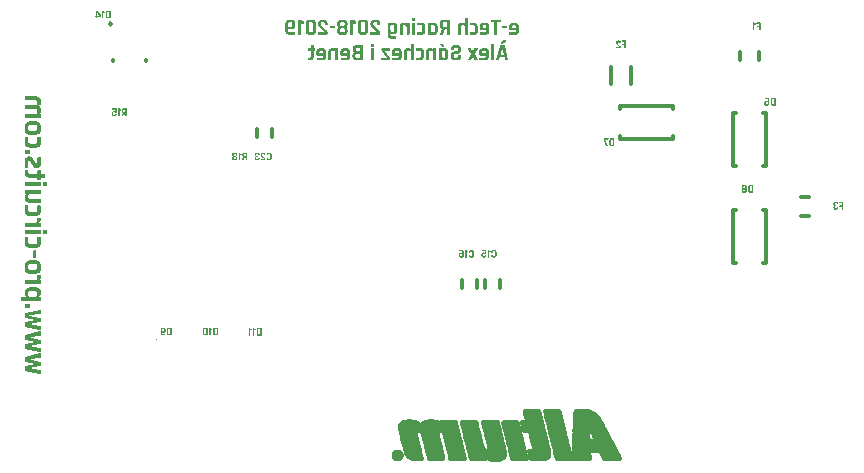
<source format=gbo>
G04*
G04 #@! TF.GenerationSoftware,Altium Limited,Altium Designer,18.1.9 (240)*
G04*
G04 Layer_Color=32896*
%FSLAX44Y44*%
%MOMM*%
G71*
G01*
G75*
%ADD11C,0.2500*%
%ADD12C,0.3000*%
%ADD87C,0.1000*%
G36*
X637327Y893143D02*
X637444Y893100D01*
X637532Y893056D01*
X637561Y893026D01*
X637576D01*
X638498Y892456D01*
X638586Y892383D01*
X638629Y892295D01*
X638644Y892222D01*
Y892207D01*
Y892193D01*
Y891373D01*
X638629Y891315D01*
X638615Y891271D01*
X638571Y891242D01*
X638454D01*
X638439Y891256D01*
X638424D01*
X637459Y891812D01*
Y886955D01*
X637444Y886882D01*
X637430Y886838D01*
X637342Y886779D01*
X637269Y886750D01*
X636376D01*
X636303Y886765D01*
X636259Y886779D01*
X636245Y886794D01*
X636230D01*
X636201Y886838D01*
X636186Y886896D01*
Y886940D01*
Y886955D01*
Y892953D01*
X636201Y893026D01*
X636215Y893085D01*
X636245Y893114D01*
X636288Y893143D01*
X636362Y893173D01*
X637196D01*
X637327Y893143D01*
D02*
G37*
G36*
X643618Y893158D02*
X643662Y893143D01*
X643721Y893070D01*
X643750Y892982D01*
Y892968D01*
Y892953D01*
Y886955D01*
X643735Y886882D01*
X643721Y886838D01*
X643648Y886779D01*
X643574Y886750D01*
X641073D01*
X640795Y886765D01*
X640561Y886823D01*
X640341Y886882D01*
X640180Y886969D01*
X640034Y887043D01*
X639931Y887116D01*
X639873Y887160D01*
X639858Y887174D01*
X639712Y887350D01*
X639610Y887540D01*
X639522Y887745D01*
X639478Y887935D01*
X639449Y888111D01*
X639419Y888242D01*
Y888301D01*
Y888345D01*
Y888359D01*
Y888374D01*
Y891534D01*
X639434Y891812D01*
X639492Y892061D01*
X639551Y892266D01*
X639639Y892441D01*
X639712Y892573D01*
X639785Y892675D01*
X639844Y892734D01*
X639858Y892748D01*
X640034Y892895D01*
X640239Y892997D01*
X640429Y893070D01*
X640634Y893114D01*
X640809Y893158D01*
X640941Y893173D01*
X643545D01*
X643618Y893158D01*
D02*
G37*
G36*
X632792D02*
X632865Y893143D01*
X632924Y893114D01*
X632938Y893100D01*
X632997Y893041D01*
X633055Y892968D01*
X633099Y892895D01*
X633114Y892880D01*
Y892866D01*
X635103Y889164D01*
X635162Y889003D01*
X635191Y888842D01*
X635206Y888769D01*
Y888725D01*
Y888681D01*
Y888667D01*
Y888286D01*
X635191Y888169D01*
X635147Y888081D01*
X635118Y888023D01*
X635103Y888008D01*
X635016Y887950D01*
X634928Y887920D01*
X634869Y887906D01*
X632353D01*
Y886955D01*
X632338Y886882D01*
X632324Y886838D01*
X632251Y886779D01*
X632177Y886750D01*
X631373D01*
X631300Y886765D01*
X631241Y886779D01*
X631226Y886794D01*
X631212D01*
X631183Y886838D01*
X631168Y886896D01*
Y886940D01*
Y886955D01*
Y887906D01*
X630451D01*
X630378Y887920D01*
X630334Y887950D01*
X630275Y888023D01*
X630246Y888111D01*
Y888125D01*
Y888140D01*
Y888813D01*
X630261Y888886D01*
X630275Y888930D01*
X630349Y888988D01*
X630422Y889018D01*
X631168D01*
Y892792D01*
X631183Y892909D01*
X631212Y892997D01*
X631256Y893056D01*
X631270Y893070D01*
X631358Y893129D01*
X631446Y893158D01*
X631519Y893173D01*
X632675D01*
X632792Y893158D01*
D02*
G37*
G36*
X580994Y820520D02*
X581619Y820403D01*
X582165Y820207D01*
X582634Y820051D01*
X582985Y819856D01*
X583259Y819661D01*
X583415Y819544D01*
X583454Y819505D01*
X583844Y819075D01*
X584117Y818568D01*
X584313Y818060D01*
X584430Y817553D01*
X584547Y817084D01*
X584586Y816733D01*
Y815210D01*
X584508Y814859D01*
X584313Y814195D01*
X584039Y813649D01*
X583727Y813219D01*
X583415Y812907D01*
X583141Y812673D01*
X582946Y812516D01*
X582907Y812477D01*
X582868D01*
X583180Y812282D01*
X583454Y812048D01*
X583844Y811540D01*
X584156Y810994D01*
X584391Y810447D01*
X584508Y809940D01*
X584547Y809549D01*
X584586Y809393D01*
Y808066D01*
X584508Y807714D01*
X584469Y807441D01*
X584391Y807168D01*
X584313Y806973D01*
X584235Y806817D01*
X584196Y806700D01*
X584156Y806661D01*
X584000Y806387D01*
X583844Y806192D01*
X583493Y805841D01*
X583259Y805685D01*
X583180Y805606D01*
X583141D01*
Y805489D01*
X584000D01*
X584196Y805450D01*
X584352Y805411D01*
X584430Y805294D01*
X584508Y805216D01*
X584586Y804982D01*
Y802639D01*
X584547Y802444D01*
X584508Y802327D01*
X584313Y802171D01*
X584078Y802093D01*
X584039D01*
X584000D01*
X571547D01*
X571351Y802132D01*
X571234Y802171D01*
X571078Y802366D01*
X571000Y802561D01*
Y804904D01*
X571039Y805099D01*
X571078Y805255D01*
X571156Y805333D01*
X571273Y805411D01*
X571469Y805489D01*
X571507D01*
X571547D01*
X579628D01*
X579979Y805528D01*
X580291Y805567D01*
X580565Y805645D01*
X580799Y805762D01*
X581150Y806075D01*
X581424Y806426D01*
X581541Y806739D01*
X581619Y807051D01*
X581658Y807246D01*
Y808456D01*
X581580Y808690D01*
X581541Y808925D01*
X581463Y809081D01*
X581385Y809198D01*
X581345Y809276D01*
X581268Y809354D01*
X581111Y809471D01*
X580916Y809549D01*
X580526Y809667D01*
X580331Y809706D01*
X580213D01*
X580096D01*
X580057D01*
X571547D01*
X571351Y809745D01*
X571234Y809784D01*
X571078Y810018D01*
X571000Y810213D01*
Y812516D01*
X571039Y812712D01*
X571078Y812868D01*
X571156Y812946D01*
X571273Y813024D01*
X571469Y813102D01*
X571507D01*
X571547D01*
X579589D01*
X579940Y813141D01*
X580291Y813180D01*
X580565Y813258D01*
X580799Y813375D01*
X581150Y813688D01*
X581385Y814039D01*
X581541Y814351D01*
X581619Y814664D01*
X581658Y814859D01*
Y815913D01*
X581580Y816147D01*
X581541Y816381D01*
X581463Y816537D01*
X581385Y816655D01*
X581345Y816733D01*
X581268Y816811D01*
X581111Y816928D01*
X580916Y817006D01*
X580526Y817123D01*
X580331Y817162D01*
X580213D01*
X580096D01*
X580057D01*
X571547D01*
X571351Y817201D01*
X571234Y817240D01*
X571078Y817435D01*
X571000Y817631D01*
Y819973D01*
X571039Y820168D01*
X571078Y820324D01*
X571156Y820403D01*
X571273Y820481D01*
X571469Y820559D01*
X571507D01*
X571547D01*
X580252D01*
X580994Y820520D01*
D02*
G37*
G36*
Y799399D02*
X581619Y799243D01*
X582165Y799087D01*
X582634Y798852D01*
X582985Y798657D01*
X583259Y798462D01*
X583415Y798306D01*
X583454Y798267D01*
X583844Y797798D01*
X584117Y797291D01*
X584313Y796744D01*
X584430Y796237D01*
X584547Y795768D01*
X584586Y795417D01*
Y792684D01*
X584547Y791943D01*
X584430Y791279D01*
X584235Y790732D01*
X584039Y790264D01*
X583805Y789873D01*
X583649Y789639D01*
X583493Y789444D01*
X583454Y789405D01*
X582985Y789015D01*
X582478Y788741D01*
X581931Y788546D01*
X581424Y788429D01*
X580955Y788351D01*
X580604Y788273D01*
X580448D01*
X580331D01*
X580291D01*
X580252D01*
X575333D01*
X574592Y788312D01*
X573928Y788468D01*
X573381Y788624D01*
X572913Y788858D01*
X572562Y789053D01*
X572288Y789249D01*
X572132Y789366D01*
X572093Y789405D01*
X571742Y789873D01*
X571469Y790420D01*
X571273Y790966D01*
X571156Y791474D01*
X571078Y791943D01*
X571000Y792333D01*
Y795066D01*
X571039Y795807D01*
X571195Y796432D01*
X571351Y796979D01*
X571586Y797447D01*
X571781Y797798D01*
X571976Y798072D01*
X572093Y798228D01*
X572132Y798267D01*
X572601Y798657D01*
X573108Y798931D01*
X573655Y799165D01*
X574162Y799282D01*
X574631Y799360D01*
X574982Y799438D01*
X575138D01*
X575255D01*
X575294D01*
X575333D01*
X580252D01*
X580994Y799399D01*
D02*
G37*
G36*
X584196Y786204D02*
X584352Y786165D01*
X584430Y786087D01*
X584508Y785969D01*
X584586Y785774D01*
Y781714D01*
X584547Y780972D01*
X584430Y780309D01*
X584235Y779762D01*
X584039Y779294D01*
X583805Y778903D01*
X583649Y778669D01*
X583493Y778474D01*
X583454Y778435D01*
X582985Y778044D01*
X582478Y777771D01*
X581931Y777576D01*
X581424Y777459D01*
X580955Y777381D01*
X580604Y777302D01*
X580448D01*
X580331D01*
X580291D01*
X580252D01*
X575333D01*
X574592Y777342D01*
X573928Y777498D01*
X573381Y777654D01*
X572913Y777888D01*
X572562Y778083D01*
X572288Y778279D01*
X572132Y778396D01*
X572093Y778435D01*
X571742Y778903D01*
X571469Y779450D01*
X571273Y779996D01*
X571156Y780504D01*
X571078Y780972D01*
X571000Y781363D01*
Y785696D01*
X571039Y785891D01*
X571078Y786047D01*
X571117Y786087D01*
Y786125D01*
X571234Y786204D01*
X571351Y786243D01*
X571469D01*
X571507D01*
X573342D01*
X573538Y786204D01*
X573694Y786165D01*
X573772Y786087D01*
X573850Y785969D01*
X573928Y785774D01*
Y781948D01*
X573967Y781714D01*
X574045Y781519D01*
X574123Y781324D01*
X574162Y781207D01*
X574240Y781128D01*
X574279Y781050D01*
X574436Y780933D01*
X574631Y780855D01*
X575021Y780738D01*
X575216D01*
X575333Y780699D01*
X575451D01*
X575490D01*
X580057D01*
X580370D01*
X580604Y780738D01*
X580838Y780816D01*
X580994Y780894D01*
X581111Y780933D01*
X581189Y781011D01*
X581268Y781050D01*
X581385Y781207D01*
X581502Y781402D01*
X581619Y781792D01*
X581658Y781987D01*
Y785696D01*
X581697Y785891D01*
X581736Y786047D01*
X581775Y786087D01*
Y786125D01*
X581892Y786204D01*
X582009Y786243D01*
X582126D01*
X582165D01*
X584000D01*
X584196Y786204D01*
D02*
G37*
G36*
X574982Y775077D02*
X575138Y775038D01*
X575255Y774882D01*
X575333Y774687D01*
Y772227D01*
X575294Y772032D01*
X575255Y771915D01*
X575060Y771759D01*
X574865Y771681D01*
X574826D01*
X574787D01*
X571547D01*
X571351Y771720D01*
X571234Y771759D01*
X571078Y771954D01*
X571000Y772149D01*
Y774609D01*
X571039Y774765D01*
X571078Y774921D01*
X571273Y775038D01*
X571469Y775116D01*
X571507D01*
X571547D01*
X574826D01*
X574982Y775077D01*
D02*
G37*
G36*
X575021Y769768D02*
X575411Y769729D01*
X575763Y769612D01*
X576075Y769534D01*
X576309Y769417D01*
X576466Y769299D01*
X576583Y769260D01*
X576622Y769221D01*
X576895Y768987D01*
X577207Y768675D01*
X577676Y768050D01*
X577871Y767777D01*
X578027Y767543D01*
X578105Y767386D01*
X578144Y767308D01*
X579745Y764615D01*
X579979Y764224D01*
X580213Y763951D01*
X580409Y763756D01*
X580604Y763639D01*
X580721Y763560D01*
X580838Y763482D01*
X580916D01*
X580955D01*
X581072D01*
X581306Y763521D01*
X581463Y763678D01*
X581580Y763873D01*
X581658Y764146D01*
X581697Y764380D01*
X581736Y764576D01*
Y768480D01*
X581775Y768675D01*
X581814Y768831D01*
X581853Y768870D01*
Y768909D01*
X581970Y768987D01*
X582126Y769026D01*
X582243D01*
X582282D01*
X584000D01*
X584196Y768987D01*
X584352Y768948D01*
X584430Y768870D01*
X584508Y768753D01*
X584586Y768558D01*
Y764029D01*
X584547Y763287D01*
X584430Y762663D01*
X584313Y762116D01*
X584156Y761687D01*
X583961Y761335D01*
X583844Y761101D01*
X583727Y760945D01*
X583688Y760906D01*
X583337Y760593D01*
X582907Y760359D01*
X582439Y760164D01*
X582009Y760047D01*
X581580Y759969D01*
X581268Y759930D01*
X581033D01*
X580994D01*
X580955D01*
X580526Y759969D01*
X580096Y760047D01*
X579745Y760125D01*
X579472Y760242D01*
X579198Y760359D01*
X579042Y760476D01*
X578925Y760515D01*
X578886Y760555D01*
X578613Y760828D01*
X578340Y761140D01*
X577871Y761804D01*
X577676Y762116D01*
X577520Y762350D01*
X577442Y762506D01*
X577402Y762585D01*
X575958Y765239D01*
X575724Y765591D01*
X575529Y765864D01*
X575294Y766059D01*
X575099Y766215D01*
X574943Y766293D01*
X574826Y766332D01*
X574748D01*
X574709D01*
X574592D01*
X574318Y766293D01*
X574123Y766137D01*
X573967Y765903D01*
X573889Y765669D01*
X573811Y765434D01*
X573772Y765200D01*
Y760359D01*
X573733Y760242D01*
X573694Y760164D01*
X573655Y760125D01*
X573538Y760047D01*
X573420Y760008D01*
X573303D01*
X573264D01*
X571547D01*
X571351Y760047D01*
X571234Y760086D01*
X571078Y760281D01*
X571000Y760476D01*
Y765630D01*
X571039Y766371D01*
X571156Y766996D01*
X571312Y767582D01*
X571547Y768050D01*
X571820Y768440D01*
X572132Y768792D01*
X572444Y769065D01*
X572796Y769299D01*
X573108Y769455D01*
X573420Y769573D01*
X573733Y769690D01*
X574006Y769729D01*
X574240Y769768D01*
X574397Y769807D01*
X574514D01*
X574553D01*
X575021Y769768D01*
D02*
G37*
G36*
X573538Y758212D02*
X573694Y758173D01*
X573772Y758095D01*
X573850Y757978D01*
X573928Y757783D01*
Y756338D01*
X573967Y756104D01*
X574045Y755870D01*
X574123Y755714D01*
X574162Y755557D01*
X574240Y755479D01*
X574279Y755401D01*
X574436Y755284D01*
X574631Y755206D01*
X574982Y755089D01*
X575177D01*
X575333Y755050D01*
X575411D01*
X575451D01*
X581345D01*
X581541Y755089D01*
X581619Y755206D01*
X581658Y755323D01*
Y757431D01*
X581697Y757665D01*
X581736Y757783D01*
X581775Y757861D01*
Y757900D01*
X581892Y757978D01*
X582009Y758017D01*
X582126D01*
X582165D01*
X584000D01*
X584196Y757978D01*
X584352Y757939D01*
X584430Y757822D01*
X584508Y757744D01*
X584586Y757509D01*
Y755362D01*
X584625Y755167D01*
X584742Y755089D01*
X584820Y755050D01*
X584859D01*
X587397D01*
X587592Y755011D01*
X587748Y754972D01*
X587826Y754855D01*
X587904Y754777D01*
X587982Y754542D01*
Y752239D01*
X587943Y752044D01*
X587904Y751888D01*
X587787Y751809D01*
X587709Y751731D01*
X587475Y751653D01*
X587436D01*
X587397D01*
X584859D01*
X584703Y751614D01*
X584625Y751536D01*
X584586Y751419D01*
Y750287D01*
X584547Y750092D01*
X584508Y749975D01*
X584313Y749818D01*
X584078Y749740D01*
X584039D01*
X584000D01*
X582165D01*
X581970Y749780D01*
X581853Y749818D01*
X581775Y749858D01*
X581736D01*
X581697Y749975D01*
X581658Y750131D01*
Y751380D01*
X581619Y751536D01*
X581502Y751614D01*
X581385Y751653D01*
X581345D01*
X575294D01*
X574553Y751692D01*
X573928Y751849D01*
X573381Y752044D01*
X572913Y752239D01*
X572562Y752473D01*
X572288Y752629D01*
X572132Y752785D01*
X572093Y752825D01*
X571742Y753293D01*
X571469Y753840D01*
X571273Y754347D01*
X571156Y754894D01*
X571078Y755362D01*
X571000Y755714D01*
Y757705D01*
X571039Y757900D01*
X571078Y758056D01*
X571117Y758095D01*
Y758134D01*
X571234Y758212D01*
X571351Y758251D01*
X571469D01*
X571507D01*
X573342D01*
X573538Y758212D01*
D02*
G37*
G36*
X589388Y747945D02*
X589544Y747906D01*
X589661Y747749D01*
X589739Y747554D01*
Y745134D01*
X589700Y744939D01*
X589661Y744821D01*
X589466Y744665D01*
X589271Y744587D01*
X589232D01*
X589193D01*
X586889D01*
X586694Y744626D01*
X586577Y744665D01*
X586421Y744861D01*
X586343Y745056D01*
Y747476D01*
X586382Y747632D01*
X586421Y747788D01*
X586616Y747906D01*
X586811Y747984D01*
X586850D01*
X586889D01*
X589232D01*
X589388Y747945D01*
D02*
G37*
G36*
X584196D02*
X584352Y747906D01*
X584430Y747828D01*
X584508Y747710D01*
X584586Y747515D01*
Y745134D01*
X584547Y744939D01*
X584508Y744821D01*
X584313Y744665D01*
X584078Y744587D01*
X584039D01*
X584000D01*
X571547D01*
X571351Y744626D01*
X571234Y744665D01*
X571078Y744900D01*
X571000Y745095D01*
Y747671D01*
X571039Y747788D01*
X571078Y747828D01*
Y747867D01*
X571195Y747945D01*
X571351Y747984D01*
X571507D01*
X571547D01*
X584000D01*
X584196Y747945D01*
D02*
G37*
G36*
Y741503D02*
X584352Y741464D01*
X584430Y741347D01*
X584508Y741269D01*
X584586Y741035D01*
Y738731D01*
X584547Y738536D01*
X584508Y738380D01*
X584391Y738302D01*
X584313Y738224D01*
X584078Y738146D01*
X584039D01*
X584000D01*
X575958D01*
X575607D01*
X575294Y738067D01*
X575021Y737990D01*
X574787Y737872D01*
X574436Y737560D01*
X574201Y737248D01*
X574045Y736896D01*
X573967Y736584D01*
X573928Y736389D01*
Y735061D01*
X573967Y734788D01*
X574045Y734593D01*
X574123Y734437D01*
X574240Y734203D01*
X574279Y734125D01*
X574436Y734007D01*
X574631Y733929D01*
X575021Y733812D01*
X575216D01*
X575333Y733773D01*
X575451D01*
X575490D01*
X584000D01*
X584196Y733734D01*
X584352Y733695D01*
X584430Y733617D01*
X584508Y733500D01*
X584586Y733305D01*
Y730962D01*
X584547Y730767D01*
X584508Y730650D01*
X584313Y730494D01*
X584078Y730416D01*
X584039D01*
X584000D01*
X575333D01*
X574592Y730455D01*
X573928Y730572D01*
X573381Y730767D01*
X572913Y730962D01*
X572562Y731118D01*
X572288Y731314D01*
X572132Y731431D01*
X572093Y731470D01*
X571742Y731899D01*
X571469Y732407D01*
X571273Y732914D01*
X571156Y733422D01*
X571078Y733851D01*
X571000Y734203D01*
Y735452D01*
X571039Y736038D01*
X571195Y736545D01*
X571234Y736740D01*
X571312Y736896D01*
X571351Y736974D01*
Y737013D01*
X571507Y737287D01*
X571664Y737482D01*
X572015Y737833D01*
X572171Y737911D01*
X572288Y737990D01*
X572366Y738067D01*
X572405D01*
Y738146D01*
X571547D01*
X571351Y738185D01*
X571234Y738224D01*
X571078Y738458D01*
X571000Y738653D01*
Y740956D01*
X571039Y741152D01*
X571078Y741308D01*
X571156Y741386D01*
X571273Y741464D01*
X571469Y741542D01*
X571507D01*
X571547D01*
X584000D01*
X584196Y741503D01*
D02*
G37*
G36*
Y728191D02*
X584352Y728151D01*
X584430Y728073D01*
X584508Y727956D01*
X584586Y727761D01*
Y723701D01*
X584547Y722959D01*
X584430Y722296D01*
X584235Y721749D01*
X584039Y721280D01*
X583805Y720890D01*
X583649Y720656D01*
X583493Y720461D01*
X583454Y720422D01*
X582985Y720031D01*
X582478Y719758D01*
X581931Y719563D01*
X581424Y719446D01*
X580955Y719368D01*
X580604Y719289D01*
X580448D01*
X580331D01*
X580291D01*
X580252D01*
X575333D01*
X574592Y719328D01*
X573928Y719485D01*
X573381Y719641D01*
X572913Y719875D01*
X572562Y720070D01*
X572288Y720265D01*
X572132Y720383D01*
X572093Y720422D01*
X571742Y720890D01*
X571469Y721437D01*
X571273Y721983D01*
X571156Y722491D01*
X571078Y722959D01*
X571000Y723350D01*
Y727683D01*
X571039Y727878D01*
X571078Y728034D01*
X571117Y728073D01*
Y728112D01*
X571234Y728191D01*
X571351Y728230D01*
X571469D01*
X571507D01*
X573342D01*
X573538Y728191D01*
X573694Y728151D01*
X573772Y728073D01*
X573850Y727956D01*
X573928Y727761D01*
Y723935D01*
X573967Y723701D01*
X574045Y723506D01*
X574123Y723310D01*
X574162Y723193D01*
X574240Y723115D01*
X574279Y723037D01*
X574436Y722920D01*
X574631Y722842D01*
X575021Y722725D01*
X575216D01*
X575333Y722686D01*
X575451D01*
X575490D01*
X580057D01*
X580370D01*
X580604Y722725D01*
X580838Y722803D01*
X580994Y722881D01*
X581111Y722920D01*
X581189Y722998D01*
X581268Y723037D01*
X581385Y723193D01*
X581502Y723389D01*
X581619Y723779D01*
X581658Y723974D01*
Y727683D01*
X581697Y727878D01*
X581736Y728034D01*
X581775Y728073D01*
Y728112D01*
X581892Y728191D01*
X582009Y728230D01*
X582126D01*
X582165D01*
X584000D01*
X584196Y728191D01*
D02*
G37*
G36*
Y717845D02*
X584352Y717806D01*
X584430Y717728D01*
X584508Y717611D01*
X584586Y717415D01*
Y716361D01*
X584508Y715776D01*
X584391Y715268D01*
X584313Y715073D01*
X584273Y714917D01*
X584196Y714839D01*
Y714800D01*
X584039Y714527D01*
X583883Y714331D01*
X583688Y714136D01*
X583532Y714019D01*
X583376Y713902D01*
X583219Y713824D01*
X583141Y713785D01*
X583102D01*
Y713668D01*
X584000D01*
X584196Y713629D01*
X584352Y713590D01*
X584430Y713473D01*
X584508Y713394D01*
X584586Y713160D01*
Y710818D01*
X584547Y710623D01*
X584508Y710505D01*
X584313Y710349D01*
X584078Y710271D01*
X584039D01*
X584000D01*
X571547D01*
X571351Y710310D01*
X571234Y710349D01*
X571078Y710545D01*
X571000Y710740D01*
Y713082D01*
X571039Y713277D01*
X571078Y713433D01*
X571156Y713512D01*
X571273Y713590D01*
X571469Y713668D01*
X571507D01*
X571547D01*
X579550D01*
X579940Y713707D01*
X580252Y713746D01*
X580526Y713824D01*
X580760Y713941D01*
X581150Y714253D01*
X581385Y714605D01*
X581541Y714917D01*
X581619Y715229D01*
X581658Y715424D01*
Y717533D01*
X581697Y717689D01*
X581736Y717728D01*
Y717767D01*
X581853Y717845D01*
X582009Y717884D01*
X582126D01*
X582165D01*
X584000D01*
X584196Y717845D01*
D02*
G37*
G36*
X589388Y707148D02*
X589544Y707109D01*
X589661Y706953D01*
X589739Y706758D01*
Y704337D01*
X589700Y704142D01*
X589661Y704025D01*
X589466Y703869D01*
X589271Y703791D01*
X589232D01*
X589193D01*
X586889D01*
X586694Y703830D01*
X586577Y703869D01*
X586421Y704064D01*
X586343Y704259D01*
Y706680D01*
X586382Y706836D01*
X586421Y706992D01*
X586616Y707109D01*
X586811Y707187D01*
X586850D01*
X586889D01*
X589232D01*
X589388Y707148D01*
D02*
G37*
G36*
X584196D02*
X584352Y707109D01*
X584430Y707031D01*
X584508Y706914D01*
X584586Y706719D01*
Y704337D01*
X584547Y704142D01*
X584508Y704025D01*
X584313Y703869D01*
X584078Y703791D01*
X584039D01*
X584000D01*
X571547D01*
X571351Y703830D01*
X571234Y703869D01*
X571078Y704103D01*
X571000Y704298D01*
Y706875D01*
X571039Y706992D01*
X571078Y707031D01*
Y707070D01*
X571195Y707148D01*
X571351Y707187D01*
X571507D01*
X571547D01*
X584000D01*
X584196Y707148D01*
D02*
G37*
G36*
Y701331D02*
X584352Y701292D01*
X584430Y701214D01*
X584508Y701097D01*
X584586Y700902D01*
Y696842D01*
X584547Y696100D01*
X584430Y695436D01*
X584235Y694890D01*
X584039Y694421D01*
X583805Y694031D01*
X583649Y693796D01*
X583493Y693601D01*
X583454Y693562D01*
X582985Y693172D01*
X582478Y692898D01*
X581931Y692703D01*
X581424Y692586D01*
X580955Y692508D01*
X580604Y692430D01*
X580448D01*
X580331D01*
X580291D01*
X580252D01*
X575333D01*
X574592Y692469D01*
X573928Y692625D01*
X573381Y692781D01*
X572913Y693016D01*
X572562Y693211D01*
X572288Y693406D01*
X572132Y693523D01*
X572093Y693562D01*
X571742Y694031D01*
X571469Y694577D01*
X571273Y695124D01*
X571156Y695631D01*
X571078Y696100D01*
X571000Y696490D01*
Y700824D01*
X571039Y701019D01*
X571078Y701175D01*
X571117Y701214D01*
Y701253D01*
X571234Y701331D01*
X571351Y701370D01*
X571469D01*
X571507D01*
X573342D01*
X573538Y701331D01*
X573694Y701292D01*
X573772Y701214D01*
X573850Y701097D01*
X573928Y700902D01*
Y697076D01*
X573967Y696842D01*
X574045Y696646D01*
X574123Y696451D01*
X574162Y696334D01*
X574240Y696256D01*
X574279Y696178D01*
X574436Y696061D01*
X574631Y695983D01*
X575021Y695865D01*
X575216D01*
X575333Y695826D01*
X575451D01*
X575490D01*
X580057D01*
X580370D01*
X580604Y695865D01*
X580838Y695944D01*
X580994Y696022D01*
X581111Y696061D01*
X581189Y696139D01*
X581268Y696178D01*
X581385Y696334D01*
X581502Y696529D01*
X581619Y696920D01*
X581658Y697115D01*
Y700824D01*
X581697Y701019D01*
X581736Y701175D01*
X581775Y701214D01*
Y701253D01*
X581892Y701331D01*
X582009Y701370D01*
X582126D01*
X582165D01*
X584000D01*
X584196Y701331D01*
D02*
G37*
G36*
X580448Y690127D02*
X580604Y690088D01*
X580682Y690010D01*
X580760Y689892D01*
X580838Y689697D01*
Y684544D01*
X580799Y684349D01*
X580760Y684232D01*
X580565Y684075D01*
X580331Y683997D01*
X580291D01*
X580252D01*
X578691D01*
X578496Y684036D01*
X578378Y684075D01*
X578222Y684271D01*
X578144Y684466D01*
Y689619D01*
X578183Y689814D01*
X578222Y689931D01*
X578418Y690088D01*
X578613Y690166D01*
X578652D01*
X578691D01*
X580252D01*
X580448Y690127D01*
D02*
G37*
G36*
X580994Y681694D02*
X581619Y681538D01*
X582165Y681382D01*
X582634Y681148D01*
X582985Y680952D01*
X583259Y680757D01*
X583415Y680601D01*
X583454Y680562D01*
X583844Y680093D01*
X584117Y679586D01*
X584313Y679039D01*
X584430Y678532D01*
X584547Y678063D01*
X584586Y677712D01*
Y674979D01*
X584547Y674238D01*
X584430Y673574D01*
X584235Y673027D01*
X584039Y672559D01*
X583805Y672168D01*
X583649Y671934D01*
X583493Y671739D01*
X583454Y671700D01*
X582985Y671310D01*
X582478Y671036D01*
X581931Y670841D01*
X581424Y670724D01*
X580955Y670646D01*
X580604Y670568D01*
X580448D01*
X580331D01*
X580291D01*
X580252D01*
X575333D01*
X574592Y670607D01*
X573928Y670763D01*
X573381Y670919D01*
X572913Y671153D01*
X572562Y671348D01*
X572288Y671544D01*
X572132Y671661D01*
X572093Y671700D01*
X571742Y672168D01*
X571469Y672715D01*
X571273Y673261D01*
X571156Y673769D01*
X571078Y674238D01*
X571000Y674628D01*
Y677361D01*
X571039Y678102D01*
X571195Y678727D01*
X571351Y679274D01*
X571586Y679742D01*
X571781Y680093D01*
X571976Y680367D01*
X572093Y680523D01*
X572132Y680562D01*
X572601Y680952D01*
X573108Y681226D01*
X573655Y681460D01*
X574162Y681577D01*
X574631Y681655D01*
X574982Y681733D01*
X575138D01*
X575255D01*
X575294D01*
X575333D01*
X580252D01*
X580994Y681694D01*
D02*
G37*
G36*
X584196Y669123D02*
X584352Y669084D01*
X584430Y669006D01*
X584508Y668889D01*
X584586Y668694D01*
Y667640D01*
X584508Y667054D01*
X584391Y666547D01*
X584313Y666351D01*
X584273Y666195D01*
X584196Y666117D01*
Y666078D01*
X584039Y665805D01*
X583883Y665610D01*
X583688Y665415D01*
X583532Y665297D01*
X583376Y665180D01*
X583219Y665102D01*
X583141Y665063D01*
X583102D01*
Y664946D01*
X584000D01*
X584196Y664907D01*
X584352Y664868D01*
X584430Y664751D01*
X584508Y664673D01*
X584586Y664438D01*
Y662096D01*
X584547Y661901D01*
X584508Y661784D01*
X584313Y661628D01*
X584078Y661550D01*
X584039D01*
X584000D01*
X571547D01*
X571351Y661589D01*
X571234Y661628D01*
X571078Y661823D01*
X571000Y662018D01*
Y664360D01*
X571039Y664556D01*
X571078Y664712D01*
X571156Y664790D01*
X571273Y664868D01*
X571469Y664946D01*
X571507D01*
X571547D01*
X579550D01*
X579940Y664985D01*
X580252Y665024D01*
X580526Y665102D01*
X580760Y665219D01*
X581150Y665532D01*
X581385Y665883D01*
X581541Y666195D01*
X581619Y666508D01*
X581658Y666703D01*
Y668811D01*
X581697Y668967D01*
X581736Y669006D01*
Y669045D01*
X581853Y669123D01*
X582009Y669162D01*
X582126D01*
X582165D01*
X584000D01*
X584196Y669123D01*
D02*
G37*
G36*
X580994Y658856D02*
X581619Y658739D01*
X582165Y658543D01*
X582634Y658387D01*
X582985Y658192D01*
X583259Y657997D01*
X583415Y657880D01*
X583454Y657841D01*
X583844Y657411D01*
X584117Y656904D01*
X584313Y656396D01*
X584430Y655889D01*
X584547Y655420D01*
X584586Y655069D01*
Y653624D01*
X584508Y653039D01*
X584391Y652531D01*
X584313Y652336D01*
X584273Y652180D01*
X584196Y652102D01*
Y652063D01*
X584039Y651790D01*
X583883Y651594D01*
X583727Y651399D01*
X583532Y651282D01*
X583376Y651165D01*
X583259Y651087D01*
X583180Y651048D01*
X583141D01*
Y650931D01*
X584000D01*
X584196Y650892D01*
X584352Y650853D01*
X584430Y650735D01*
X584508Y650657D01*
X584586Y650423D01*
Y648081D01*
X584547Y647886D01*
X584508Y647768D01*
X584313Y647612D01*
X584078Y647534D01*
X584039D01*
X584000D01*
X567916D01*
X567760Y647573D01*
X567643Y647612D01*
X567486Y647807D01*
X567408Y648003D01*
Y650345D01*
X567447Y650540D01*
X567486Y650696D01*
X567565Y650775D01*
X567682Y650853D01*
X567838Y650931D01*
X567877D01*
X567916D01*
X572405D01*
Y651048D01*
X572171Y651165D01*
X571937Y651321D01*
X571625Y651673D01*
X571507Y651829D01*
X571429Y651946D01*
X571351Y652024D01*
Y652063D01*
X571156Y652609D01*
X571039Y653117D01*
Y653312D01*
X571000Y653468D01*
Y654718D01*
X571039Y655459D01*
X571156Y656084D01*
X571351Y656630D01*
X571547Y657060D01*
X571742Y657411D01*
X571937Y657645D01*
X572054Y657802D01*
X572093Y657841D01*
X572562Y658192D01*
X573069Y658465D01*
X573616Y658622D01*
X574123Y658778D01*
X574592Y658856D01*
X574982Y658895D01*
X575138D01*
X575255D01*
X575294D01*
X575333D01*
X580252D01*
X580994Y658856D01*
D02*
G37*
G36*
X574982Y645036D02*
X575138Y644997D01*
X575255Y644840D01*
X575333Y644645D01*
Y642186D01*
X575294Y641991D01*
X575255Y641873D01*
X575060Y641717D01*
X574865Y641639D01*
X574826D01*
X574787D01*
X571547D01*
X571351Y641678D01*
X571234Y641717D01*
X571078Y641913D01*
X571000Y642108D01*
Y644567D01*
X571039Y644723D01*
X571078Y644880D01*
X571273Y644997D01*
X571469Y645075D01*
X571507D01*
X571547D01*
X574826D01*
X574982Y645036D01*
D02*
G37*
G36*
X584430Y640000D02*
X584508Y639921D01*
X584586Y639765D01*
Y637111D01*
X584547Y636915D01*
X584508Y636798D01*
X584313Y636603D01*
X584078Y636525D01*
X584039Y636486D01*
X584000D01*
X574904Y635237D01*
Y635042D01*
X584000Y633207D01*
X584196Y633129D01*
X584352Y633050D01*
X584430Y632933D01*
X584508Y632816D01*
X584586Y632621D01*
Y630162D01*
X584547Y630005D01*
X584508Y629849D01*
X584313Y629693D01*
X584078Y629615D01*
X584039Y629576D01*
X584000D01*
X574904Y627663D01*
Y627468D01*
X584000Y626258D01*
X584196Y626218D01*
X584352Y626140D01*
X584430Y626062D01*
X584508Y625945D01*
X584586Y625711D01*
Y623056D01*
X584547Y622900D01*
X584508Y622783D01*
X584391Y622705D01*
X584313Y622666D01*
X584078D01*
X584039D01*
X584000D01*
X571547Y625321D01*
X571351Y625399D01*
X571234Y625477D01*
X571078Y625711D01*
X571000Y625906D01*
Y628990D01*
X571039Y629185D01*
X571078Y629342D01*
X571273Y629537D01*
X571469Y629615D01*
X571507Y629654D01*
X571547D01*
X580565Y631255D01*
Y631450D01*
X571547Y633089D01*
X571351Y633168D01*
X571234Y633246D01*
X571078Y633441D01*
X571000Y633636D01*
Y636759D01*
X571039Y636954D01*
X571078Y637111D01*
X571273Y637306D01*
X571469Y637384D01*
X571507Y637423D01*
X571547D01*
X584000Y640078D01*
X584196D01*
X584352D01*
X584430Y640000D01*
D02*
G37*
G36*
Y621456D02*
X584508Y621378D01*
X584586Y621221D01*
Y618567D01*
X584547Y618372D01*
X584508Y618254D01*
X584313Y618059D01*
X584078Y617981D01*
X584039Y617942D01*
X584000D01*
X574904Y616693D01*
Y616498D01*
X584000Y614663D01*
X584196Y614585D01*
X584352Y614507D01*
X584430Y614389D01*
X584508Y614272D01*
X584586Y614077D01*
Y611618D01*
X584547Y611461D01*
X584508Y611305D01*
X584313Y611149D01*
X584078Y611071D01*
X584039Y611032D01*
X584000D01*
X574904Y609119D01*
Y608924D01*
X584000Y607714D01*
X584196Y607675D01*
X584352Y607597D01*
X584430Y607518D01*
X584508Y607401D01*
X584586Y607167D01*
Y604512D01*
X584547Y604356D01*
X584508Y604239D01*
X584391Y604161D01*
X584313Y604122D01*
X584078D01*
X584039D01*
X584000D01*
X571547Y606777D01*
X571351Y606855D01*
X571234Y606933D01*
X571078Y607167D01*
X571000Y607362D01*
Y610446D01*
X571039Y610642D01*
X571078Y610798D01*
X571273Y610993D01*
X571469Y611071D01*
X571507Y611110D01*
X571547D01*
X580565Y612711D01*
Y612906D01*
X571547Y614546D01*
X571351Y614624D01*
X571234Y614702D01*
X571078Y614897D01*
X571000Y615092D01*
Y618215D01*
X571039Y618410D01*
X571078Y618567D01*
X571273Y618762D01*
X571469Y618840D01*
X571507Y618879D01*
X571547D01*
X584000Y621534D01*
X584196D01*
X584352D01*
X584430Y621456D01*
D02*
G37*
G36*
Y602912D02*
X584508Y602834D01*
X584586Y602677D01*
Y600023D01*
X584547Y599828D01*
X584508Y599711D01*
X584313Y599515D01*
X584078Y599437D01*
X584039Y599398D01*
X584000D01*
X574904Y598149D01*
Y597954D01*
X584000Y596119D01*
X584196Y596041D01*
X584352Y595963D01*
X584430Y595845D01*
X584508Y595728D01*
X584586Y595533D01*
Y593074D01*
X584547Y592918D01*
X584508Y592761D01*
X584313Y592605D01*
X584078Y592527D01*
X584039Y592488D01*
X584000D01*
X574904Y590575D01*
Y590380D01*
X584000Y589170D01*
X584196Y589131D01*
X584352Y589053D01*
X584430Y588974D01*
X584508Y588857D01*
X584586Y588623D01*
Y585969D01*
X584547Y585812D01*
X584508Y585695D01*
X584391Y585617D01*
X584313Y585578D01*
X584078D01*
X584039D01*
X584000D01*
X571547Y588233D01*
X571351Y588311D01*
X571234Y588389D01*
X571078Y588623D01*
X571000Y588818D01*
Y591903D01*
X571039Y592098D01*
X571078Y592254D01*
X571273Y592449D01*
X571469Y592527D01*
X571507Y592566D01*
X571547D01*
X580565Y594167D01*
Y594362D01*
X571547Y596002D01*
X571351Y596080D01*
X571234Y596158D01*
X571078Y596353D01*
X571000Y596548D01*
Y599671D01*
X571039Y599867D01*
X571078Y600023D01*
X571273Y600218D01*
X571469Y600296D01*
X571507Y600335D01*
X571547D01*
X584000Y602990D01*
X584196D01*
X584352D01*
X584430Y602912D01*
D02*
G37*
G36*
X978069Y867914D02*
X978157Y867885D01*
X978216Y867855D01*
Y867826D01*
Y867738D01*
Y867650D01*
X978186Y867592D01*
X978157Y867562D01*
X976517Y865630D01*
X976341Y865483D01*
X976195Y865395D01*
X976078Y865366D01*
X974672D01*
X974555Y865395D01*
X974496Y865424D01*
X974438Y865512D01*
Y865600D01*
X974467Y865747D01*
X974496Y865776D01*
Y865805D01*
X975375Y867592D01*
X975463Y867709D01*
X975551Y867797D01*
X975756Y867914D01*
X975931Y867943D01*
X977952D01*
X978069Y867914D01*
D02*
G37*
G36*
X866313Y865278D02*
X866401Y865249D01*
X866518Y865102D01*
X866577Y864956D01*
Y864927D01*
Y864897D01*
Y863169D01*
X866547Y863023D01*
X866518Y862935D01*
X866372Y862818D01*
X866225Y862759D01*
X864409D01*
X864292Y862789D01*
X864175Y862818D01*
X864087Y862964D01*
X864029Y863111D01*
Y863140D01*
Y863169D01*
Y864927D01*
X864058Y865044D01*
X864087Y865161D01*
X864204Y865249D01*
X864351Y865307D01*
X866167D01*
X866313Y865278D01*
D02*
G37*
G36*
X924651Y865278D02*
X924768Y865249D01*
X924944Y865132D01*
X925061Y864985D01*
X925090Y864956D01*
Y864927D01*
X925998Y863140D01*
X926057Y862994D01*
Y862906D01*
X926028Y862818D01*
X925969Y862789D01*
X925852Y862730D01*
X924534D01*
X924300Y862759D01*
X924095Y862847D01*
X923978Y862935D01*
X923948Y862964D01*
X922338Y864897D01*
X922250Y865014D01*
Y865073D01*
Y865132D01*
Y865161D01*
X922308Y865249D01*
X922396Y865278D01*
X922484Y865307D01*
X924505D01*
X924651Y865278D01*
D02*
G37*
G36*
X918794Y861412D02*
X918882Y861383D01*
X918999Y861237D01*
X919057Y861061D01*
Y861032D01*
Y861002D01*
Y851660D01*
X919028Y851514D01*
X918999Y851426D01*
X918852Y851309D01*
X918706Y851250D01*
X916949D01*
X916803Y851279D01*
X916685Y851309D01*
X916627Y851367D01*
X916568Y851455D01*
X916510Y851601D01*
Y851631D01*
Y851660D01*
Y857722D01*
X916480Y857986D01*
X916451Y858220D01*
X916393Y858425D01*
X916305Y858601D01*
X916070Y858864D01*
X915807Y859069D01*
X915573Y859157D01*
X915338Y859216D01*
X915192Y859245D01*
X914196D01*
X913991Y859187D01*
X913845Y859157D01*
X913727Y859099D01*
X913581Y859011D01*
X913522Y858952D01*
X913435Y858835D01*
X913347Y858689D01*
X913259Y858396D01*
X913230Y858249D01*
Y858162D01*
Y858074D01*
Y858044D01*
Y851660D01*
X913200Y851514D01*
X913171Y851426D01*
X913025Y851309D01*
X912878Y851250D01*
X911121D01*
X910975Y851279D01*
X910857Y851309D01*
X910799Y851367D01*
X910740Y851455D01*
X910682Y851601D01*
Y851631D01*
Y851660D01*
Y858191D01*
X910711Y858777D01*
X910828Y859274D01*
X910975Y859684D01*
X911180Y860065D01*
X911414Y860387D01*
X911677Y860651D01*
X911970Y860856D01*
X912263Y861032D01*
X912556Y861178D01*
X912849Y861266D01*
X913112Y861354D01*
X913347Y861383D01*
X913552Y861412D01*
X913698Y861442D01*
X914489D01*
X914987Y861383D01*
X915426Y861266D01*
X915748Y861090D01*
X916012Y860915D01*
X916217Y860710D01*
X916334Y860534D01*
X916393Y860417D01*
X916422Y860358D01*
X916510D01*
Y861002D01*
X916539Y861149D01*
X916568Y861266D01*
X916656Y861324D01*
X916715Y861383D01*
X916890Y861442D01*
X918648D01*
X918794Y861412D01*
D02*
G37*
G36*
X900109Y865278D02*
X900197Y865249D01*
X900314Y865102D01*
X900373Y864927D01*
Y864897D01*
Y864868D01*
Y851660D01*
X900344Y851514D01*
X900314Y851426D01*
X900168Y851309D01*
X900022Y851250D01*
X898264D01*
X898118Y851279D01*
X898001Y851309D01*
X897942Y851367D01*
X897884Y851455D01*
X897825Y851601D01*
Y851631D01*
Y851660D01*
Y857722D01*
X897796Y857986D01*
X897766Y858220D01*
X897708Y858425D01*
X897620Y858601D01*
X897386Y858864D01*
X897122Y859069D01*
X896888Y859157D01*
X896654Y859216D01*
X896507Y859245D01*
X895511D01*
X895306Y859186D01*
X895160Y859157D01*
X895043Y859099D01*
X894896Y859011D01*
X894838Y858952D01*
X894750Y858835D01*
X894662Y858689D01*
X894574Y858396D01*
X894545Y858249D01*
Y858161D01*
Y858074D01*
Y858044D01*
Y851660D01*
X894516Y851514D01*
X894486Y851426D01*
X894340Y851309D01*
X894194Y851250D01*
X892436D01*
X892290Y851279D01*
X892173Y851309D01*
X892114Y851367D01*
X892056Y851455D01*
X891997Y851601D01*
Y851631D01*
Y851660D01*
Y858191D01*
X892026Y858776D01*
X892143Y859274D01*
X892290Y859684D01*
X892495Y860065D01*
X892729Y860387D01*
X892993Y860651D01*
X893286Y860856D01*
X893579Y861032D01*
X893871Y861178D01*
X894164Y861266D01*
X894428Y861354D01*
X894662Y861383D01*
X894867Y861412D01*
X895014Y861442D01*
X895804D01*
X896302Y861383D01*
X896741Y861266D01*
X897064Y861090D01*
X897327Y860914D01*
X897532Y860709D01*
X897649Y860534D01*
X897708Y860417D01*
X897737Y860358D01*
X897825D01*
Y864868D01*
X897854Y865014D01*
X897884Y865132D01*
X897971Y865190D01*
X898030Y865249D01*
X898206Y865307D01*
X899963D01*
X900109Y865278D01*
D02*
G37*
G36*
X836090Y861412D02*
X836178Y861383D01*
X836295Y861237D01*
X836353Y861061D01*
Y861032D01*
Y861002D01*
Y851660D01*
X836324Y851514D01*
X836295Y851426D01*
X836148Y851309D01*
X836002Y851250D01*
X834245D01*
X834098Y851279D01*
X833981Y851309D01*
X833923Y851367D01*
X833864Y851455D01*
X833805Y851601D01*
Y851631D01*
Y851660D01*
Y857722D01*
X833776Y857986D01*
X833747Y858220D01*
X833688Y858425D01*
X833600Y858601D01*
X833366Y858864D01*
X833103Y859069D01*
X832868Y859157D01*
X832634Y859216D01*
X832487Y859245D01*
X831492D01*
X831287Y859186D01*
X831140Y859157D01*
X831023Y859099D01*
X830877Y859011D01*
X830818Y858952D01*
X830730Y858835D01*
X830642Y858689D01*
X830555Y858396D01*
X830525Y858249D01*
Y858161D01*
Y858074D01*
Y858044D01*
Y851660D01*
X830496Y851514D01*
X830467Y851426D01*
X830320Y851309D01*
X830174Y851250D01*
X828417D01*
X828270Y851279D01*
X828153Y851309D01*
X828095Y851367D01*
X828036Y851455D01*
X827978Y851601D01*
Y851631D01*
Y851660D01*
Y858191D01*
X828007Y858776D01*
X828124Y859274D01*
X828270Y859684D01*
X828475Y860065D01*
X828710Y860387D01*
X828973Y860651D01*
X829266Y860856D01*
X829559Y861032D01*
X829852Y861178D01*
X830145Y861266D01*
X830408Y861354D01*
X830642Y861383D01*
X830847Y861412D01*
X830994Y861442D01*
X831785D01*
X832282Y861383D01*
X832722Y861266D01*
X833044Y861090D01*
X833308Y860914D01*
X833513Y860709D01*
X833630Y860534D01*
X833688Y860417D01*
X833718Y860358D01*
X833805D01*
Y861002D01*
X833835Y861149D01*
X833864Y861266D01*
X833952Y861324D01*
X834010Y861383D01*
X834186Y861442D01*
X835943D01*
X836090Y861412D01*
D02*
G37*
G36*
X954377Y861412D02*
X954465Y861383D01*
X954494Y861295D01*
X954523Y861237D01*
X954494Y861061D01*
X954465Y861032D01*
Y861002D01*
X951946Y856434D01*
X954465Y851660D01*
X954523Y851514D01*
Y851426D01*
X954494Y851338D01*
X954435Y851309D01*
X954289Y851250D01*
X952180D01*
X952004Y851279D01*
X951887Y851309D01*
X951682Y851455D01*
X951594Y851601D01*
X951565Y851631D01*
Y851660D01*
X950306Y854706D01*
X950247D01*
X948988Y851660D01*
X948900Y851514D01*
X948812Y851426D01*
X948607Y851309D01*
X948432Y851250D01*
X946323D01*
X946206Y851279D01*
X946118Y851309D01*
X946059Y851338D01*
Y851367D01*
X946030Y851455D01*
Y851572D01*
X946059Y851631D01*
X946089Y851660D01*
X948666Y856434D01*
X946264Y861002D01*
X946206Y861149D01*
Y861266D01*
X946235Y861324D01*
X946294Y861383D01*
X946440Y861442D01*
X948520D01*
X948666Y861412D01*
X948812Y861383D01*
X948988Y861237D01*
X949105Y861061D01*
X949135Y861032D01*
Y861002D01*
X950247Y857986D01*
X950306D01*
X951565Y861002D01*
X951624Y861149D01*
X951741Y861266D01*
X951829Y861324D01*
X951946Y861383D01*
X952122Y861442D01*
X954230D01*
X954377Y861412D01*
D02*
G37*
G36*
X976781Y864077D02*
X976898Y864048D01*
X977103Y863902D01*
X977191Y863726D01*
X977220Y863697D01*
Y863667D01*
X980383Y851660D01*
X980412Y851514D01*
X980383Y851426D01*
X980295Y851309D01*
X980207Y851250D01*
X978216D01*
X978099Y851279D01*
X978011Y851309D01*
X977981Y851338D01*
X977952D01*
X977864Y851426D01*
X977835Y851543D01*
X977806Y851631D01*
Y851660D01*
X977249Y853857D01*
X973354D01*
X972798Y851660D01*
X972739Y851514D01*
X972710Y851426D01*
X972681Y851367D01*
Y851338D01*
X972593Y851279D01*
X972476Y851250D01*
X970455D01*
X970338Y851279D01*
X970250Y851309D01*
X970191Y851367D01*
Y851455D01*
Y851601D01*
Y851631D01*
Y851660D01*
X973354Y863667D01*
X973413Y863814D01*
X973501Y863931D01*
X973588Y863989D01*
X973706Y864048D01*
X973881Y864107D01*
X976634D01*
X976781Y864077D01*
D02*
G37*
G36*
X968258Y865278D02*
X968375Y865249D01*
X968434Y865161D01*
X968493Y865102D01*
X968551Y864927D01*
Y864897D01*
Y864868D01*
Y851660D01*
X968522Y851514D01*
X968493Y851426D01*
X968317Y851309D01*
X968170Y851250D01*
X966413D01*
X966267Y851279D01*
X966179Y851309D01*
X966062Y851455D01*
X966003Y851601D01*
Y851631D01*
Y851660D01*
Y864868D01*
X966033Y865014D01*
X966062Y865132D01*
X966121Y865190D01*
X966208Y865249D01*
X966355Y865307D01*
X968112D01*
X968258Y865278D01*
D02*
G37*
G36*
X961142Y861412D02*
X961640Y861324D01*
X962050Y861178D01*
X962401Y861032D01*
X962694Y860856D01*
X962870Y860739D01*
X963016Y860622D01*
X963045Y860592D01*
X963338Y860241D01*
X963543Y859860D01*
X963690Y859450D01*
X963778Y859069D01*
X963836Y858718D01*
X963895Y858454D01*
Y858337D01*
Y858249D01*
Y858220D01*
Y858191D01*
Y854501D01*
X963865Y853944D01*
X963748Y853447D01*
X963631Y853036D01*
X963455Y852685D01*
X963309Y852421D01*
X963163Y852216D01*
X963075Y852099D01*
X963045Y852070D01*
X962694Y851806D01*
X962284Y851601D01*
X961874Y851455D01*
X961493Y851367D01*
X961142Y851309D01*
X960849Y851250D01*
X956163D01*
X956017Y851279D01*
X955900Y851309D01*
X955870Y851338D01*
X955841D01*
X955782Y851426D01*
X955753Y851514D01*
Y851601D01*
Y851631D01*
Y852949D01*
X955782Y853095D01*
X955812Y853212D01*
X955870Y853271D01*
X955958Y853329D01*
X956105Y853388D01*
X960439D01*
X960615Y853417D01*
X960761Y853476D01*
X960908Y853534D01*
X960995Y853564D01*
X961054Y853622D01*
X961113Y853652D01*
X961200Y853769D01*
X961259Y853915D01*
X961347Y854208D01*
Y854354D01*
X961376Y854472D01*
Y854530D01*
Y854559D01*
Y854999D01*
X961347Y855116D01*
X961259Y855174D01*
X961171Y855204D01*
X956134D01*
X955987Y855233D01*
X955870Y855262D01*
X955812Y855350D01*
X955753Y855438D01*
X955695Y855584D01*
Y855614D01*
Y855643D01*
Y858191D01*
X955724Y858747D01*
X955841Y859216D01*
X955958Y859626D01*
X956134Y859977D01*
X956280Y860241D01*
X956427Y860446D01*
X956544Y860563D01*
X956573Y860592D01*
X956925Y860885D01*
X957305Y861090D01*
X957715Y861237D01*
X958096Y861324D01*
X958447Y861412D01*
X958740Y861442D01*
X960585D01*
X961142Y861412D01*
D02*
G37*
G36*
X937566Y864077D02*
X938064Y863960D01*
X938474Y863843D01*
X938826Y863667D01*
X939119Y863521D01*
X939294Y863374D01*
X939441Y863257D01*
X939470Y863228D01*
X939763Y862877D01*
X939968Y862496D01*
X940144Y862086D01*
X940231Y861705D01*
X940290Y861354D01*
X940319Y861090D01*
X940349Y860973D01*
Y860885D01*
Y860856D01*
Y860827D01*
Y860124D01*
X940319Y859684D01*
X940261Y859274D01*
X940202Y858923D01*
X940114Y858630D01*
X940026Y858396D01*
X939939Y858220D01*
X939909Y858103D01*
X939880Y858074D01*
X939704Y857810D01*
X939499Y857576D01*
X939294Y857400D01*
X939119Y857254D01*
X938943Y857137D01*
X938826Y857078D01*
X938738Y857019D01*
X938709D01*
X938181Y856844D01*
X937918Y856756D01*
X937684Y856697D01*
X937479Y856639D01*
X937332Y856609D01*
X937215Y856580D01*
X937186D01*
X936600Y856463D01*
X936366Y856434D01*
X936131Y856404D01*
X935956Y856375D01*
X935809Y856346D01*
X935692D01*
X935223Y856258D01*
X935018Y856199D01*
X934843Y856141D01*
X934696Y856082D01*
X934609Y856024D01*
X934550Y855994D01*
X934521Y855965D01*
X934374Y855848D01*
X934257Y855702D01*
X934169Y855555D01*
X934111Y855409D01*
X934081Y855292D01*
X934052Y855174D01*
Y855116D01*
Y855087D01*
Y854852D01*
Y854559D01*
X934111Y854325D01*
X934140Y854149D01*
X934199Y854003D01*
X934257Y853886D01*
X934316Y853798D01*
X934345Y853769D01*
X934374Y853739D01*
X934491Y853652D01*
X934667Y853564D01*
X935018Y853476D01*
X935165D01*
X935311Y853447D01*
X936659D01*
X936893Y853476D01*
X937069Y853534D01*
X937215Y853593D01*
X937332Y853622D01*
X937420Y853681D01*
X937449Y853710D01*
X937479D01*
X937566Y853827D01*
X937654Y854003D01*
X937742Y854354D01*
Y854501D01*
X937771Y854647D01*
Y854735D01*
Y854764D01*
Y854911D01*
X937801Y855057D01*
X937830Y855174D01*
X937918Y855233D01*
X937976Y855292D01*
X938152Y855350D01*
X939909D01*
X940056Y855321D01*
X940144Y855292D01*
X940261Y855145D01*
X940319Y854969D01*
Y854940D01*
Y854911D01*
Y854530D01*
X940290Y853974D01*
X940173Y853476D01*
X940026Y853066D01*
X939880Y852714D01*
X939704Y852451D01*
X939587Y852246D01*
X939470Y852129D01*
X939441Y852099D01*
X939089Y851806D01*
X938679Y851601D01*
X938299Y851455D01*
X937889Y851367D01*
X937537Y851309D01*
X937274Y851250D01*
X934814D01*
X934257Y851279D01*
X933789Y851396D01*
X933349Y851514D01*
X933027Y851689D01*
X932734Y851836D01*
X932529Y851982D01*
X932412Y852070D01*
X932383Y852099D01*
X932090Y852451D01*
X931885Y852831D01*
X931709Y853242D01*
X931621Y853622D01*
X931563Y853974D01*
X931504Y854267D01*
Y854384D01*
Y854472D01*
Y854501D01*
Y854530D01*
Y855204D01*
X931534Y855643D01*
X931563Y856024D01*
X931651Y856346D01*
X931739Y856639D01*
X931826Y856873D01*
X931885Y857019D01*
X931944Y857137D01*
X931973Y857166D01*
X932149Y857429D01*
X932354Y857664D01*
X932559Y857839D01*
X932734Y857986D01*
X932910Y858103D01*
X933027Y858191D01*
X933115Y858249D01*
X933144D01*
X933642Y858425D01*
X934169Y858572D01*
X934667Y858689D01*
X935136Y858777D01*
X935546Y858864D01*
X935868Y858894D01*
X935985D01*
X936073Y858923D01*
X936161D01*
X936453Y858952D01*
X936688Y859011D01*
X936922Y859069D01*
X937098Y859157D01*
X937391Y859333D01*
X937596Y859509D01*
X937713Y859714D01*
X937771Y859860D01*
X937801Y859977D01*
Y860007D01*
Y860387D01*
Y860680D01*
X937742Y860944D01*
X937713Y861149D01*
X937654Y861324D01*
X937596Y861442D01*
X937566Y861529D01*
X937508Y861588D01*
X937361Y861705D01*
X937215Y861764D01*
X936834Y861881D01*
X936659D01*
X936512Y861910D01*
X935341D01*
X935106Y861852D01*
X934931Y861822D01*
X934755Y861764D01*
X934667Y861705D01*
X934579Y861676D01*
X934521Y861617D01*
X934433Y861500D01*
X934345Y861324D01*
X934257Y860973D01*
X934228Y860827D01*
Y860680D01*
Y860592D01*
Y860563D01*
Y860446D01*
X934199Y860299D01*
X934169Y860182D01*
X934081Y860124D01*
X933994Y860065D01*
X933847Y860007D01*
X932090D01*
X931944Y860036D01*
X931856Y860065D01*
X931739Y860241D01*
X931680Y860387D01*
Y860417D01*
Y860446D01*
Y860827D01*
X931709Y861383D01*
X931826Y861852D01*
X931944Y862262D01*
X932119Y862613D01*
X932266Y862877D01*
X932412Y863082D01*
X932529Y863199D01*
X932559Y863228D01*
X932910Y863521D01*
X933320Y863726D01*
X933730Y863902D01*
X934111Y863989D01*
X934462Y864048D01*
X934755Y864107D01*
X937010D01*
X937566Y864077D01*
D02*
G37*
G36*
X926877Y861412D02*
X927375Y861324D01*
X927785Y861178D01*
X928136Y861032D01*
X928429Y860856D01*
X928605Y860739D01*
X928751Y860622D01*
X928781Y860592D01*
X929073Y860241D01*
X929278Y859860D01*
X929425Y859450D01*
X929513Y859069D01*
X929571Y858718D01*
X929630Y858454D01*
Y858337D01*
Y858249D01*
Y858220D01*
Y858191D01*
Y854501D01*
X929601Y853944D01*
X929483Y853447D01*
X929366Y853036D01*
X929191Y852685D01*
X929044Y852421D01*
X928898Y852216D01*
X928810Y852099D01*
X928781Y852070D01*
X928429Y851806D01*
X928019Y851601D01*
X927609Y851455D01*
X927228Y851367D01*
X926877Y851309D01*
X926584Y851250D01*
X925852D01*
X925383Y851279D01*
X925178Y851338D01*
X925003Y851396D01*
X924856Y851426D01*
X924739Y851484D01*
X924680Y851514D01*
X924651D01*
X924446Y851631D01*
X924300Y851748D01*
X924153Y851894D01*
X924065Y852011D01*
X923978Y852129D01*
X923919Y852216D01*
X923890Y852275D01*
Y852304D01*
X923802D01*
Y851660D01*
X923773Y851514D01*
X923743Y851426D01*
X923597Y851309D01*
X923450Y851250D01*
X921693D01*
X921547Y851279D01*
X921430Y851309D01*
X921371Y851367D01*
X921313Y851455D01*
X921254Y851601D01*
Y851631D01*
Y851660D01*
Y861002D01*
X921283Y861149D01*
X921313Y861266D01*
X921400Y861324D01*
X921459Y861383D01*
X921635Y861442D01*
X926320D01*
X926877Y861412D01*
D02*
G37*
G36*
X906055Y861412D02*
X906552Y861324D01*
X906962Y861178D01*
X907314Y861032D01*
X907607Y860856D01*
X907782Y860739D01*
X907929Y860622D01*
X907958Y860592D01*
X908251Y860241D01*
X908456Y859860D01*
X908602Y859450D01*
X908690Y859069D01*
X908749Y858718D01*
X908807Y858454D01*
Y858337D01*
Y858249D01*
Y858220D01*
Y858191D01*
Y854501D01*
X908778Y853944D01*
X908661Y853447D01*
X908544Y853036D01*
X908368Y852685D01*
X908222Y852421D01*
X908075Y852216D01*
X907987Y852099D01*
X907958Y852070D01*
X907607Y851806D01*
X907197Y851601D01*
X906787Y851455D01*
X906406Y851367D01*
X906055Y851309D01*
X905762Y851250D01*
X902511D01*
X902364Y851279D01*
X902247Y851309D01*
X902218Y851338D01*
X902189D01*
X902130Y851426D01*
X902101Y851514D01*
Y851601D01*
Y851631D01*
Y853007D01*
X902130Y853154D01*
X902159Y853271D01*
X902218Y853329D01*
X902306Y853388D01*
X902452Y853447D01*
X905322D01*
X905498Y853476D01*
X905645Y853534D01*
X905791Y853593D01*
X905879Y853622D01*
X905937Y853681D01*
X905996Y853710D01*
X906084Y853827D01*
X906142Y853974D01*
X906230Y854267D01*
Y854413D01*
X906260Y854501D01*
Y854589D01*
Y854618D01*
Y858044D01*
Y858279D01*
X906230Y858454D01*
X906172Y858630D01*
X906113Y858747D01*
X906084Y858835D01*
X906025Y858894D01*
X905996Y858952D01*
X905879Y859040D01*
X905732Y859128D01*
X905440Y859216D01*
X905293Y859245D01*
X902511D01*
X902364Y859274D01*
X902247Y859304D01*
X902218Y859333D01*
X902189D01*
X902130Y859421D01*
X902101Y859509D01*
Y859597D01*
Y859626D01*
Y861002D01*
X902130Y861149D01*
X902159Y861266D01*
X902218Y861324D01*
X902306Y861383D01*
X902452Y861442D01*
X905498D01*
X906055Y861412D01*
D02*
G37*
G36*
X887370D02*
X887868Y861324D01*
X888278Y861178D01*
X888629Y861032D01*
X888922Y860856D01*
X889098Y860739D01*
X889244Y860622D01*
X889274Y860592D01*
X889566Y860241D01*
X889771Y859860D01*
X889918Y859450D01*
X890006Y859069D01*
X890064Y858718D01*
X890123Y858454D01*
Y858337D01*
Y858249D01*
Y858220D01*
Y858191D01*
Y854501D01*
X890094Y853944D01*
X889976Y853447D01*
X889859Y853036D01*
X889684Y852685D01*
X889537Y852421D01*
X889391Y852216D01*
X889303Y852099D01*
X889274Y852070D01*
X888922Y851806D01*
X888512Y851601D01*
X888102Y851455D01*
X887721Y851367D01*
X887370Y851309D01*
X887077Y851250D01*
X882391D01*
X882245Y851279D01*
X882128Y851309D01*
X882098Y851338D01*
X882069D01*
X882010Y851426D01*
X881981Y851514D01*
Y851601D01*
Y851631D01*
Y852949D01*
X882010Y853095D01*
X882040Y853212D01*
X882098Y853271D01*
X882186Y853329D01*
X882333Y853388D01*
X886667D01*
X886843Y853417D01*
X886989Y853476D01*
X887136Y853534D01*
X887223Y853564D01*
X887282Y853622D01*
X887341Y853652D01*
X887429Y853769D01*
X887487Y853915D01*
X887575Y854208D01*
Y854354D01*
X887604Y854472D01*
Y854530D01*
Y854559D01*
Y854999D01*
X887575Y855116D01*
X887487Y855174D01*
X887399Y855204D01*
X882362D01*
X882215Y855233D01*
X882098Y855262D01*
X882040Y855350D01*
X881981Y855438D01*
X881923Y855584D01*
Y855614D01*
Y855643D01*
Y858191D01*
X881952Y858747D01*
X882069Y859216D01*
X882186Y859626D01*
X882362Y859977D01*
X882508Y860241D01*
X882655Y860446D01*
X882772Y860563D01*
X882801Y860592D01*
X883153Y860885D01*
X883533Y861090D01*
X883943Y861237D01*
X884324Y861324D01*
X884676Y861412D01*
X884968Y861442D01*
X886813D01*
X887370Y861412D01*
D02*
G37*
G36*
X880078D02*
X880165Y861383D01*
X880283Y861237D01*
X880341Y861061D01*
Y861032D01*
Y861002D01*
Y859684D01*
X880312Y859538D01*
X880283Y859421D01*
X880224Y859362D01*
X880136Y859304D01*
X879990Y859245D01*
X875919D01*
Y859186D01*
X880136Y853476D01*
X880253Y853300D01*
X880341Y853095D01*
X880458Y852714D01*
X880488Y852539D01*
X880517Y852421D01*
Y852334D01*
Y852304D01*
Y851660D01*
X880488Y851514D01*
X880458Y851426D01*
X880312Y851309D01*
X880165Y851250D01*
X873195D01*
X873049Y851279D01*
X872932Y851309D01*
X872873Y851367D01*
X872815Y851455D01*
X872756Y851601D01*
Y851631D01*
Y851660D01*
Y852978D01*
X872785Y853124D01*
X872815Y853241D01*
X872903Y853300D01*
X872961Y853359D01*
X873137Y853417D01*
X877237D01*
Y853505D01*
X873313Y858776D01*
X873195Y858952D01*
X873137Y859128D01*
X873020Y859450D01*
Y859597D01*
X872990Y859714D01*
Y859802D01*
Y859831D01*
Y861002D01*
X873020Y861149D01*
X873049Y861266D01*
X873108Y861324D01*
X873195Y861383D01*
X873342Y861442D01*
X879931D01*
X880078Y861412D01*
D02*
G37*
G36*
X866313D02*
X866401Y861383D01*
X866518Y861237D01*
X866577Y861061D01*
Y861032D01*
Y861002D01*
Y851660D01*
X866547Y851514D01*
X866518Y851426D01*
X866342Y851309D01*
X866196Y851250D01*
X864263D01*
X864175Y851279D01*
X864146Y851309D01*
X864117D01*
X864058Y851396D01*
X864029Y851514D01*
Y851631D01*
Y851660D01*
Y861002D01*
X864058Y861149D01*
X864087Y861266D01*
X864146Y861324D01*
X864234Y861383D01*
X864380Y861442D01*
X866167D01*
X866313Y861412D01*
D02*
G37*
G36*
X856854Y864077D02*
X856942Y864048D01*
X857059Y863902D01*
X857117Y863726D01*
Y863697D01*
Y863667D01*
Y851660D01*
X857088Y851514D01*
X857059Y851426D01*
X856912Y851309D01*
X856766Y851250D01*
X851699D01*
X851143Y851279D01*
X850674Y851367D01*
X850264Y851514D01*
X849913Y851660D01*
X849649Y851806D01*
X849444Y851953D01*
X849327Y852041D01*
X849298Y852070D01*
X849005Y852421D01*
X848800Y852802D01*
X848624Y853212D01*
X848536Y853593D01*
X848478Y853944D01*
X848419Y854208D01*
Y854325D01*
Y854413D01*
Y854442D01*
Y854472D01*
Y855672D01*
X848448Y856024D01*
X848507Y856346D01*
X848566Y856580D01*
X848653Y856814D01*
X848771Y856990D01*
X848829Y857107D01*
X848888Y857166D01*
X848917Y857195D01*
X849093Y857371D01*
X849298Y857517D01*
X849532Y857634D01*
X849708Y857722D01*
X849913Y857781D01*
X850030Y857810D01*
X850147Y857839D01*
X850176D01*
X849883Y857956D01*
X849649Y858074D01*
X849444Y858220D01*
X849268Y858396D01*
X848976Y858747D01*
X848800Y859128D01*
X848683Y859479D01*
X848624Y859772D01*
X848595Y859889D01*
Y859977D01*
Y860007D01*
Y860036D01*
Y860856D01*
X848624Y861412D01*
X848741Y861881D01*
X848858Y862291D01*
X849034Y862642D01*
X849181Y862906D01*
X849327Y863111D01*
X849444Y863228D01*
X849473Y863257D01*
X849825Y863550D01*
X850206Y863755D01*
X850616Y863902D01*
X850996Y863989D01*
X851348Y864077D01*
X851641Y864107D01*
X856707D01*
X856854Y864077D01*
D02*
G37*
G36*
X843675Y861412D02*
X844173Y861324D01*
X844583Y861178D01*
X844934Y861032D01*
X845227Y860856D01*
X845403Y860739D01*
X845549Y860622D01*
X845579Y860592D01*
X845871Y860241D01*
X846076Y859860D01*
X846223Y859450D01*
X846311Y859069D01*
X846369Y858718D01*
X846428Y858454D01*
Y858337D01*
Y858249D01*
Y858220D01*
Y858191D01*
Y854501D01*
X846398Y853944D01*
X846281Y853447D01*
X846164Y853036D01*
X845988Y852685D01*
X845842Y852421D01*
X845696Y852216D01*
X845608Y852099D01*
X845579Y852070D01*
X845227Y851806D01*
X844817Y851601D01*
X844407Y851455D01*
X844026Y851367D01*
X843675Y851309D01*
X843382Y851250D01*
X838696D01*
X838550Y851279D01*
X838433Y851309D01*
X838403Y851338D01*
X838374D01*
X838316Y851426D01*
X838286Y851514D01*
Y851601D01*
Y851631D01*
Y852949D01*
X838316Y853095D01*
X838345Y853212D01*
X838403Y853271D01*
X838491Y853329D01*
X838638Y853388D01*
X842972D01*
X843148Y853417D01*
X843294Y853476D01*
X843441Y853534D01*
X843528Y853564D01*
X843587Y853622D01*
X843646Y853652D01*
X843733Y853769D01*
X843792Y853915D01*
X843880Y854208D01*
Y854354D01*
X843909Y854472D01*
Y854530D01*
Y854559D01*
Y854999D01*
X843880Y855116D01*
X843792Y855174D01*
X843704Y855204D01*
X838667D01*
X838521Y855233D01*
X838403Y855262D01*
X838345Y855350D01*
X838286Y855438D01*
X838228Y855584D01*
Y855614D01*
Y855643D01*
Y858191D01*
X838257Y858747D01*
X838374Y859216D01*
X838491Y859626D01*
X838667Y859977D01*
X838813Y860241D01*
X838960Y860446D01*
X839077Y860563D01*
X839106Y860592D01*
X839458Y860885D01*
X839838Y861090D01*
X840248Y861237D01*
X840629Y861324D01*
X840981Y861412D01*
X841273Y861442D01*
X843118D01*
X843675Y861412D01*
D02*
G37*
G36*
X823350D02*
X823848Y861324D01*
X824258Y861178D01*
X824610Y861032D01*
X824902Y860856D01*
X825078Y860739D01*
X825225Y860622D01*
X825254Y860592D01*
X825547Y860241D01*
X825752Y859860D01*
X825898Y859450D01*
X825986Y859069D01*
X826045Y858718D01*
X826103Y858454D01*
Y858337D01*
Y858249D01*
Y858220D01*
Y858191D01*
Y854501D01*
X826074Y853944D01*
X825957Y853447D01*
X825840Y853036D01*
X825664Y852685D01*
X825517Y852421D01*
X825371Y852216D01*
X825283Y852099D01*
X825254Y852070D01*
X824902Y851806D01*
X824492Y851601D01*
X824082Y851455D01*
X823702Y851367D01*
X823350Y851309D01*
X823057Y851250D01*
X818372D01*
X818225Y851279D01*
X818108Y851309D01*
X818079Y851338D01*
X818049D01*
X817991Y851426D01*
X817962Y851514D01*
Y851601D01*
Y851631D01*
Y852949D01*
X817991Y853095D01*
X818020Y853212D01*
X818079Y853271D01*
X818167Y853329D01*
X818313Y853388D01*
X822647D01*
X822823Y853417D01*
X822970Y853476D01*
X823116Y853534D01*
X823204Y853564D01*
X823262Y853622D01*
X823321Y853652D01*
X823409Y853769D01*
X823467Y853915D01*
X823555Y854208D01*
Y854354D01*
X823585Y854472D01*
Y854530D01*
Y854559D01*
Y854999D01*
X823555Y855116D01*
X823467Y855174D01*
X823380Y855204D01*
X818342D01*
X818196Y855233D01*
X818079Y855262D01*
X818020Y855350D01*
X817962Y855438D01*
X817903Y855584D01*
Y855614D01*
Y855643D01*
Y858191D01*
X817932Y858747D01*
X818049Y859216D01*
X818167Y859626D01*
X818342Y859977D01*
X818489Y860241D01*
X818635Y860446D01*
X818752Y860563D01*
X818782Y860592D01*
X819133Y860885D01*
X819514Y861090D01*
X819924Y861237D01*
X820304Y861324D01*
X820656Y861412D01*
X820949Y861442D01*
X822794D01*
X823350Y861412D01*
D02*
G37*
G36*
X815296Y863960D02*
X815414Y863931D01*
X815472Y863843D01*
X815531Y863784D01*
X815589Y863609D01*
Y863579D01*
Y863550D01*
Y861647D01*
X815619Y861529D01*
X815677Y861471D01*
X815765Y861442D01*
X816614D01*
X816761Y861412D01*
X816849Y861383D01*
X816966Y861237D01*
X817024Y861061D01*
Y861032D01*
Y861002D01*
Y859626D01*
X816995Y859479D01*
X816966Y859392D01*
X816937Y859333D01*
Y859304D01*
X816849Y859274D01*
X816732Y859245D01*
X815794D01*
X815677Y859216D01*
X815619Y859128D01*
X815589Y859040D01*
Y859011D01*
Y854472D01*
X815560Y853915D01*
X815443Y853447D01*
X815296Y853036D01*
X815150Y852685D01*
X814974Y852421D01*
X814857Y852216D01*
X814740Y852099D01*
X814711Y852070D01*
X814359Y851806D01*
X813949Y851601D01*
X813569Y851455D01*
X813159Y851367D01*
X812807Y851309D01*
X812544Y851250D01*
X811050D01*
X810904Y851279D01*
X810787Y851309D01*
X810757Y851338D01*
X810728D01*
X810669Y851426D01*
X810640Y851514D01*
Y851601D01*
Y851631D01*
Y853007D01*
X810669Y853154D01*
X810699Y853271D01*
X810757Y853329D01*
X810845Y853388D01*
X810992Y853447D01*
X812075D01*
X812251Y853476D01*
X812427Y853534D01*
X812544Y853593D01*
X812661Y853622D01*
X812719Y853681D01*
X812778Y853710D01*
X812866Y853827D01*
X812924Y853974D01*
X813012Y854237D01*
Y854384D01*
X813042Y854501D01*
Y854559D01*
Y854589D01*
Y859011D01*
X813012Y859157D01*
X812924Y859216D01*
X812837Y859245D01*
X811255D01*
X811079Y859274D01*
X810992Y859304D01*
X810933Y859333D01*
X810904D01*
X810845Y859421D01*
X810816Y859509D01*
Y859597D01*
Y859626D01*
Y861002D01*
X810845Y861149D01*
X810874Y861266D01*
X810962Y861324D01*
X811021Y861383D01*
X811197Y861442D01*
X812807D01*
X812954Y861471D01*
X813012Y861559D01*
X813042Y861617D01*
Y861647D01*
Y863550D01*
X813071Y863697D01*
X813100Y863814D01*
X813188Y863872D01*
X813247Y863931D01*
X813422Y863989D01*
X815150D01*
X815296Y863960D01*
D02*
G37*
G36*
X901303Y886773D02*
X901391Y886744D01*
X901508Y886598D01*
X901567Y886451D01*
Y886422D01*
Y886393D01*
Y884665D01*
X901538Y884518D01*
X901508Y884430D01*
X901362Y884313D01*
X901216Y884255D01*
X899400D01*
X899283Y884284D01*
X899166Y884313D01*
X899078Y884460D01*
X899019Y884606D01*
Y884635D01*
Y884665D01*
Y886422D01*
X899048Y886539D01*
X899078Y886656D01*
X899195Y886744D01*
X899341Y886803D01*
X901157D01*
X901303Y886773D01*
D02*
G37*
G36*
X945760Y886773D02*
X945848Y886744D01*
X945965Y886598D01*
X946024Y886422D01*
Y886393D01*
Y886363D01*
Y873155D01*
X945994Y873009D01*
X945965Y872921D01*
X945819Y872804D01*
X945672Y872745D01*
X943915D01*
X943768Y872775D01*
X943651Y872804D01*
X943593Y872862D01*
X943534Y872950D01*
X943476Y873097D01*
Y873126D01*
Y873155D01*
Y879218D01*
X943446Y879481D01*
X943417Y879715D01*
X943359Y879920D01*
X943271Y880096D01*
X943036Y880360D01*
X942773Y880565D01*
X942539Y880652D01*
X942304Y880711D01*
X942158Y880740D01*
X941162D01*
X940957Y880682D01*
X940811Y880652D01*
X940694Y880594D01*
X940547Y880506D01*
X940489Y880447D01*
X940401Y880330D01*
X940313Y880184D01*
X940225Y879891D01*
X940196Y879745D01*
Y879657D01*
Y879569D01*
Y879540D01*
Y873155D01*
X940166Y873009D01*
X940137Y872921D01*
X939991Y872804D01*
X939844Y872745D01*
X938087D01*
X937941Y872775D01*
X937823Y872804D01*
X937765Y872862D01*
X937706Y872950D01*
X937648Y873097D01*
Y873126D01*
Y873155D01*
Y879686D01*
X937677Y880272D01*
X937794Y880770D01*
X937941Y881180D01*
X938146Y881560D01*
X938380Y881883D01*
X938643Y882146D01*
X938936Y882351D01*
X939229Y882527D01*
X939522Y882673D01*
X939815Y882761D01*
X940079Y882849D01*
X940313Y882878D01*
X940518Y882908D01*
X940664Y882937D01*
X941455D01*
X941953Y882878D01*
X942392Y882761D01*
X942714Y882585D01*
X942978Y882410D01*
X943183Y882205D01*
X943300Y882029D01*
X943359Y881912D01*
X943388Y881853D01*
X943476D01*
Y886363D01*
X943505Y886510D01*
X943534Y886627D01*
X943622Y886685D01*
X943681Y886744D01*
X943856Y886803D01*
X945614D01*
X945760Y886773D01*
D02*
G37*
G36*
X896442Y882908D02*
X896530Y882878D01*
X896647Y882732D01*
X896706Y882556D01*
Y882527D01*
Y882497D01*
Y873155D01*
X896676Y873009D01*
X896647Y872921D01*
X896501Y872804D01*
X896354Y872745D01*
X894597D01*
X894451Y872775D01*
X894333Y872804D01*
X894275Y872862D01*
X894216Y872950D01*
X894158Y873097D01*
Y873126D01*
Y873155D01*
Y879218D01*
X894128Y879481D01*
X894099Y879715D01*
X894041Y879920D01*
X893953Y880096D01*
X893718Y880360D01*
X893455Y880565D01*
X893221Y880652D01*
X892986Y880711D01*
X892840Y880740D01*
X891844D01*
X891639Y880682D01*
X891493Y880652D01*
X891376Y880594D01*
X891229Y880506D01*
X891171Y880447D01*
X891083Y880330D01*
X890995Y880184D01*
X890907Y879891D01*
X890878Y879745D01*
Y879657D01*
Y879569D01*
Y879540D01*
Y873155D01*
X890848Y873009D01*
X890819Y872921D01*
X890673Y872804D01*
X890526Y872745D01*
X888769D01*
X888623Y872775D01*
X888505Y872804D01*
X888447Y872862D01*
X888388Y872950D01*
X888330Y873097D01*
Y873126D01*
Y873155D01*
Y879686D01*
X888359Y880272D01*
X888476Y880770D01*
X888623Y881180D01*
X888828Y881560D01*
X889062Y881882D01*
X889325Y882146D01*
X889618Y882351D01*
X889911Y882527D01*
X890204Y882673D01*
X890497Y882761D01*
X890760Y882849D01*
X890995Y882878D01*
X891200Y882908D01*
X891346Y882937D01*
X892137D01*
X892635Y882878D01*
X893074Y882761D01*
X893396Y882585D01*
X893660Y882410D01*
X893865Y882205D01*
X893982Y882029D01*
X894041Y881912D01*
X894070Y881853D01*
X894158D01*
Y882497D01*
X894187Y882644D01*
X894216Y882761D01*
X894304Y882820D01*
X894363Y882878D01*
X894538Y882937D01*
X896296D01*
X896442Y882908D01*
D02*
G37*
G36*
X848911Y885543D02*
X849145Y885455D01*
X849321Y885368D01*
X849379Y885309D01*
X849408D01*
X851253Y884167D01*
X851429Y884020D01*
X851517Y883845D01*
X851546Y883698D01*
Y883669D01*
Y883640D01*
Y882000D01*
X851517Y881882D01*
X851488Y881795D01*
X851400Y881736D01*
X851166D01*
X851136Y881765D01*
X851107D01*
X849174Y882878D01*
Y873155D01*
X849145Y873009D01*
X849116Y872921D01*
X848940Y872804D01*
X848793Y872745D01*
X847007D01*
X846861Y872775D01*
X846773Y872804D01*
X846743Y872833D01*
X846714D01*
X846656Y872921D01*
X846626Y873038D01*
Y873126D01*
Y873155D01*
Y885163D01*
X846656Y885309D01*
X846685Y885426D01*
X846743Y885485D01*
X846831Y885543D01*
X846978Y885602D01*
X848647D01*
X848911Y885543D01*
D02*
G37*
G36*
X804571D02*
X804806Y885455D01*
X804981Y885368D01*
X805040Y885309D01*
X805069D01*
X806914Y884167D01*
X807090Y884020D01*
X807178Y883845D01*
X807207Y883698D01*
Y883669D01*
Y883640D01*
Y882000D01*
X807178Y881882D01*
X807148Y881795D01*
X807060Y881736D01*
X806826D01*
X806797Y881765D01*
X806768D01*
X804835Y882878D01*
Y873155D01*
X804806Y873009D01*
X804776Y872921D01*
X804601Y872804D01*
X804454Y872745D01*
X802668D01*
X802521Y872775D01*
X802433Y872804D01*
X802404Y872833D01*
X802375D01*
X802316Y872921D01*
X802287Y873038D01*
Y873126D01*
Y873155D01*
Y885163D01*
X802316Y885309D01*
X802346Y885426D01*
X802404Y885485D01*
X802492Y885543D01*
X802638Y885602D01*
X804308D01*
X804571Y885543D01*
D02*
G37*
G36*
X868972Y885573D02*
X869469Y885485D01*
X869879Y885338D01*
X870231Y885192D01*
X870524Y885016D01*
X870699Y884899D01*
X870846Y884782D01*
X870875Y884753D01*
X871168Y884401D01*
X871373Y884020D01*
X871519Y883610D01*
X871607Y883230D01*
X871666Y882878D01*
X871724Y882615D01*
Y882497D01*
Y882410D01*
Y882380D01*
Y882351D01*
Y881677D01*
X871695Y881531D01*
X871666Y881414D01*
X871607Y881355D01*
X871519Y881297D01*
X871373Y881238D01*
X869616D01*
X869469Y881267D01*
X869352Y881297D01*
X869294Y881385D01*
X869235Y881472D01*
X869177Y881619D01*
Y881648D01*
Y881677D01*
Y882322D01*
Y882527D01*
X869147Y882732D01*
X869089Y882878D01*
X869059Y882995D01*
X868972Y883142D01*
X868942Y883200D01*
X868825Y883288D01*
X868679Y883347D01*
X868386Y883435D01*
X868239Y883464D01*
X867097D01*
X866892Y883435D01*
X866746Y883376D01*
X866599Y883347D01*
X866512Y883288D01*
X866453Y883230D01*
X866394Y883200D01*
X866307Y883083D01*
X866219Y882966D01*
X866131Y882673D01*
X866102Y882527D01*
Y882410D01*
Y882351D01*
Y882322D01*
Y881707D01*
X866131Y881385D01*
X866248Y881092D01*
X866365Y880828D01*
X866541Y880594D01*
X866687Y880389D01*
X866834Y880242D01*
X866951Y880155D01*
X866980Y880125D01*
X870670Y876992D01*
X870992Y876670D01*
X871227Y876347D01*
X871402Y876025D01*
X871519Y875732D01*
X871578Y875469D01*
X871607Y875264D01*
X871637Y875117D01*
Y875059D01*
Y873155D01*
X871607Y873009D01*
X871578Y872921D01*
X871432Y872804D01*
X871285Y872745D01*
X864022D01*
X863876Y872775D01*
X863788Y872804D01*
X863671Y872950D01*
X863612Y873097D01*
Y873126D01*
Y873155D01*
Y874561D01*
X863642Y874707D01*
X863671Y874795D01*
X863817Y874912D01*
X863964Y874971D01*
X868796D01*
Y875293D01*
X868767Y875469D01*
X868679Y875615D01*
X868591Y875732D01*
X868562Y875762D01*
X864813Y878983D01*
X864403Y879393D01*
X864110Y879803D01*
X863905Y880242D01*
X863759Y880652D01*
X863671Y881004D01*
X863642Y881297D01*
X863612Y881414D01*
Y881502D01*
Y881531D01*
Y881560D01*
Y882351D01*
X863642Y882908D01*
X863759Y883376D01*
X863876Y883786D01*
X864052Y884138D01*
X864198Y884401D01*
X864344Y884606D01*
X864462Y884723D01*
X864491Y884753D01*
X864842Y885045D01*
X865223Y885250D01*
X865633Y885397D01*
X866014Y885485D01*
X866365Y885573D01*
X866658Y885602D01*
X868415D01*
X868972Y885573D01*
D02*
G37*
G36*
X824632D02*
X825130Y885485D01*
X825540Y885338D01*
X825892Y885192D01*
X826184Y885016D01*
X826360Y884899D01*
X826507Y884782D01*
X826536Y884753D01*
X826829Y884401D01*
X827034Y884020D01*
X827180Y883610D01*
X827268Y883230D01*
X827327Y882878D01*
X827385Y882615D01*
Y882497D01*
Y882410D01*
Y882380D01*
Y882351D01*
Y881677D01*
X827356Y881531D01*
X827327Y881414D01*
X827268Y881355D01*
X827180Y881297D01*
X827034Y881238D01*
X825277D01*
X825130Y881267D01*
X825013Y881297D01*
X824954Y881385D01*
X824896Y881472D01*
X824837Y881619D01*
Y881648D01*
Y881677D01*
Y882322D01*
Y882527D01*
X824808Y882732D01*
X824749Y882878D01*
X824720Y882995D01*
X824632Y883142D01*
X824603Y883200D01*
X824486Y883288D01*
X824339Y883347D01*
X824046Y883435D01*
X823900Y883464D01*
X822758D01*
X822553Y883435D01*
X822406Y883376D01*
X822260Y883347D01*
X822172Y883288D01*
X822114Y883230D01*
X822055Y883200D01*
X821967Y883083D01*
X821879Y882966D01*
X821792Y882673D01*
X821762Y882527D01*
Y882410D01*
Y882351D01*
Y882322D01*
Y881707D01*
X821792Y881385D01*
X821909Y881092D01*
X822026Y880828D01*
X822202Y880594D01*
X822348Y880389D01*
X822494Y880242D01*
X822611Y880155D01*
X822641Y880125D01*
X826331Y876992D01*
X826653Y876670D01*
X826887Y876347D01*
X827063Y876025D01*
X827180Y875732D01*
X827239Y875469D01*
X827268Y875264D01*
X827297Y875117D01*
Y875059D01*
Y873155D01*
X827268Y873009D01*
X827239Y872921D01*
X827092Y872804D01*
X826946Y872745D01*
X819683D01*
X819537Y872775D01*
X819449Y872804D01*
X819332Y872950D01*
X819273Y873097D01*
Y873126D01*
Y873155D01*
Y874561D01*
X819302Y874707D01*
X819332Y874795D01*
X819478Y874912D01*
X819624Y874971D01*
X824456D01*
Y875293D01*
X824427Y875469D01*
X824339Y875615D01*
X824251Y875732D01*
X824222Y875762D01*
X820474Y878983D01*
X820064Y879393D01*
X819771Y879803D01*
X819566Y880242D01*
X819419Y880652D01*
X819332Y881004D01*
X819302Y881297D01*
X819273Y881414D01*
Y881502D01*
Y881531D01*
Y881560D01*
Y882351D01*
X819302Y882908D01*
X819419Y883376D01*
X819537Y883786D01*
X819712Y884138D01*
X819859Y884401D01*
X820005Y884606D01*
X820122Y884723D01*
X820152Y884753D01*
X820503Y885045D01*
X820884Y885250D01*
X821294Y885397D01*
X821674Y885485D01*
X822026Y885573D01*
X822319Y885602D01*
X824076D01*
X824632Y885573D01*
D02*
G37*
G36*
X979234Y880096D02*
X979322Y880067D01*
X979439Y879920D01*
X979498Y879745D01*
Y879715D01*
Y879686D01*
Y878515D01*
X979468Y878368D01*
X979439Y878280D01*
X979293Y878163D01*
X979146Y878105D01*
X975281D01*
X975134Y878134D01*
X975046Y878163D01*
X974929Y878310D01*
X974871Y878456D01*
Y878485D01*
Y878515D01*
Y879686D01*
X974900Y879833D01*
X974929Y879950D01*
X974988Y880008D01*
X975076Y880067D01*
X975222Y880125D01*
X979088D01*
X979234Y880096D01*
D02*
G37*
G36*
X833418Y880096D02*
X833506Y880067D01*
X833623Y879920D01*
X833682Y879745D01*
Y879715D01*
Y879686D01*
Y878515D01*
X833652Y878368D01*
X833623Y878280D01*
X833477Y878163D01*
X833330Y878105D01*
X829464D01*
X829318Y878134D01*
X829230Y878163D01*
X829113Y878310D01*
X829054Y878456D01*
Y878485D01*
Y878515D01*
Y879686D01*
X829084Y879833D01*
X829113Y879950D01*
X829172Y880008D01*
X829259Y880067D01*
X829406Y880125D01*
X833272D01*
X833418Y880096D01*
D02*
G37*
G36*
X883673Y882908D02*
X884171Y882820D01*
X884581Y882673D01*
X884932Y882527D01*
X885225Y882351D01*
X885401Y882234D01*
X885548Y882117D01*
X885577Y882087D01*
X885870Y881736D01*
X886075Y881355D01*
X886221Y880945D01*
X886309Y880565D01*
X886368Y880213D01*
X886426Y879950D01*
Y879833D01*
Y879745D01*
Y879715D01*
Y879686D01*
Y876465D01*
X886397Y875908D01*
X886309Y875410D01*
X886163Y875000D01*
X886016Y874649D01*
X885899Y874385D01*
X885753Y874180D01*
X885665Y874063D01*
X885635Y874034D01*
X885313Y873741D01*
X884932Y873536D01*
X884552Y873390D01*
X884171Y873302D01*
X883849Y873243D01*
X883585Y873185D01*
X882648D01*
X882209Y873214D01*
X881828Y873331D01*
X881682Y873360D01*
X881565Y873419D01*
X881506Y873448D01*
X881477D01*
X881272Y873565D01*
X881125Y873712D01*
X880862Y873975D01*
X880803Y874092D01*
X880745Y874210D01*
X880686Y874268D01*
Y874297D01*
X880598D01*
Y872775D01*
Y872570D01*
X880657Y872394D01*
X880745Y872130D01*
X880833Y871984D01*
X880891Y871925D01*
X881008Y871837D01*
X881155Y871749D01*
X881448Y871662D01*
X881594D01*
X881682Y871632D01*
X885196D01*
X885343Y871603D01*
X885460Y871574D01*
X885518Y871515D01*
X885577Y871427D01*
X885635Y871281D01*
Y871252D01*
Y871222D01*
Y869846D01*
X885606Y869699D01*
X885577Y869612D01*
X885548Y869553D01*
Y869524D01*
X885460Y869465D01*
X885343Y869436D01*
X881360D01*
X880803Y869465D01*
X880335Y869582D01*
X879925Y869699D01*
X879573Y869875D01*
X879310Y870022D01*
X879105Y870168D01*
X878987Y870256D01*
X878958Y870285D01*
X878665Y870637D01*
X878460Y871017D01*
X878285Y871398D01*
X878197Y871808D01*
X878138Y872130D01*
X878080Y872423D01*
Y872540D01*
Y872628D01*
Y872657D01*
Y872687D01*
Y882497D01*
X878109Y882644D01*
X878138Y882761D01*
X878226Y882820D01*
X878285Y882878D01*
X878460Y882937D01*
X883117D01*
X883673Y882908D01*
D02*
G37*
G36*
X986526Y882908D02*
X987024Y882820D01*
X987434Y882673D01*
X987786Y882527D01*
X988079Y882351D01*
X988254Y882234D01*
X988401Y882117D01*
X988430Y882088D01*
X988723Y881736D01*
X988928Y881355D01*
X989074Y880945D01*
X989162Y880565D01*
X989221Y880213D01*
X989279Y879950D01*
Y879833D01*
Y879745D01*
Y879715D01*
Y879686D01*
Y875996D01*
X989250Y875440D01*
X989133Y874942D01*
X989016Y874532D01*
X988840Y874180D01*
X988694Y873917D01*
X988547Y873712D01*
X988459Y873595D01*
X988430Y873565D01*
X988079Y873302D01*
X987669Y873097D01*
X987259Y872950D01*
X986878Y872862D01*
X986526Y872804D01*
X986234Y872745D01*
X981548D01*
X981401Y872775D01*
X981284Y872804D01*
X981255Y872833D01*
X981226D01*
X981167Y872921D01*
X981138Y873009D01*
Y873097D01*
Y873126D01*
Y874444D01*
X981167Y874590D01*
X981196Y874707D01*
X981255Y874766D01*
X981343Y874825D01*
X981489Y874883D01*
X985824D01*
X985999Y874912D01*
X986146Y874971D01*
X986292Y875030D01*
X986380Y875059D01*
X986439Y875117D01*
X986497Y875147D01*
X986585Y875264D01*
X986644Y875410D01*
X986731Y875703D01*
Y875850D01*
X986761Y875967D01*
Y876025D01*
Y876055D01*
Y876494D01*
X986731Y876611D01*
X986644Y876670D01*
X986556Y876699D01*
X981518D01*
X981372Y876728D01*
X981255Y876758D01*
X981196Y876845D01*
X981138Y876933D01*
X981079Y877080D01*
Y877109D01*
Y877138D01*
Y879686D01*
X981108Y880242D01*
X981226Y880711D01*
X981343Y881121D01*
X981518Y881473D01*
X981665Y881736D01*
X981811Y881941D01*
X981928Y882058D01*
X981958Y882088D01*
X982309Y882380D01*
X982690Y882585D01*
X983100Y882732D01*
X983481Y882820D01*
X983832Y882908D01*
X984125Y882937D01*
X985970D01*
X986526Y882908D01*
D02*
G37*
G36*
X973553Y885573D02*
X973640Y885543D01*
X973758Y885397D01*
X973816Y885221D01*
Y885192D01*
Y885163D01*
Y883816D01*
X973787Y883669D01*
X973758Y883581D01*
X973611Y883464D01*
X973465Y883405D01*
X971122D01*
X971005Y883376D01*
X970946Y883288D01*
X970917Y883200D01*
Y883171D01*
Y873155D01*
X970888Y873009D01*
X970858Y872921D01*
X970683Y872804D01*
X970536Y872745D01*
X968779D01*
X968633Y872775D01*
X968545Y872804D01*
X968428Y872950D01*
X968369Y873097D01*
Y873126D01*
Y873155D01*
Y883171D01*
X968340Y883318D01*
X968252Y883376D01*
X968164Y883405D01*
X965850D01*
X965704Y883435D01*
X965587Y883464D01*
X965528Y883523D01*
X965470Y883611D01*
X965411Y883757D01*
Y883786D01*
Y883816D01*
Y885163D01*
X965440Y885309D01*
X965470Y885426D01*
X965557Y885485D01*
X965616Y885543D01*
X965792Y885602D01*
X973406D01*
X973553Y885573D01*
D02*
G37*
G36*
X961574Y882908D02*
X962072Y882820D01*
X962482Y882673D01*
X962834Y882527D01*
X963127Y882351D01*
X963302Y882234D01*
X963449Y882117D01*
X963478Y882088D01*
X963771Y881736D01*
X963976Y881355D01*
X964122Y880945D01*
X964210Y880565D01*
X964269Y880213D01*
X964327Y879950D01*
Y879833D01*
Y879745D01*
Y879715D01*
Y879686D01*
Y875996D01*
X964298Y875440D01*
X964181Y874942D01*
X964064Y874532D01*
X963888Y874180D01*
X963742Y873917D01*
X963595Y873712D01*
X963507Y873595D01*
X963478Y873565D01*
X963127Y873302D01*
X962717Y873097D01*
X962307Y872950D01*
X961926Y872862D01*
X961574Y872804D01*
X961282Y872745D01*
X956596D01*
X956449Y872775D01*
X956332Y872804D01*
X956303Y872833D01*
X956274D01*
X956215Y872921D01*
X956186Y873009D01*
Y873097D01*
Y873126D01*
Y874444D01*
X956215Y874590D01*
X956244Y874707D01*
X956303Y874766D01*
X956391Y874825D01*
X956537Y874883D01*
X960872D01*
X961047Y874912D01*
X961194Y874971D01*
X961340Y875030D01*
X961428Y875059D01*
X961487Y875117D01*
X961545Y875147D01*
X961633Y875264D01*
X961692Y875410D01*
X961779Y875703D01*
Y875850D01*
X961809Y875967D01*
Y876025D01*
Y876055D01*
Y876494D01*
X961779Y876611D01*
X961692Y876670D01*
X961604Y876699D01*
X956567D01*
X956420Y876728D01*
X956303Y876758D01*
X956244Y876845D01*
X956186Y876933D01*
X956127Y877080D01*
Y877109D01*
Y877138D01*
Y879686D01*
X956157Y880242D01*
X956274Y880711D01*
X956391Y881121D01*
X956567Y881473D01*
X956713Y881736D01*
X956860Y881941D01*
X956977Y882058D01*
X957006Y882088D01*
X957357Y882380D01*
X957738Y882585D01*
X958148Y882732D01*
X958529Y882820D01*
X958880Y882908D01*
X959173Y882937D01*
X961018D01*
X961574Y882908D01*
D02*
G37*
G36*
X951705D02*
X952203Y882820D01*
X952613Y882673D01*
X952964Y882527D01*
X953257Y882351D01*
X953433Y882234D01*
X953579Y882117D01*
X953609Y882088D01*
X953902Y881736D01*
X954107Y881355D01*
X954253Y880945D01*
X954341Y880565D01*
X954399Y880213D01*
X954458Y879950D01*
Y879833D01*
Y879745D01*
Y879715D01*
Y879686D01*
Y875996D01*
X954429Y875440D01*
X954312Y874942D01*
X954194Y874532D01*
X954019Y874180D01*
X953872Y873917D01*
X953726Y873712D01*
X953638Y873595D01*
X953609Y873565D01*
X953257Y873302D01*
X952847Y873097D01*
X952437Y872950D01*
X952057Y872862D01*
X951705Y872804D01*
X951412Y872745D01*
X948161D01*
X948015Y872775D01*
X947898Y872804D01*
X947869Y872833D01*
X947839D01*
X947781Y872921D01*
X947751Y873009D01*
Y873097D01*
Y873126D01*
Y874502D01*
X947781Y874649D01*
X947810Y874766D01*
X947869Y874825D01*
X947956Y874883D01*
X948103Y874942D01*
X950973D01*
X951149Y874971D01*
X951295Y875030D01*
X951441Y875088D01*
X951529Y875117D01*
X951588Y875176D01*
X951646Y875205D01*
X951734Y875322D01*
X951793Y875469D01*
X951881Y875762D01*
Y875908D01*
X951910Y875996D01*
Y876084D01*
Y876113D01*
Y879540D01*
Y879774D01*
X951881Y879950D01*
X951822Y880125D01*
X951764Y880242D01*
X951734Y880330D01*
X951676Y880389D01*
X951646Y880447D01*
X951529Y880535D01*
X951383Y880623D01*
X951090Y880711D01*
X950944Y880740D01*
X948161D01*
X948015Y880770D01*
X947898Y880799D01*
X947869Y880828D01*
X947839D01*
X947781Y880916D01*
X947751Y881004D01*
Y881092D01*
Y881121D01*
Y882498D01*
X947781Y882644D01*
X947810Y882761D01*
X947869Y882820D01*
X947956Y882878D01*
X948103Y882937D01*
X951149D01*
X951705Y882908D01*
D02*
G37*
G36*
X930707Y885573D02*
X930795Y885543D01*
X930912Y885397D01*
X930971Y885221D01*
Y885192D01*
Y885163D01*
Y873155D01*
X930941Y873009D01*
X930912Y872921D01*
X930765Y872804D01*
X930619Y872745D01*
X928862D01*
X928715Y872775D01*
X928598Y872804D01*
X928540Y872862D01*
X928481Y872950D01*
X928423Y873097D01*
Y873126D01*
Y873155D01*
Y877255D01*
X928393Y877373D01*
X928305Y877431D01*
X928217Y877460D01*
X926841D01*
X924850Y873155D01*
X924762Y872980D01*
X924703Y872892D01*
X924645Y872833D01*
X924615Y872804D01*
X924440Y872775D01*
X924264Y872745D01*
X922448D01*
X922272Y872775D01*
X922185Y872833D01*
X922126Y872892D01*
X922097Y872980D01*
Y873155D01*
X922126Y873185D01*
Y873214D01*
X924264Y877665D01*
Y877753D01*
X923942Y877900D01*
X923678Y878105D01*
X923444Y878310D01*
X923239Y878544D01*
X923063Y878778D01*
X922917Y879013D01*
X922712Y879510D01*
X922565Y879979D01*
X922536Y880184D01*
X922507Y880389D01*
X922477Y880535D01*
Y880652D01*
Y880711D01*
Y880740D01*
Y882322D01*
X922507Y882878D01*
X922624Y883347D01*
X922741Y883757D01*
X922917Y884108D01*
X923063Y884372D01*
X923210Y884577D01*
X923327Y884694D01*
X923356Y884723D01*
X923708Y885016D01*
X924118Y885221D01*
X924498Y885397D01*
X924908Y885485D01*
X925260Y885543D01*
X925523Y885602D01*
X930560D01*
X930707Y885573D01*
D02*
G37*
G36*
X917704Y882908D02*
X918202Y882820D01*
X918612Y882673D01*
X918963Y882527D01*
X919256Y882351D01*
X919432Y882234D01*
X919578Y882117D01*
X919607Y882088D01*
X919900Y881736D01*
X920105Y881355D01*
X920252Y880945D01*
X920340Y880565D01*
X920398Y880213D01*
X920457Y879950D01*
Y879833D01*
Y879745D01*
Y879715D01*
Y879686D01*
Y875996D01*
X920427Y875440D01*
X920310Y874942D01*
X920193Y874532D01*
X920017Y874180D01*
X919871Y873917D01*
X919725Y873712D01*
X919637Y873595D01*
X919607Y873565D01*
X919256Y873302D01*
X918846Y873097D01*
X918436Y872950D01*
X918055Y872862D01*
X917704Y872804D01*
X917411Y872745D01*
X916679D01*
X916210Y872775D01*
X916005Y872833D01*
X915829Y872892D01*
X915683Y872921D01*
X915566Y872980D01*
X915507Y873009D01*
X915478D01*
X915273Y873126D01*
X915127Y873243D01*
X914980Y873390D01*
X914892Y873507D01*
X914805Y873624D01*
X914746Y873712D01*
X914717Y873770D01*
Y873800D01*
X914629D01*
Y873155D01*
X914600Y873009D01*
X914570Y872921D01*
X914424Y872804D01*
X914277Y872745D01*
X912520D01*
X912374Y872775D01*
X912257Y872804D01*
X912198Y872862D01*
X912139Y872950D01*
X912081Y873097D01*
Y873126D01*
Y873155D01*
Y882497D01*
X912110Y882644D01*
X912139Y882761D01*
X912227Y882820D01*
X912286Y882878D01*
X912462Y882937D01*
X917147Y882937D01*
X917704Y882908D01*
D02*
G37*
G36*
X907337Y882908D02*
X907834Y882820D01*
X908244Y882673D01*
X908596Y882527D01*
X908889Y882351D01*
X909064Y882234D01*
X909211Y882117D01*
X909240Y882087D01*
X909533Y881736D01*
X909738Y881355D01*
X909884Y880945D01*
X909972Y880565D01*
X910031Y880213D01*
X910089Y879950D01*
Y879833D01*
Y879745D01*
Y879715D01*
Y879686D01*
Y875996D01*
X910060Y875440D01*
X909943Y874942D01*
X909826Y874532D01*
X909650Y874180D01*
X909504Y873917D01*
X909357Y873712D01*
X909269Y873595D01*
X909240Y873565D01*
X908889Y873302D01*
X908479Y873097D01*
X908069Y872950D01*
X907688Y872862D01*
X907337Y872804D01*
X907044Y872745D01*
X903793D01*
X903646Y872775D01*
X903529Y872804D01*
X903500Y872833D01*
X903471D01*
X903412Y872921D01*
X903383Y873009D01*
Y873097D01*
Y873126D01*
Y874502D01*
X903412Y874649D01*
X903441Y874766D01*
X903500Y874825D01*
X903588Y874883D01*
X903734Y874942D01*
X906604D01*
X906780Y874971D01*
X906926Y875030D01*
X907073Y875088D01*
X907161Y875117D01*
X907219Y875176D01*
X907278Y875205D01*
X907366Y875322D01*
X907424Y875469D01*
X907512Y875762D01*
Y875908D01*
X907542Y875996D01*
Y876084D01*
Y876113D01*
Y879540D01*
Y879774D01*
X907512Y879950D01*
X907454Y880125D01*
X907395Y880242D01*
X907366Y880330D01*
X907307Y880389D01*
X907278Y880447D01*
X907161Y880535D01*
X907014Y880623D01*
X906721Y880711D01*
X906575Y880740D01*
X903793D01*
X903646Y880770D01*
X903529Y880799D01*
X903500Y880828D01*
X903471D01*
X903412Y880916D01*
X903383Y881004D01*
Y881092D01*
Y881121D01*
Y882497D01*
X903412Y882644D01*
X903441Y882761D01*
X903500Y882820D01*
X903588Y882878D01*
X903734Y882937D01*
X906780D01*
X907337Y882908D01*
D02*
G37*
G36*
X901303D02*
X901391Y882878D01*
X901508Y882732D01*
X901567Y882556D01*
Y882527D01*
Y882497D01*
Y873155D01*
X901538Y873009D01*
X901508Y872921D01*
X901333Y872804D01*
X901186Y872745D01*
X899253D01*
X899166Y872775D01*
X899136Y872804D01*
X899107D01*
X899048Y872892D01*
X899019Y873009D01*
Y873126D01*
Y873155D01*
Y882497D01*
X899048Y882644D01*
X899078Y882761D01*
X899136Y882820D01*
X899224Y882878D01*
X899371Y882937D01*
X901157D01*
X901303Y882908D01*
D02*
G37*
G36*
X858926Y885573D02*
X859424Y885485D01*
X859834Y885338D01*
X860186Y885192D01*
X860449Y885016D01*
X860654Y884899D01*
X860771Y884782D01*
X860801Y884753D01*
X861094Y884401D01*
X861299Y884020D01*
X861445Y883610D01*
X861533Y883230D01*
X861591Y882878D01*
X861650Y882585D01*
Y882468D01*
Y882380D01*
Y882351D01*
Y882322D01*
Y875996D01*
X861621Y875440D01*
X861504Y874942D01*
X861386Y874532D01*
X861211Y874180D01*
X861064Y873917D01*
X860918Y873712D01*
X860830Y873595D01*
X860801Y873565D01*
X860449Y873302D01*
X860069Y873097D01*
X859659Y872950D01*
X859278Y872862D01*
X858926Y872804D01*
X858633Y872745D01*
X856349D01*
X855793Y872775D01*
X855324Y872892D01*
X854914Y873009D01*
X854563Y873185D01*
X854299Y873331D01*
X854094Y873477D01*
X853977Y873565D01*
X853948Y873595D01*
X853655Y873946D01*
X853450Y874327D01*
X853274Y874737D01*
X853186Y875117D01*
X853128Y875469D01*
X853069Y875732D01*
Y875850D01*
Y875937D01*
Y875967D01*
Y875996D01*
Y882322D01*
X853098Y882878D01*
X853216Y883376D01*
X853333Y883786D01*
X853509Y884138D01*
X853655Y884401D01*
X853801Y884606D01*
X853919Y884723D01*
X853948Y884753D01*
X854299Y885045D01*
X854680Y885250D01*
X855090Y885397D01*
X855471Y885485D01*
X855822Y885573D01*
X856086Y885602D01*
X858370D01*
X858926Y885573D01*
D02*
G37*
G36*
X841530D02*
X842028Y885485D01*
X842438Y885338D01*
X842790Y885221D01*
X843053Y885075D01*
X843258Y884928D01*
X843375Y884840D01*
X843405Y884811D01*
X843698Y884489D01*
X843903Y884108D01*
X844049Y883728D01*
X844137Y883347D01*
X844195Y883025D01*
X844254Y882761D01*
Y882556D01*
Y882527D01*
Y882497D01*
Y881619D01*
X844225Y881297D01*
X844195Y880975D01*
X844049Y880447D01*
X843844Y880038D01*
X843580Y879715D01*
X843346Y879452D01*
X843141Y879305D01*
X842995Y879218D01*
X842936Y879188D01*
X843170Y879071D01*
X843375Y878925D01*
X843698Y878573D01*
X843932Y878163D01*
X844078Y877753D01*
X844195Y877373D01*
X844225Y877050D01*
X844254Y876933D01*
Y876845D01*
Y876787D01*
Y876758D01*
Y875850D01*
X844225Y875293D01*
X844108Y874825D01*
X843990Y874415D01*
X843815Y874092D01*
X843668Y873829D01*
X843522Y873653D01*
X843434Y873536D01*
X843405Y873507D01*
X843053Y873243D01*
X842673Y873067D01*
X842263Y872921D01*
X841882Y872833D01*
X841530Y872775D01*
X841237Y872745D01*
X838836D01*
X838280Y872775D01*
X837782Y872862D01*
X837372Y872980D01*
X837020Y873126D01*
X836757Y873272D01*
X836552Y873390D01*
X836435Y873477D01*
X836405Y873507D01*
X836113Y873829D01*
X835907Y874210D01*
X835761Y874590D01*
X835673Y874971D01*
X835585Y875322D01*
X835556Y875586D01*
Y875703D01*
Y875791D01*
Y875820D01*
Y875850D01*
Y876758D01*
Y877109D01*
X835615Y877402D01*
X835673Y877695D01*
X835761Y877929D01*
X835966Y878368D01*
X836200Y878690D01*
X836464Y878925D01*
X836669Y879071D01*
X836815Y879159D01*
X836845Y879188D01*
X836874D01*
X836669Y879276D01*
X836493Y879393D01*
X836171Y879657D01*
X836083Y879803D01*
X835995Y879920D01*
X835966Y879979D01*
X835937Y880008D01*
X835820Y880272D01*
X835702Y880535D01*
X835644Y880828D01*
X835615Y881062D01*
X835585Y881297D01*
X835556Y881472D01*
Y881590D01*
Y881619D01*
Y882497D01*
X835585Y883025D01*
X835673Y883493D01*
X835820Y883903D01*
X835966Y884225D01*
X836142Y884489D01*
X836259Y884665D01*
X836376Y884782D01*
X836405Y884811D01*
X836757Y885075D01*
X837138Y885280D01*
X837548Y885397D01*
X837928Y885514D01*
X838280Y885573D01*
X838572Y885602D01*
X840974D01*
X841530Y885573D01*
D02*
G37*
G36*
X814587D02*
X815085Y885485D01*
X815495Y885338D01*
X815846Y885192D01*
X816110Y885016D01*
X816315Y884899D01*
X816432Y884782D01*
X816461Y884753D01*
X816754Y884401D01*
X816959Y884020D01*
X817106Y883610D01*
X817194Y883230D01*
X817252Y882878D01*
X817311Y882585D01*
Y882468D01*
Y882380D01*
Y882351D01*
Y882322D01*
Y875996D01*
X817281Y875440D01*
X817164Y874942D01*
X817047Y874532D01*
X816871Y874180D01*
X816725Y873917D01*
X816579Y873712D01*
X816491Y873595D01*
X816461Y873565D01*
X816110Y873302D01*
X815729Y873097D01*
X815319Y872950D01*
X814939Y872862D01*
X814587Y872804D01*
X814294Y872745D01*
X812010D01*
X811453Y872775D01*
X810985Y872892D01*
X810575Y873009D01*
X810223Y873185D01*
X809960Y873331D01*
X809755Y873477D01*
X809638Y873565D01*
X809608Y873595D01*
X809316Y873946D01*
X809111Y874327D01*
X808935Y874737D01*
X808847Y875117D01*
X808788Y875469D01*
X808730Y875732D01*
Y875850D01*
Y875937D01*
Y875967D01*
Y875996D01*
Y882322D01*
X808759Y882878D01*
X808876Y883376D01*
X808993Y883786D01*
X809169Y884138D01*
X809316Y884401D01*
X809462Y884606D01*
X809579Y884723D01*
X809608Y884753D01*
X809960Y885045D01*
X810341Y885250D01*
X810751Y885397D01*
X811131Y885485D01*
X811483Y885573D01*
X811746Y885602D01*
X814031D01*
X814587Y885573D01*
D02*
G37*
G36*
X797367D02*
X797865Y885485D01*
X798275Y885338D01*
X798626Y885192D01*
X798919Y885016D01*
X799095Y884899D01*
X799241Y884782D01*
X799270Y884753D01*
X799563Y884401D01*
X799768Y884020D01*
X799915Y883610D01*
X800003Y883230D01*
X800061Y882878D01*
X800120Y882585D01*
Y882468D01*
Y882380D01*
Y882351D01*
Y882322D01*
Y880565D01*
X800090Y880008D01*
X799973Y879510D01*
X799856Y879100D01*
X799680Y878749D01*
X799534Y878485D01*
X799388Y878280D01*
X799300Y878163D01*
X799270Y878134D01*
X798919Y877870D01*
X798509Y877665D01*
X798099Y877519D01*
X797718Y877431D01*
X797367Y877373D01*
X797074Y877314D01*
X794116D01*
Y876113D01*
Y875879D01*
X794145Y875703D01*
X794204Y875557D01*
X794233Y875410D01*
X794292Y875322D01*
X794350Y875264D01*
X794380Y875205D01*
X794497Y875117D01*
X794614Y875059D01*
X794907Y874971D01*
X795053D01*
X795141Y874942D01*
X799095D01*
X799241Y874912D01*
X799358Y874883D01*
X799417Y874825D01*
X799475Y874737D01*
X799534Y874590D01*
Y874561D01*
Y874532D01*
Y873155D01*
X799505Y873009D01*
X799475Y872921D01*
X799300Y872804D01*
X799153Y872745D01*
X794848D01*
X794292Y872775D01*
X793823Y872862D01*
X793413Y873009D01*
X793062Y873155D01*
X792798Y873302D01*
X792593Y873448D01*
X792476Y873536D01*
X792447Y873565D01*
X792154Y873917D01*
X791949Y874297D01*
X791773Y874707D01*
X791685Y875088D01*
X791627Y875440D01*
X791568Y875732D01*
Y875850D01*
Y875937D01*
Y875967D01*
Y875996D01*
Y882322D01*
X791597Y882878D01*
X791715Y883376D01*
X791832Y883786D01*
X792007Y884138D01*
X792154Y884401D01*
X792300Y884606D01*
X792417Y884723D01*
X792447Y884753D01*
X792798Y885045D01*
X793179Y885250D01*
X793589Y885397D01*
X793970Y885485D01*
X794321Y885573D01*
X794585Y885602D01*
X796810D01*
X797367Y885573D01*
D02*
G37*
G36*
X651150Y810394D02*
X651267Y810350D01*
X651355Y810306D01*
X651385Y810276D01*
X651399D01*
X652321Y809706D01*
X652409Y809633D01*
X652452Y809545D01*
X652467Y809472D01*
Y809457D01*
Y809443D01*
Y808623D01*
X652452Y808565D01*
X652438Y808521D01*
X652394Y808492D01*
X652277D01*
X652262Y808506D01*
X652248D01*
X651282Y809062D01*
Y804205D01*
X651267Y804132D01*
X651253Y804088D01*
X651165Y804029D01*
X651092Y804000D01*
X650199D01*
X650126Y804015D01*
X650082Y804029D01*
X650068Y804044D01*
X650053D01*
X650024Y804088D01*
X650009Y804146D01*
Y804190D01*
Y804205D01*
Y810203D01*
X650024Y810276D01*
X650039Y810335D01*
X650068Y810364D01*
X650112Y810394D01*
X650185Y810423D01*
X651019D01*
X651150Y810394D01*
D02*
G37*
G36*
X648678Y810408D02*
X648736Y810394D01*
X648766Y810350D01*
X648795Y810320D01*
X648824Y810232D01*
Y810218D01*
Y810203D01*
Y807043D01*
X648810Y806970D01*
X648795Y806926D01*
X648707Y806868D01*
X648634Y806838D01*
X647785D01*
X647727Y806853D01*
X647668Y806868D01*
X647581Y806941D01*
X647522Y807014D01*
X647493Y807029D01*
Y807043D01*
X647434Y807116D01*
X647376Y807175D01*
X647303Y807204D01*
X647244Y807233D01*
X647186Y807248D01*
X647142Y807263D01*
X646498D01*
X646395Y807233D01*
X646293Y807219D01*
X646235Y807189D01*
X646176Y807160D01*
X646147Y807131D01*
X646118Y807116D01*
Y807102D01*
X646074Y807029D01*
X646030Y806955D01*
X645986Y806765D01*
X645971Y806677D01*
Y806604D01*
Y806546D01*
Y806531D01*
Y805639D01*
Y805522D01*
X646001Y805434D01*
X646015Y805361D01*
X646044Y805287D01*
X646074Y805244D01*
X646088Y805214D01*
X646118Y805185D01*
X646176Y805141D01*
X646249Y805112D01*
X646410Y805068D01*
X646469D01*
X646527Y805053D01*
X647171D01*
X647259Y805068D01*
X647332Y805097D01*
X647405Y805126D01*
X647449Y805141D01*
X647478Y805170D01*
X647507Y805185D01*
X647551Y805244D01*
X647581Y805317D01*
X647625Y805463D01*
Y805536D01*
X647639Y805580D01*
Y805624D01*
Y805639D01*
Y805814D01*
X647654Y805887D01*
X647668Y805946D01*
X647698Y805990D01*
X647741Y806019D01*
X647815Y806048D01*
X648692D01*
X648766Y806034D01*
X648824Y806019D01*
X648853Y805975D01*
X648883Y805931D01*
X648912Y805858D01*
Y805829D01*
Y805814D01*
Y805624D01*
X648897Y805346D01*
X648839Y805097D01*
X648780Y804892D01*
X648692Y804717D01*
X648619Y804585D01*
X648546Y804483D01*
X648502Y804424D01*
X648488Y804410D01*
X648312Y804278D01*
X648107Y804176D01*
X647903Y804102D01*
X647712Y804059D01*
X647537Y804029D01*
X647390Y804000D01*
X646381D01*
X646103Y804015D01*
X645869Y804073D01*
X645664Y804132D01*
X645488Y804219D01*
X645357Y804293D01*
X645254Y804366D01*
X645196Y804410D01*
X645181Y804424D01*
X645035Y804600D01*
X644932Y804790D01*
X644845Y804995D01*
X644801Y805185D01*
X644772Y805361D01*
X644742Y805492D01*
Y805551D01*
Y805595D01*
Y805609D01*
Y805624D01*
Y806721D01*
X644757Y806999D01*
X644815Y807233D01*
X644889Y807438D01*
X644991Y807614D01*
X645108Y807775D01*
X645240Y807892D01*
X645371Y807994D01*
X645518Y808082D01*
X645664Y808140D01*
X645796Y808184D01*
X645927Y808228D01*
X646044Y808243D01*
X646147Y808257D01*
X646220Y808272D01*
X646703D01*
X646937Y808257D01*
X647112Y808199D01*
X647273Y808111D01*
X647376Y808023D01*
X647464Y807936D01*
X647507Y807848D01*
X647537Y807789D01*
X647551Y807775D01*
Y809238D01*
X645137D01*
X645064Y809252D01*
X645006Y809267D01*
X644976Y809296D01*
X644947Y809340D01*
X644918Y809413D01*
Y809428D01*
Y809443D01*
Y810203D01*
X644932Y810276D01*
X644947Y810335D01*
X644991Y810364D01*
X645020Y810394D01*
X645108Y810423D01*
X648605D01*
X648678Y810408D01*
D02*
G37*
G36*
X657368D02*
X657412Y810394D01*
X657471Y810320D01*
X657500Y810232D01*
Y810218D01*
Y810203D01*
Y804205D01*
X657485Y804132D01*
X657471Y804088D01*
X657398Y804029D01*
X657324Y804000D01*
X656447D01*
X656374Y804015D01*
X656315Y804029D01*
X656286Y804059D01*
X656256Y804102D01*
X656227Y804176D01*
Y804190D01*
Y804205D01*
Y806253D01*
X656212Y806312D01*
X656169Y806341D01*
X656125Y806356D01*
X655437D01*
X654442Y804205D01*
X654398Y804117D01*
X654369Y804073D01*
X654340Y804044D01*
X654325Y804029D01*
X654237Y804015D01*
X654150Y804000D01*
X653243D01*
X653155Y804015D01*
X653111Y804044D01*
X653082Y804073D01*
X653067Y804117D01*
Y804205D01*
X653082Y804219D01*
Y804234D01*
X654150Y806458D01*
Y806502D01*
X653989Y806575D01*
X653857Y806677D01*
X653740Y806780D01*
X653638Y806897D01*
X653550Y807014D01*
X653477Y807131D01*
X653374Y807380D01*
X653301Y807614D01*
X653287Y807716D01*
X653272Y807819D01*
X653257Y807892D01*
Y807950D01*
Y807980D01*
Y807994D01*
Y808784D01*
X653272Y809062D01*
X653330Y809296D01*
X653389Y809501D01*
X653477Y809677D01*
X653550Y809808D01*
X653623Y809911D01*
X653681Y809969D01*
X653696Y809984D01*
X653872Y810130D01*
X654077Y810232D01*
X654267Y810320D01*
X654472Y810364D01*
X654647Y810394D01*
X654779Y810423D01*
X657295D01*
X657368Y810408D01*
D02*
G37*
G36*
X753150Y772894D02*
X753268Y772850D01*
X753355Y772806D01*
X753384Y772776D01*
X753399D01*
X754321Y772206D01*
X754409Y772133D01*
X754453Y772045D01*
X754467Y771972D01*
Y771957D01*
Y771943D01*
Y771123D01*
X754453Y771065D01*
X754438Y771021D01*
X754394Y770992D01*
X754277D01*
X754262Y771006D01*
X754248D01*
X753282Y771562D01*
Y766705D01*
X753268Y766632D01*
X753253Y766588D01*
X753165Y766529D01*
X753092Y766500D01*
X752199D01*
X752126Y766515D01*
X752082Y766529D01*
X752068Y766544D01*
X752053D01*
X752024Y766588D01*
X752009Y766646D01*
Y766690D01*
Y766705D01*
Y772703D01*
X752024Y772776D01*
X752038Y772835D01*
X752068Y772864D01*
X752112Y772894D01*
X752185Y772923D01*
X753019D01*
X753150Y772894D01*
D02*
G37*
G36*
X759368Y772908D02*
X759412Y772894D01*
X759471Y772820D01*
X759500Y772732D01*
Y772718D01*
Y772703D01*
Y766705D01*
X759485Y766632D01*
X759471Y766588D01*
X759398Y766529D01*
X759324Y766500D01*
X758447D01*
X758373Y766515D01*
X758315Y766529D01*
X758286Y766559D01*
X758256Y766602D01*
X758227Y766676D01*
Y766690D01*
Y766705D01*
Y768753D01*
X758213Y768812D01*
X758169Y768841D01*
X758125Y768856D01*
X757437D01*
X756442Y766705D01*
X756398Y766617D01*
X756369Y766573D01*
X756340Y766544D01*
X756325Y766529D01*
X756237Y766515D01*
X756150Y766500D01*
X755243D01*
X755155Y766515D01*
X755111Y766544D01*
X755082Y766573D01*
X755067Y766617D01*
Y766705D01*
X755082Y766719D01*
Y766734D01*
X756150Y768958D01*
Y769002D01*
X755989Y769075D01*
X755857Y769177D01*
X755740Y769280D01*
X755638Y769397D01*
X755550Y769514D01*
X755477Y769631D01*
X755374Y769880D01*
X755301Y770114D01*
X755286Y770216D01*
X755272Y770319D01*
X755257Y770392D01*
Y770450D01*
Y770480D01*
Y770494D01*
Y771284D01*
X755272Y771562D01*
X755330Y771796D01*
X755389Y772001D01*
X755477Y772177D01*
X755550Y772308D01*
X755623Y772411D01*
X755682Y772469D01*
X755696Y772484D01*
X755872Y772630D01*
X756077Y772732D01*
X756267Y772820D01*
X756471Y772864D01*
X756647Y772894D01*
X756779Y772923D01*
X759295D01*
X759368Y772908D01*
D02*
G37*
G36*
X749464D02*
X749712Y772864D01*
X749917Y772791D01*
X750093Y772732D01*
X750224Y772659D01*
X750327Y772586D01*
X750385Y772542D01*
X750400Y772528D01*
X750546Y772367D01*
X750649Y772177D01*
X750722Y771986D01*
X750766Y771796D01*
X750795Y771635D01*
X750824Y771504D01*
Y771401D01*
Y771386D01*
Y771372D01*
Y770933D01*
X750809Y770772D01*
X750795Y770611D01*
X750722Y770348D01*
X750619Y770143D01*
X750488Y769982D01*
X750371Y769850D01*
X750268Y769777D01*
X750195Y769733D01*
X750166Y769719D01*
X750283Y769660D01*
X750385Y769587D01*
X750546Y769411D01*
X750663Y769207D01*
X750736Y769002D01*
X750795Y768812D01*
X750809Y768651D01*
X750824Y768592D01*
Y768548D01*
Y768519D01*
Y768504D01*
Y768051D01*
X750809Y767773D01*
X750751Y767539D01*
X750693Y767334D01*
X750605Y767173D01*
X750532Y767041D01*
X750458Y766954D01*
X750415Y766895D01*
X750400Y766880D01*
X750224Y766749D01*
X750034Y766661D01*
X749829Y766588D01*
X749639Y766544D01*
X749464Y766515D01*
X749317Y766500D01*
X748118D01*
X747840Y766515D01*
X747591Y766559D01*
X747386Y766617D01*
X747210Y766690D01*
X747079Y766763D01*
X746976Y766822D01*
X746918Y766866D01*
X746903Y766880D01*
X746757Y767041D01*
X746655Y767232D01*
X746581Y767422D01*
X746537Y767612D01*
X746494Y767787D01*
X746479Y767919D01*
Y767978D01*
Y768022D01*
Y768036D01*
Y768051D01*
Y768504D01*
Y768680D01*
X746508Y768826D01*
X746537Y768972D01*
X746581Y769090D01*
X746684Y769309D01*
X746801Y769470D01*
X746933Y769587D01*
X747035Y769660D01*
X747108Y769704D01*
X747123Y769719D01*
X747137D01*
X747035Y769763D01*
X746947Y769821D01*
X746786Y769953D01*
X746742Y770026D01*
X746698Y770084D01*
X746684Y770114D01*
X746669Y770128D01*
X746611Y770260D01*
X746552Y770392D01*
X746523Y770538D01*
X746508Y770655D01*
X746494Y770772D01*
X746479Y770860D01*
Y770918D01*
Y770933D01*
Y771372D01*
X746494Y771635D01*
X746537Y771869D01*
X746611Y772074D01*
X746684Y772235D01*
X746772Y772367D01*
X746830Y772455D01*
X746889Y772513D01*
X746903Y772528D01*
X747079Y772659D01*
X747269Y772762D01*
X747474Y772820D01*
X747664Y772879D01*
X747840Y772908D01*
X747986Y772923D01*
X749186D01*
X749464Y772908D01*
D02*
G37*
G36*
X1258426Y731158D02*
X1258660Y731114D01*
X1258879Y731041D01*
X1259040Y730968D01*
X1259187Y730880D01*
X1259274Y730822D01*
X1259348Y730763D01*
X1259362Y730749D01*
X1259509Y730573D01*
X1259611Y730383D01*
X1259684Y730178D01*
X1259728Y729988D01*
X1259757Y729812D01*
X1259787Y729680D01*
Y729622D01*
Y729578D01*
Y729563D01*
Y729549D01*
Y729285D01*
X1259772Y729212D01*
X1259757Y729154D01*
X1259728Y729125D01*
X1259684Y729095D01*
X1259611Y729066D01*
X1258733D01*
X1258660Y729081D01*
X1258601Y729095D01*
X1258572Y729139D01*
X1258543Y729183D01*
X1258514Y729256D01*
Y729271D01*
Y729285D01*
Y729534D01*
Y729637D01*
X1258499Y729739D01*
X1258470Y729812D01*
X1258455Y729871D01*
X1258411Y729944D01*
X1258397Y729973D01*
X1258338Y730017D01*
X1258265Y730046D01*
X1258119Y730090D01*
X1258045Y730105D01*
X1257343D01*
X1257255Y730090D01*
X1257168Y730061D01*
X1257109Y730046D01*
X1257051Y730017D01*
X1257021Y729988D01*
X1256992Y729973D01*
X1256948Y729914D01*
X1256904Y729856D01*
X1256860Y729710D01*
X1256846Y729637D01*
Y729578D01*
Y729549D01*
Y729534D01*
Y729066D01*
Y728949D01*
X1256875Y728861D01*
X1256890Y728788D01*
X1256919Y728715D01*
X1256948Y728671D01*
X1256963Y728642D01*
X1256992Y728612D01*
X1257051Y728568D01*
X1257124Y728539D01*
X1257285Y728495D01*
X1257343D01*
X1257402Y728481D01*
X1257972D01*
X1258045Y728466D01*
X1258089Y728452D01*
X1258148Y728378D01*
X1258177Y728291D01*
Y728276D01*
Y728261D01*
Y727662D01*
X1258163Y727588D01*
X1258148Y727544D01*
X1258075Y727486D01*
X1258001Y727457D01*
X1257343D01*
X1257255Y727427D01*
X1257168Y727413D01*
X1257109Y727383D01*
X1257051Y727354D01*
X1257021Y727340D01*
X1256992Y727310D01*
X1256948Y727252D01*
X1256904Y727193D01*
X1256860Y727047D01*
X1256846Y726974D01*
Y726915D01*
Y726886D01*
Y726871D01*
Y726389D01*
Y726272D01*
X1256875Y726184D01*
X1256890Y726111D01*
X1256919Y726038D01*
X1256948Y725994D01*
X1256963Y725964D01*
X1256992Y725935D01*
X1257051Y725891D01*
X1257124Y725862D01*
X1257285Y725818D01*
X1257343D01*
X1257402Y725803D01*
X1258060D01*
X1258148Y725818D01*
X1258221Y725847D01*
X1258294Y725877D01*
X1258338Y725891D01*
X1258367Y725920D01*
X1258397Y725935D01*
X1258440Y725994D01*
X1258470Y726067D01*
X1258499Y726213D01*
X1258514Y726286D01*
Y726330D01*
Y726374D01*
Y726389D01*
Y726637D01*
X1258528Y726711D01*
X1258543Y726769D01*
X1258587Y726798D01*
X1258616Y726827D01*
X1258704Y726857D01*
X1259582D01*
X1259655Y726842D01*
X1259699Y726827D01*
X1259757Y726754D01*
X1259787Y726667D01*
Y726652D01*
Y726637D01*
Y726359D01*
X1259772Y726081D01*
X1259713Y725847D01*
X1259655Y725642D01*
X1259567Y725467D01*
X1259494Y725335D01*
X1259421Y725233D01*
X1259377Y725174D01*
X1259362Y725160D01*
X1259187Y725028D01*
X1258982Y724926D01*
X1258792Y724852D01*
X1258587Y724809D01*
X1258411Y724779D01*
X1258279Y724750D01*
X1257255D01*
X1256977Y724765D01*
X1256729Y724809D01*
X1256524Y724882D01*
X1256348Y724955D01*
X1256217Y725028D01*
X1256114Y725101D01*
X1256056Y725145D01*
X1256041Y725160D01*
X1255895Y725335D01*
X1255792Y725525D01*
X1255705Y725730D01*
X1255661Y725920D01*
X1255631Y726096D01*
X1255602Y726228D01*
Y726286D01*
Y726330D01*
Y726345D01*
Y726359D01*
Y726871D01*
X1255617Y727032D01*
X1255631Y727179D01*
X1255675Y727310D01*
X1255719Y727427D01*
X1255851Y727618D01*
X1255997Y727764D01*
X1256143Y727852D01*
X1256275Y727910D01*
X1256363Y727939D01*
X1256378Y727954D01*
X1256392D01*
X1256246Y728013D01*
X1256129Y728071D01*
X1256026Y728159D01*
X1255939Y728232D01*
X1255792Y728422D01*
X1255705Y728598D01*
X1255646Y728773D01*
X1255617Y728920D01*
X1255602Y728978D01*
Y729022D01*
Y729037D01*
Y729051D01*
Y729549D01*
X1255617Y729827D01*
X1255675Y730061D01*
X1255734Y730266D01*
X1255822Y730441D01*
X1255895Y730573D01*
X1255968Y730675D01*
X1256026Y730734D01*
X1256041Y730749D01*
X1256217Y730895D01*
X1256407Y730997D01*
X1256612Y731070D01*
X1256802Y731114D01*
X1256977Y731158D01*
X1257124Y731173D01*
X1258148D01*
X1258426Y731158D01*
D02*
G37*
G36*
X1263868D02*
X1263912Y731143D01*
X1263971Y731070D01*
X1264000Y730983D01*
Y730968D01*
Y730953D01*
Y724955D01*
X1263985Y724882D01*
X1263971Y724838D01*
X1263898Y724779D01*
X1263824Y724750D01*
X1262947D01*
X1262874Y724765D01*
X1262815Y724779D01*
X1262786Y724809D01*
X1262756Y724852D01*
X1262727Y724926D01*
Y724940D01*
Y724955D01*
Y727076D01*
X1262712Y727149D01*
X1262669Y727179D01*
X1262625Y727193D01*
X1260898D01*
X1260825Y727208D01*
X1260781Y727223D01*
X1260723Y727310D01*
X1260694Y727383D01*
Y727398D01*
Y727413D01*
Y728086D01*
X1260708Y728159D01*
X1260723Y728203D01*
X1260796Y728261D01*
X1260869Y728291D01*
X1262610D01*
X1262683Y728305D01*
X1262712Y728349D01*
X1262727Y728393D01*
Y728408D01*
Y729958D01*
X1262712Y730032D01*
X1262669Y730061D01*
X1262625Y730076D01*
X1260606D01*
X1260533Y730090D01*
X1260489Y730105D01*
X1260430Y730178D01*
X1260401Y730251D01*
Y730266D01*
Y730280D01*
Y730953D01*
X1260416Y731027D01*
X1260430Y731085D01*
X1260460Y731114D01*
X1260503Y731143D01*
X1260576Y731173D01*
X1263795D01*
X1263868Y731158D01*
D02*
G37*
G36*
X1074353Y867908D02*
X1074601Y867864D01*
X1074806Y867791D01*
X1074982Y867718D01*
X1075128Y867630D01*
X1075216Y867572D01*
X1075289Y867513D01*
X1075304Y867498D01*
X1075450Y867323D01*
X1075552Y867133D01*
X1075626Y866928D01*
X1075669Y866738D01*
X1075699Y866562D01*
X1075728Y866430D01*
Y866372D01*
Y866328D01*
Y866313D01*
Y866299D01*
Y865962D01*
X1075713Y865889D01*
X1075699Y865831D01*
X1075669Y865801D01*
X1075626Y865772D01*
X1075552Y865743D01*
X1074675D01*
X1074601Y865758D01*
X1074543Y865772D01*
X1074514Y865816D01*
X1074484Y865860D01*
X1074455Y865933D01*
Y865948D01*
Y865962D01*
Y866284D01*
Y866387D01*
X1074440Y866489D01*
X1074411Y866562D01*
X1074397Y866621D01*
X1074353Y866694D01*
X1074338Y866723D01*
X1074279Y866767D01*
X1074206Y866796D01*
X1074060Y866840D01*
X1073987Y866855D01*
X1073416D01*
X1073314Y866840D01*
X1073241Y866811D01*
X1073168Y866796D01*
X1073124Y866767D01*
X1073094Y866738D01*
X1073065Y866723D01*
X1073021Y866665D01*
X1072977Y866606D01*
X1072934Y866460D01*
X1072919Y866387D01*
Y866328D01*
Y866299D01*
Y866284D01*
Y865977D01*
X1072934Y865816D01*
X1072992Y865670D01*
X1073051Y865538D01*
X1073138Y865421D01*
X1073212Y865319D01*
X1073285Y865245D01*
X1073343Y865201D01*
X1073358Y865187D01*
X1075201Y863621D01*
X1075362Y863460D01*
X1075479Y863299D01*
X1075567Y863139D01*
X1075626Y862992D01*
X1075655Y862861D01*
X1075669Y862758D01*
X1075684Y862685D01*
Y862656D01*
Y861705D01*
X1075669Y861632D01*
X1075655Y861588D01*
X1075582Y861529D01*
X1075508Y861500D01*
X1071880D01*
X1071807Y861515D01*
X1071763Y861529D01*
X1071705Y861602D01*
X1071675Y861676D01*
Y861690D01*
Y861705D01*
Y862407D01*
X1071690Y862480D01*
X1071705Y862524D01*
X1071778Y862583D01*
X1071851Y862612D01*
X1074265D01*
Y862773D01*
X1074250Y862861D01*
X1074206Y862934D01*
X1074163Y862992D01*
X1074148Y863007D01*
X1072275Y864616D01*
X1072070Y864821D01*
X1071924Y865026D01*
X1071822Y865245D01*
X1071749Y865450D01*
X1071705Y865626D01*
X1071690Y865772D01*
X1071675Y865831D01*
Y865874D01*
Y865889D01*
Y865904D01*
Y866299D01*
X1071690Y866577D01*
X1071749Y866811D01*
X1071807Y867016D01*
X1071895Y867191D01*
X1071968Y867323D01*
X1072041Y867425D01*
X1072100Y867484D01*
X1072114Y867498D01*
X1072290Y867645D01*
X1072480Y867747D01*
X1072685Y867820D01*
X1072875Y867864D01*
X1073051Y867908D01*
X1073197Y867923D01*
X1074075D01*
X1074353Y867908D01*
D02*
G37*
G36*
X1079868D02*
X1079912Y867894D01*
X1079971Y867820D01*
X1080000Y867733D01*
Y867718D01*
Y867703D01*
Y861705D01*
X1079985Y861632D01*
X1079971Y861588D01*
X1079898Y861529D01*
X1079824Y861500D01*
X1078947D01*
X1078874Y861515D01*
X1078815Y861529D01*
X1078786Y861559D01*
X1078756Y861602D01*
X1078727Y861676D01*
Y861690D01*
Y861705D01*
Y863826D01*
X1078712Y863899D01*
X1078669Y863929D01*
X1078625Y863943D01*
X1076898D01*
X1076825Y863958D01*
X1076781Y863972D01*
X1076723Y864060D01*
X1076693Y864134D01*
Y864148D01*
Y864163D01*
Y864836D01*
X1076708Y864909D01*
X1076723Y864953D01*
X1076796Y865011D01*
X1076869Y865041D01*
X1078610D01*
X1078683Y865055D01*
X1078712Y865099D01*
X1078727Y865143D01*
Y865158D01*
Y866708D01*
X1078712Y866782D01*
X1078669Y866811D01*
X1078625Y866825D01*
X1076606D01*
X1076533Y866840D01*
X1076489Y866855D01*
X1076430Y866928D01*
X1076401Y867001D01*
Y867016D01*
Y867030D01*
Y867703D01*
X1076416Y867776D01*
X1076430Y867835D01*
X1076459Y867864D01*
X1076503Y867894D01*
X1076577Y867923D01*
X1079795D01*
X1079868Y867908D01*
D02*
G37*
G36*
X1188616Y883143D02*
X1188733Y883100D01*
X1188821Y883056D01*
X1188850Y883027D01*
X1188865D01*
X1189786Y882456D01*
X1189874Y882383D01*
X1189918Y882295D01*
X1189933Y882222D01*
Y882207D01*
Y882193D01*
Y881373D01*
X1189918Y881315D01*
X1189903Y881271D01*
X1189860Y881242D01*
X1189743D01*
X1189728Y881256D01*
X1189713D01*
X1188748Y881812D01*
Y876955D01*
X1188733Y876882D01*
X1188718Y876838D01*
X1188631Y876779D01*
X1188558Y876750D01*
X1187665D01*
X1187592Y876765D01*
X1187548Y876779D01*
X1187533Y876794D01*
X1187519D01*
X1187489Y876838D01*
X1187475Y876896D01*
Y876940D01*
Y876955D01*
Y882953D01*
X1187489Y883027D01*
X1187504Y883085D01*
X1187533Y883114D01*
X1187577Y883143D01*
X1187650Y883173D01*
X1188484D01*
X1188616Y883143D01*
D02*
G37*
G36*
X1193868Y883158D02*
X1193912Y883143D01*
X1193971Y883070D01*
X1194000Y882983D01*
Y882968D01*
Y882953D01*
Y876955D01*
X1193985Y876882D01*
X1193971Y876838D01*
X1193898Y876779D01*
X1193824Y876750D01*
X1192947D01*
X1192874Y876765D01*
X1192815Y876779D01*
X1192786Y876808D01*
X1192756Y876852D01*
X1192727Y876926D01*
Y876940D01*
Y876955D01*
Y879076D01*
X1192712Y879149D01*
X1192669Y879179D01*
X1192625Y879193D01*
X1190898D01*
X1190825Y879208D01*
X1190781Y879222D01*
X1190723Y879310D01*
X1190694Y879383D01*
Y879398D01*
Y879413D01*
Y880086D01*
X1190708Y880159D01*
X1190723Y880203D01*
X1190796Y880261D01*
X1190869Y880291D01*
X1192610D01*
X1192683Y880305D01*
X1192712Y880349D01*
X1192727Y880393D01*
Y880408D01*
Y881958D01*
X1192712Y882032D01*
X1192669Y882061D01*
X1192625Y882076D01*
X1190606D01*
X1190533Y882090D01*
X1190489Y882105D01*
X1190430Y882178D01*
X1190401Y882251D01*
Y882266D01*
Y882280D01*
Y882953D01*
X1190416Y883027D01*
X1190430Y883085D01*
X1190459Y883114D01*
X1190503Y883143D01*
X1190576Y883173D01*
X1193795D01*
X1193868Y883158D01*
D02*
G37*
G36*
X765077Y624394D02*
X765194Y624350D01*
X765282Y624306D01*
X765311Y624277D01*
X765326D01*
X766248Y623706D01*
X766336Y623633D01*
X766379Y623545D01*
X766394Y623472D01*
Y623457D01*
Y623442D01*
Y622623D01*
X766379Y622565D01*
X766365Y622521D01*
X766321Y622491D01*
X766204D01*
X766189Y622506D01*
X766174D01*
X765209Y623062D01*
Y618205D01*
X765194Y618132D01*
X765180Y618088D01*
X765092Y618029D01*
X765019Y618000D01*
X764126D01*
X764053Y618015D01*
X764009Y618029D01*
X763995Y618044D01*
X763980D01*
X763951Y618088D01*
X763936Y618146D01*
Y618190D01*
Y618205D01*
Y624203D01*
X763951Y624277D01*
X763965Y624335D01*
X763995Y624364D01*
X764038Y624394D01*
X764112Y624423D01*
X764946D01*
X765077Y624394D01*
D02*
G37*
G36*
X761741D02*
X761859Y624350D01*
X761946Y624306D01*
X761976Y624277D01*
X761990D01*
X762912Y623706D01*
X763000Y623633D01*
X763044Y623545D01*
X763058Y623472D01*
Y623457D01*
Y623442D01*
Y622623D01*
X763044Y622565D01*
X763029Y622521D01*
X762985Y622491D01*
X762868D01*
X762853Y622506D01*
X762839D01*
X761873Y623062D01*
Y618205D01*
X761859Y618132D01*
X761844Y618088D01*
X761756Y618029D01*
X761683Y618000D01*
X760791D01*
X760717Y618015D01*
X760674Y618029D01*
X760659Y618044D01*
X760644D01*
X760615Y618088D01*
X760600Y618146D01*
Y618190D01*
Y618205D01*
Y624203D01*
X760615Y624277D01*
X760630Y624335D01*
X760659Y624364D01*
X760703Y624394D01*
X760776Y624423D01*
X761610D01*
X761741Y624394D01*
D02*
G37*
G36*
X771368Y624408D02*
X771412Y624394D01*
X771471Y624320D01*
X771500Y624233D01*
Y624218D01*
Y624203D01*
Y618205D01*
X771485Y618132D01*
X771471Y618088D01*
X771398Y618029D01*
X771324Y618000D01*
X768823D01*
X768545Y618015D01*
X768311Y618073D01*
X768091Y618132D01*
X767930Y618219D01*
X767784Y618293D01*
X767682Y618366D01*
X767623Y618410D01*
X767608Y618424D01*
X767462Y618600D01*
X767360Y618790D01*
X767272Y618995D01*
X767228Y619185D01*
X767199Y619361D01*
X767169Y619492D01*
Y619551D01*
Y619595D01*
Y619609D01*
Y619624D01*
Y622784D01*
X767184Y623062D01*
X767243Y623311D01*
X767301Y623516D01*
X767389Y623691D01*
X767462Y623823D01*
X767535Y623925D01*
X767594Y623984D01*
X767608Y623998D01*
X767784Y624145D01*
X767989Y624247D01*
X768179Y624320D01*
X768384Y624364D01*
X768559Y624408D01*
X768691Y624423D01*
X771295D01*
X771368Y624408D01*
D02*
G37*
G36*
X728327Y624644D02*
X728444Y624600D01*
X728532Y624556D01*
X728561Y624526D01*
X728576D01*
X729498Y623956D01*
X729585Y623883D01*
X729629Y623795D01*
X729644Y623722D01*
Y623707D01*
Y623693D01*
Y622873D01*
X729629Y622815D01*
X729615Y622771D01*
X729571Y622742D01*
X729454D01*
X729439Y622756D01*
X729425D01*
X728459Y623312D01*
Y618455D01*
X728444Y618382D01*
X728430Y618338D01*
X728342Y618279D01*
X728269Y618250D01*
X727376D01*
X727303Y618265D01*
X727259Y618279D01*
X727245Y618294D01*
X727230D01*
X727201Y618338D01*
X727186Y618396D01*
Y618440D01*
Y618455D01*
Y624453D01*
X727201Y624526D01*
X727215Y624585D01*
X727245Y624614D01*
X727289Y624644D01*
X727362Y624673D01*
X728196D01*
X728327Y624644D01*
D02*
G37*
G36*
X734618Y624658D02*
X734662Y624644D01*
X734721Y624570D01*
X734750Y624482D01*
Y624468D01*
Y624453D01*
Y618455D01*
X734735Y618382D01*
X734721Y618338D01*
X734648Y618279D01*
X734574Y618250D01*
X732073D01*
X731795Y618265D01*
X731561Y618323D01*
X731341Y618382D01*
X731180Y618470D01*
X731034Y618543D01*
X730931Y618616D01*
X730873Y618660D01*
X730858Y618674D01*
X730712Y618850D01*
X730610Y619040D01*
X730522Y619245D01*
X730478Y619435D01*
X730449Y619611D01*
X730419Y619742D01*
Y619801D01*
Y619845D01*
Y619859D01*
Y619874D01*
Y623034D01*
X730434Y623312D01*
X730492Y623561D01*
X730551Y623766D01*
X730639Y623941D01*
X730712Y624073D01*
X730785Y624175D01*
X730844Y624234D01*
X730858Y624249D01*
X731034Y624395D01*
X731239Y624497D01*
X731429Y624570D01*
X731634Y624614D01*
X731809Y624658D01*
X731941Y624673D01*
X734545D01*
X734618Y624658D01*
D02*
G37*
G36*
X724640D02*
X724889Y624614D01*
X725094Y624541D01*
X725269Y624468D01*
X725401Y624380D01*
X725504Y624322D01*
X725562Y624263D01*
X725577Y624249D01*
X725723Y624073D01*
X725825Y623883D01*
X725899Y623678D01*
X725943Y623488D01*
X725972Y623312D01*
X726001Y623166D01*
Y623107D01*
Y623063D01*
Y623049D01*
Y623034D01*
Y619874D01*
X725986Y619596D01*
X725928Y619347D01*
X725869Y619142D01*
X725782Y618967D01*
X725708Y618835D01*
X725635Y618733D01*
X725591Y618674D01*
X725577Y618660D01*
X725401Y618528D01*
X725211Y618426D01*
X725006Y618352D01*
X724816Y618308D01*
X724640Y618279D01*
X724494Y618250D01*
X723353D01*
X723075Y618265D01*
X722841Y618323D01*
X722636Y618382D01*
X722460Y618470D01*
X722329Y618543D01*
X722226Y618616D01*
X722168Y618660D01*
X722153Y618674D01*
X722007Y618850D01*
X721905Y619040D01*
X721817Y619245D01*
X721773Y619435D01*
X721744Y619611D01*
X721714Y619742D01*
Y619801D01*
Y619845D01*
Y619859D01*
Y619874D01*
Y623034D01*
X721729Y623312D01*
X721787Y623561D01*
X721846Y623766D01*
X721934Y623941D01*
X722007Y624073D01*
X722080Y624175D01*
X722139Y624234D01*
X722153Y624249D01*
X722329Y624395D01*
X722519Y624497D01*
X722724Y624570D01*
X722914Y624614D01*
X723090Y624658D01*
X723221Y624673D01*
X724362D01*
X724640Y624658D01*
D02*
G37*
G36*
X695368D02*
X695412Y624644D01*
X695471Y624570D01*
X695500Y624482D01*
Y624468D01*
Y624453D01*
Y618455D01*
X695485Y618382D01*
X695471Y618338D01*
X695398Y618279D01*
X695324Y618250D01*
X692823D01*
X692545Y618265D01*
X692311Y618323D01*
X692091Y618382D01*
X691930Y618470D01*
X691784Y618543D01*
X691682Y618616D01*
X691623Y618660D01*
X691608Y618674D01*
X691462Y618850D01*
X691360Y619040D01*
X691272Y619245D01*
X691228Y619435D01*
X691199Y619611D01*
X691169Y619742D01*
Y619801D01*
Y619845D01*
Y619859D01*
Y619874D01*
Y623034D01*
X691184Y623312D01*
X691243Y623561D01*
X691301Y623766D01*
X691389Y623941D01*
X691462Y624073D01*
X691535Y624175D01*
X691594Y624234D01*
X691608Y624249D01*
X691784Y624395D01*
X691989Y624497D01*
X692179Y624570D01*
X692384Y624614D01*
X692559Y624658D01*
X692691Y624673D01*
X695295D01*
X695368Y624658D01*
D02*
G37*
G36*
X688814D02*
X689063Y624614D01*
X689268Y624541D01*
X689443Y624468D01*
X689589Y624380D01*
X689677Y624322D01*
X689750Y624263D01*
X689765Y624249D01*
X689911Y624073D01*
X690014Y623883D01*
X690087Y623678D01*
X690131Y623488D01*
X690160Y623312D01*
X690189Y623166D01*
Y623107D01*
Y623063D01*
Y623049D01*
Y623034D01*
Y622156D01*
X690174Y621878D01*
X690116Y621630D01*
X690058Y621425D01*
X689970Y621249D01*
X689897Y621118D01*
X689823Y621015D01*
X689780Y620957D01*
X689765Y620942D01*
X689589Y620810D01*
X689385Y620708D01*
X689180Y620635D01*
X688989Y620591D01*
X688814Y620562D01*
X688668Y620532D01*
X687190D01*
Y619933D01*
Y619815D01*
X687205Y619728D01*
X687234Y619655D01*
X687249Y619581D01*
X687278Y619538D01*
X687307Y619508D01*
X687322Y619479D01*
X687380Y619435D01*
X687439Y619406D01*
X687585Y619362D01*
X687658D01*
X687702Y619347D01*
X689677D01*
X689750Y619333D01*
X689809Y619318D01*
X689838Y619289D01*
X689867Y619245D01*
X689897Y619172D01*
Y619157D01*
Y619142D01*
Y618455D01*
X689882Y618382D01*
X689867Y618338D01*
X689780Y618279D01*
X689706Y618250D01*
X687556D01*
X687278Y618265D01*
X687044Y618308D01*
X686839Y618382D01*
X686663Y618455D01*
X686532Y618528D01*
X686429Y618601D01*
X686371Y618645D01*
X686356Y618660D01*
X686210Y618835D01*
X686107Y619025D01*
X686020Y619230D01*
X685976Y619420D01*
X685946Y619596D01*
X685917Y619742D01*
Y619801D01*
Y619845D01*
Y619859D01*
Y619874D01*
Y623034D01*
X685932Y623312D01*
X685990Y623561D01*
X686049Y623766D01*
X686136Y623941D01*
X686210Y624073D01*
X686283Y624175D01*
X686341Y624234D01*
X686356Y624249D01*
X686532Y624395D01*
X686722Y624497D01*
X686927Y624570D01*
X687117Y624614D01*
X687292Y624658D01*
X687424Y624673D01*
X688536D01*
X688814Y624658D01*
D02*
G37*
G36*
X1187618Y745408D02*
X1187662Y745394D01*
X1187721Y745320D01*
X1187750Y745232D01*
Y745218D01*
Y745203D01*
Y739205D01*
X1187735Y739132D01*
X1187721Y739088D01*
X1187648Y739029D01*
X1187574Y739000D01*
X1185073D01*
X1184795Y739015D01*
X1184561Y739073D01*
X1184341Y739132D01*
X1184180Y739220D01*
X1184034Y739293D01*
X1183932Y739366D01*
X1183873Y739410D01*
X1183858Y739424D01*
X1183712Y739600D01*
X1183610Y739790D01*
X1183522Y739995D01*
X1183478Y740185D01*
X1183449Y740361D01*
X1183419Y740492D01*
Y740551D01*
Y740595D01*
Y740609D01*
Y740624D01*
Y743784D01*
X1183434Y744062D01*
X1183493Y744311D01*
X1183551Y744516D01*
X1183639Y744691D01*
X1183712Y744823D01*
X1183785Y744925D01*
X1183844Y744984D01*
X1183858Y744998D01*
X1184034Y745145D01*
X1184239Y745247D01*
X1184429Y745320D01*
X1184634Y745364D01*
X1184809Y745408D01*
X1184941Y745423D01*
X1187545D01*
X1187618Y745408D01*
D02*
G37*
G36*
X1180976D02*
X1181225Y745364D01*
X1181430Y745291D01*
X1181605Y745232D01*
X1181737Y745159D01*
X1181839Y745086D01*
X1181898Y745042D01*
X1181913Y745028D01*
X1182059Y744867D01*
X1182161Y744677D01*
X1182234Y744486D01*
X1182278Y744296D01*
X1182308Y744135D01*
X1182337Y744004D01*
Y743901D01*
Y743886D01*
Y743872D01*
Y743433D01*
X1182322Y743272D01*
X1182308Y743111D01*
X1182234Y742848D01*
X1182132Y742643D01*
X1182000Y742482D01*
X1181883Y742350D01*
X1181781Y742277D01*
X1181708Y742233D01*
X1181678Y742219D01*
X1181795Y742160D01*
X1181898Y742087D01*
X1182059Y741911D01*
X1182176Y741707D01*
X1182249Y741502D01*
X1182308Y741312D01*
X1182322Y741151D01*
X1182337Y741092D01*
Y741048D01*
Y741019D01*
Y741004D01*
Y740551D01*
X1182322Y740273D01*
X1182264Y740039D01*
X1182205Y739834D01*
X1182117Y739673D01*
X1182044Y739541D01*
X1181971Y739454D01*
X1181927Y739395D01*
X1181913Y739380D01*
X1181737Y739249D01*
X1181547Y739161D01*
X1181342Y739088D01*
X1181152Y739044D01*
X1180976Y739015D01*
X1180830Y739000D01*
X1179630D01*
X1179352Y739015D01*
X1179103Y739059D01*
X1178899Y739117D01*
X1178723Y739190D01*
X1178591Y739263D01*
X1178489Y739322D01*
X1178430Y739366D01*
X1178416Y739380D01*
X1178270Y739541D01*
X1178167Y739732D01*
X1178094Y739922D01*
X1178050Y740112D01*
X1178006Y740287D01*
X1177991Y740419D01*
Y740478D01*
Y740522D01*
Y740536D01*
Y740551D01*
Y741004D01*
Y741180D01*
X1178021Y741326D01*
X1178050Y741472D01*
X1178094Y741590D01*
X1178196Y741809D01*
X1178313Y741970D01*
X1178445Y742087D01*
X1178548Y742160D01*
X1178621Y742204D01*
X1178635Y742219D01*
X1178650D01*
X1178548Y742263D01*
X1178460Y742321D01*
X1178299Y742453D01*
X1178255Y742526D01*
X1178211Y742584D01*
X1178196Y742614D01*
X1178182Y742628D01*
X1178123Y742760D01*
X1178065Y742892D01*
X1178035Y743038D01*
X1178021Y743155D01*
X1178006Y743272D01*
X1177991Y743360D01*
Y743418D01*
Y743433D01*
Y743872D01*
X1178006Y744135D01*
X1178050Y744369D01*
X1178123Y744574D01*
X1178196Y744735D01*
X1178284Y744867D01*
X1178343Y744955D01*
X1178401Y745013D01*
X1178416Y745028D01*
X1178591Y745159D01*
X1178782Y745262D01*
X1178986Y745320D01*
X1179177Y745379D01*
X1179352Y745408D01*
X1179499Y745423D01*
X1180698D01*
X1180976Y745408D01*
D02*
G37*
G36*
X1070118Y785158D02*
X1070162Y785144D01*
X1070221Y785070D01*
X1070250Y784983D01*
Y784968D01*
Y784953D01*
Y778955D01*
X1070235Y778882D01*
X1070221Y778838D01*
X1070148Y778779D01*
X1070074Y778750D01*
X1067573D01*
X1067295Y778765D01*
X1067061Y778823D01*
X1066841Y778882D01*
X1066680Y778969D01*
X1066534Y779043D01*
X1066432Y779116D01*
X1066373Y779160D01*
X1066358Y779174D01*
X1066212Y779350D01*
X1066110Y779540D01*
X1066022Y779745D01*
X1065978Y779935D01*
X1065949Y780111D01*
X1065919Y780242D01*
Y780301D01*
Y780345D01*
Y780359D01*
Y780374D01*
Y783534D01*
X1065934Y783812D01*
X1065993Y784061D01*
X1066051Y784266D01*
X1066139Y784441D01*
X1066212Y784573D01*
X1066285Y784675D01*
X1066344Y784734D01*
X1066358Y784749D01*
X1066534Y784895D01*
X1066739Y784997D01*
X1066929Y785070D01*
X1067134Y785114D01*
X1067309Y785158D01*
X1067441Y785173D01*
X1070045D01*
X1070118Y785158D01*
D02*
G37*
G36*
X1065042D02*
X1065100Y785144D01*
X1065129Y785100D01*
X1065159Y785070D01*
X1065188Y784983D01*
Y784968D01*
Y784953D01*
Y784222D01*
X1065173Y784149D01*
X1065159Y784090D01*
X1065115Y784061D01*
X1065071Y784032D01*
X1064998Y784002D01*
X1062628D01*
X1064734Y778955D01*
X1064749Y778882D01*
X1064764Y778838D01*
X1064749Y778809D01*
Y778794D01*
X1064705Y778765D01*
X1064661Y778750D01*
X1063681D01*
X1063593Y778765D01*
X1063520Y778779D01*
X1063462Y778809D01*
X1063418Y778838D01*
X1063359Y778896D01*
X1063344Y778926D01*
X1061399Y783578D01*
X1061326Y783812D01*
X1061296Y783900D01*
X1061282Y783973D01*
X1061267Y784032D01*
Y784075D01*
Y784105D01*
Y784119D01*
Y784953D01*
X1061282Y785026D01*
X1061296Y785085D01*
X1061326Y785114D01*
X1061369Y785144D01*
X1061442Y785173D01*
X1064968D01*
X1065042Y785158D01*
D02*
G37*
G36*
X1206618Y819158D02*
X1206662Y819144D01*
X1206721Y819070D01*
X1206750Y818982D01*
Y818968D01*
Y818953D01*
Y812955D01*
X1206735Y812882D01*
X1206721Y812838D01*
X1206648Y812779D01*
X1206574Y812750D01*
X1204073D01*
X1203795Y812765D01*
X1203561Y812823D01*
X1203341Y812882D01*
X1203180Y812969D01*
X1203034Y813043D01*
X1202932Y813116D01*
X1202873Y813160D01*
X1202858Y813174D01*
X1202712Y813350D01*
X1202610Y813540D01*
X1202522Y813745D01*
X1202478Y813935D01*
X1202449Y814111D01*
X1202419Y814242D01*
Y814301D01*
Y814345D01*
Y814359D01*
Y814374D01*
Y817534D01*
X1202434Y817812D01*
X1202493Y818061D01*
X1202551Y818266D01*
X1202639Y818441D01*
X1202712Y818573D01*
X1202785Y818675D01*
X1202844Y818734D01*
X1202858Y818748D01*
X1203034Y818895D01*
X1203239Y818997D01*
X1203429Y819070D01*
X1203634Y819114D01*
X1203809Y819158D01*
X1203941Y819173D01*
X1206545D01*
X1206618Y819158D01*
D02*
G37*
G36*
X1199976D02*
X1200225Y819114D01*
X1200430Y819041D01*
X1200605Y818968D01*
X1200751Y818880D01*
X1200839Y818822D01*
X1200912Y818763D01*
X1200927Y818748D01*
X1201073Y818573D01*
X1201176Y818383D01*
X1201249Y818178D01*
X1201293Y817988D01*
X1201322Y817812D01*
X1201351Y817666D01*
Y817607D01*
Y817563D01*
Y817549D01*
Y817534D01*
Y814374D01*
X1201337Y814096D01*
X1201278Y813847D01*
X1201220Y813642D01*
X1201132Y813467D01*
X1201059Y813335D01*
X1200986Y813233D01*
X1200942Y813174D01*
X1200927Y813160D01*
X1200751Y813028D01*
X1200547Y812926D01*
X1200342Y812852D01*
X1200152Y812809D01*
X1199976Y812779D01*
X1199830Y812750D01*
X1198718D01*
X1198440Y812765D01*
X1198191Y812809D01*
X1197986Y812882D01*
X1197811Y812955D01*
X1197679Y813028D01*
X1197577Y813101D01*
X1197518Y813145D01*
X1197504Y813160D01*
X1197357Y813335D01*
X1197255Y813525D01*
X1197182Y813730D01*
X1197138Y813920D01*
X1197094Y814096D01*
X1197079Y814242D01*
Y814301D01*
Y814345D01*
Y814359D01*
Y814374D01*
Y815179D01*
X1197094Y815457D01*
X1197138Y815705D01*
X1197211Y815910D01*
X1197284Y816071D01*
X1197372Y816203D01*
X1197430Y816305D01*
X1197489Y816364D01*
X1197504Y816378D01*
X1197679Y816525D01*
X1197869Y816627D01*
X1198074Y816700D01*
X1198264Y816744D01*
X1198440Y816788D01*
X1198586Y816803D01*
X1200079D01*
Y817476D01*
Y817593D01*
X1200064Y817680D01*
X1200035Y817768D01*
X1200005Y817827D01*
X1199991Y817871D01*
X1199961Y817900D01*
X1199947Y817929D01*
X1199888Y817973D01*
X1199815Y818017D01*
X1199684Y818061D01*
X1199610Y818075D01*
X1197664D01*
X1197591Y818090D01*
X1197548Y818105D01*
X1197489Y818178D01*
X1197460Y818236D01*
Y818251D01*
Y818266D01*
Y818953D01*
X1197474Y819026D01*
X1197489Y819085D01*
X1197518Y819114D01*
X1197562Y819144D01*
X1197635Y819173D01*
X1199698D01*
X1199976Y819158D01*
D02*
G37*
G36*
X768530Y772908D02*
X768764Y772864D01*
X768983Y772791D01*
X769144Y772718D01*
X769290Y772630D01*
X769378Y772572D01*
X769452Y772513D01*
X769466Y772498D01*
X769612Y772323D01*
X769715Y772133D01*
X769788Y771928D01*
X769832Y771738D01*
X769861Y771562D01*
X769890Y771430D01*
Y771372D01*
Y771328D01*
Y771313D01*
Y771299D01*
Y771035D01*
X769876Y770962D01*
X769861Y770904D01*
X769832Y770874D01*
X769788Y770845D01*
X769715Y770816D01*
X768837D01*
X768764Y770831D01*
X768705Y770845D01*
X768676Y770889D01*
X768647Y770933D01*
X768617Y771006D01*
Y771021D01*
Y771035D01*
Y771284D01*
Y771386D01*
X768603Y771489D01*
X768574Y771562D01*
X768559Y771621D01*
X768515Y771694D01*
X768501Y771723D01*
X768442Y771767D01*
X768369Y771796D01*
X768223Y771840D01*
X768149Y771855D01*
X767447D01*
X767359Y771840D01*
X767271Y771811D01*
X767213Y771796D01*
X767154Y771767D01*
X767125Y771738D01*
X767096Y771723D01*
X767052Y771665D01*
X767008Y771606D01*
X766964Y771460D01*
X766950Y771386D01*
Y771328D01*
Y771299D01*
Y771284D01*
Y770816D01*
Y770699D01*
X766979Y770611D01*
X766994Y770538D01*
X767023Y770465D01*
X767052Y770421D01*
X767067Y770392D01*
X767096Y770362D01*
X767154Y770319D01*
X767228Y770289D01*
X767389Y770245D01*
X767447D01*
X767506Y770231D01*
X768076D01*
X768149Y770216D01*
X768193Y770201D01*
X768252Y770128D01*
X768281Y770041D01*
Y770026D01*
Y770011D01*
Y769411D01*
X768266Y769338D01*
X768252Y769294D01*
X768179Y769236D01*
X768105Y769207D01*
X767447D01*
X767359Y769177D01*
X767271Y769163D01*
X767213Y769134D01*
X767154Y769104D01*
X767125Y769090D01*
X767096Y769060D01*
X767052Y769002D01*
X767008Y768943D01*
X766964Y768797D01*
X766950Y768724D01*
Y768665D01*
Y768636D01*
Y768621D01*
Y768139D01*
Y768022D01*
X766979Y767934D01*
X766994Y767861D01*
X767023Y767787D01*
X767052Y767744D01*
X767067Y767714D01*
X767096Y767685D01*
X767154Y767641D01*
X767228Y767612D01*
X767389Y767568D01*
X767447D01*
X767506Y767553D01*
X768164D01*
X768252Y767568D01*
X768325Y767597D01*
X768398Y767626D01*
X768442Y767641D01*
X768471Y767670D01*
X768501Y767685D01*
X768544Y767744D01*
X768574Y767817D01*
X768603Y767963D01*
X768617Y768036D01*
Y768080D01*
Y768124D01*
Y768139D01*
Y768387D01*
X768632Y768460D01*
X768647Y768519D01*
X768691Y768548D01*
X768720Y768577D01*
X768808Y768607D01*
X769686D01*
X769759Y768592D01*
X769803Y768577D01*
X769861Y768504D01*
X769890Y768417D01*
Y768402D01*
Y768387D01*
Y768109D01*
X769876Y767831D01*
X769817Y767597D01*
X769759Y767392D01*
X769671Y767217D01*
X769598Y767085D01*
X769525Y766983D01*
X769481Y766924D01*
X769466Y766910D01*
X769290Y766778D01*
X769086Y766676D01*
X768895Y766602D01*
X768691Y766559D01*
X768515Y766529D01*
X768383Y766500D01*
X767359D01*
X767081Y766515D01*
X766833Y766559D01*
X766628Y766632D01*
X766452Y766705D01*
X766321Y766778D01*
X766218Y766851D01*
X766160Y766895D01*
X766145Y766910D01*
X765999Y767085D01*
X765896Y767275D01*
X765808Y767480D01*
X765765Y767670D01*
X765735Y767846D01*
X765706Y767978D01*
Y768036D01*
Y768080D01*
Y768095D01*
Y768109D01*
Y768621D01*
X765721Y768782D01*
X765735Y768929D01*
X765779Y769060D01*
X765823Y769177D01*
X765955Y769368D01*
X766101Y769514D01*
X766247Y769602D01*
X766379Y769660D01*
X766467Y769689D01*
X766481Y769704D01*
X766496D01*
X766350Y769763D01*
X766233Y769821D01*
X766130Y769909D01*
X766043Y769982D01*
X765896Y770172D01*
X765808Y770348D01*
X765750Y770523D01*
X765721Y770670D01*
X765706Y770728D01*
Y770772D01*
Y770787D01*
Y770801D01*
Y771299D01*
X765721Y771577D01*
X765779Y771811D01*
X765838Y772016D01*
X765926Y772191D01*
X765999Y772323D01*
X766072Y772425D01*
X766130Y772484D01*
X766145Y772498D01*
X766321Y772645D01*
X766511Y772747D01*
X766716Y772820D01*
X766906Y772864D01*
X767081Y772908D01*
X767228Y772923D01*
X768252D01*
X768530Y772908D01*
D02*
G37*
G36*
X773387D02*
X773636Y772864D01*
X773841Y772791D01*
X774016Y772718D01*
X774163Y772630D01*
X774250Y772572D01*
X774323Y772513D01*
X774338Y772498D01*
X774484Y772323D01*
X774587Y772133D01*
X774660Y771928D01*
X774704Y771738D01*
X774733Y771562D01*
X774762Y771430D01*
Y771372D01*
Y771328D01*
Y771313D01*
Y771299D01*
Y770962D01*
X774748Y770889D01*
X774733Y770831D01*
X774704Y770801D01*
X774660Y770772D01*
X774587Y770743D01*
X773709D01*
X773636Y770757D01*
X773577Y770772D01*
X773548Y770816D01*
X773519Y770860D01*
X773490Y770933D01*
Y770948D01*
Y770962D01*
Y771284D01*
Y771386D01*
X773475Y771489D01*
X773446Y771562D01*
X773431Y771621D01*
X773387Y771694D01*
X773372Y771723D01*
X773314Y771767D01*
X773241Y771796D01*
X773094Y771840D01*
X773021Y771855D01*
X772451D01*
X772348Y771840D01*
X772275Y771811D01*
X772202Y771796D01*
X772158Y771767D01*
X772129Y771738D01*
X772100Y771723D01*
X772056Y771665D01*
X772012Y771606D01*
X771968Y771460D01*
X771953Y771386D01*
Y771328D01*
Y771299D01*
Y771284D01*
Y770977D01*
X771968Y770816D01*
X772026Y770670D01*
X772085Y770538D01*
X772173Y770421D01*
X772246Y770319D01*
X772319Y770245D01*
X772378Y770201D01*
X772392Y770187D01*
X774236Y768621D01*
X774397Y768460D01*
X774514Y768299D01*
X774601Y768139D01*
X774660Y767992D01*
X774689Y767861D01*
X774704Y767758D01*
X774718Y767685D01*
Y767656D01*
Y766705D01*
X774704Y766632D01*
X774689Y766588D01*
X774616Y766529D01*
X774543Y766500D01*
X770915D01*
X770841Y766515D01*
X770798Y766529D01*
X770739Y766602D01*
X770710Y766676D01*
Y766690D01*
Y766705D01*
Y767407D01*
X770724Y767480D01*
X770739Y767524D01*
X770812Y767583D01*
X770885Y767612D01*
X773299D01*
Y767773D01*
X773285Y767861D01*
X773241Y767934D01*
X773197Y767992D01*
X773182Y768007D01*
X771310Y769616D01*
X771105Y769821D01*
X770958Y770026D01*
X770856Y770245D01*
X770783Y770450D01*
X770739Y770626D01*
X770724Y770772D01*
X770710Y770831D01*
Y770874D01*
Y770889D01*
Y770904D01*
Y771299D01*
X770724Y771577D01*
X770783Y771811D01*
X770841Y772016D01*
X770929Y772191D01*
X771002Y772323D01*
X771075Y772425D01*
X771134Y772484D01*
X771149Y772498D01*
X771324Y772645D01*
X771514Y772747D01*
X771719Y772820D01*
X771909Y772864D01*
X772085Y772908D01*
X772231Y772923D01*
X773109D01*
X773387Y772908D01*
D02*
G37*
G36*
X778639D02*
X778888Y772864D01*
X779093Y772791D01*
X779268Y772718D01*
X779415Y772630D01*
X779503Y772572D01*
X779576Y772513D01*
X779590Y772498D01*
X779737Y772323D01*
X779839Y772133D01*
X779912Y771928D01*
X779956Y771738D01*
X779985Y771562D01*
X780015Y771416D01*
Y771357D01*
Y771313D01*
Y771299D01*
Y771284D01*
Y768124D01*
X780000Y767846D01*
X779941Y767597D01*
X779883Y767392D01*
X779795Y767217D01*
X779722Y767085D01*
X779649Y766983D01*
X779605Y766924D01*
X779590Y766910D01*
X779415Y766778D01*
X779210Y766676D01*
X779005Y766602D01*
X778815Y766559D01*
X778639Y766529D01*
X778493Y766500D01*
X777279D01*
X777001Y766515D01*
X776767Y766573D01*
X776547Y766632D01*
X776386Y766719D01*
X776240Y766793D01*
X776138Y766866D01*
X776079Y766910D01*
X776064Y766924D01*
X775918Y767100D01*
X775816Y767290D01*
X775728Y767495D01*
X775684Y767685D01*
X775655Y767861D01*
X775626Y767992D01*
Y768051D01*
Y768095D01*
Y768109D01*
Y768124D01*
Y768592D01*
X775640Y768665D01*
X775655Y768724D01*
X775699Y768753D01*
X775728Y768782D01*
X775816Y768812D01*
X776679D01*
X776752Y768797D01*
X776811Y768782D01*
X776840Y768738D01*
X776869Y768709D01*
X776898Y768621D01*
Y768607D01*
Y768592D01*
Y768183D01*
Y768065D01*
X776913Y767978D01*
X776942Y767905D01*
X776957Y767831D01*
X776986Y767787D01*
X777015Y767758D01*
X777030Y767729D01*
X777088Y767685D01*
X777162Y767656D01*
X777308Y767612D01*
X777381D01*
X777425Y767597D01*
X778274D01*
X778376Y767612D01*
X778449Y767641D01*
X778508Y767670D01*
X778581Y767714D01*
X778610Y767729D01*
X778654Y767787D01*
X778683Y767861D01*
X778727Y768007D01*
Y768080D01*
X778742Y768124D01*
Y768168D01*
Y768183D01*
Y771226D01*
Y771343D01*
X778727Y771430D01*
X778698Y771518D01*
X778669Y771577D01*
X778654Y771621D01*
X778625Y771650D01*
X778610Y771679D01*
X778552Y771723D01*
X778478Y771767D01*
X778347Y771811D01*
X778274Y771825D01*
X777366D01*
X777279Y771796D01*
X777191Y771782D01*
X777132Y771752D01*
X777088Y771723D01*
X777059Y771708D01*
X777030Y771679D01*
X776986Y771621D01*
X776957Y771547D01*
X776913Y771401D01*
X776898Y771328D01*
Y771284D01*
Y771240D01*
Y771226D01*
Y770816D01*
X776884Y770743D01*
X776869Y770684D01*
X776825Y770655D01*
X776781Y770626D01*
X776708Y770596D01*
X775845D01*
X775772Y770611D01*
X775713Y770626D01*
X775684Y770670D01*
X775655Y770714D01*
X775626Y770787D01*
Y770801D01*
Y770816D01*
Y771284D01*
X775640Y771562D01*
X775699Y771811D01*
X775757Y772016D01*
X775845Y772191D01*
X775918Y772323D01*
X775991Y772425D01*
X776050Y772484D01*
X776064Y772498D01*
X776240Y772645D01*
X776445Y772747D01*
X776635Y772820D01*
X776840Y772864D01*
X777015Y772908D01*
X777147Y772923D01*
X778361D01*
X778639Y772908D01*
D02*
G37*
G36*
X944914Y690424D02*
X945032Y690380D01*
X945119Y690336D01*
X945148Y690306D01*
X945163D01*
X946085Y689736D01*
X946173Y689663D01*
X946217Y689575D01*
X946231Y689502D01*
Y689487D01*
Y689473D01*
Y688653D01*
X946217Y688595D01*
X946202Y688551D01*
X946158Y688521D01*
X946041D01*
X946026Y688536D01*
X946012D01*
X945046Y689092D01*
Y684235D01*
X945032Y684162D01*
X945017Y684118D01*
X944929Y684059D01*
X944856Y684030D01*
X943963D01*
X943890Y684045D01*
X943846Y684059D01*
X943832Y684074D01*
X943817D01*
X943788Y684118D01*
X943773Y684176D01*
Y684220D01*
Y684235D01*
Y690233D01*
X943788Y690306D01*
X943802Y690365D01*
X943832Y690394D01*
X943876Y690424D01*
X943949Y690453D01*
X944783D01*
X944914Y690424D01*
D02*
G37*
G36*
X949903Y690438D02*
X950152Y690394D01*
X950357Y690321D01*
X950533Y690248D01*
X950679Y690160D01*
X950767Y690102D01*
X950840Y690043D01*
X950854Y690029D01*
X951001Y689853D01*
X951103Y689663D01*
X951176Y689458D01*
X951220Y689268D01*
X951249Y689092D01*
X951279Y688946D01*
Y688887D01*
Y688843D01*
Y688829D01*
Y688814D01*
Y685654D01*
X951264Y685376D01*
X951206Y685127D01*
X951147Y684922D01*
X951059Y684747D01*
X950986Y684615D01*
X950913Y684513D01*
X950869Y684454D01*
X950854Y684440D01*
X950679Y684308D01*
X950474Y684206D01*
X950269Y684132D01*
X950079Y684089D01*
X949903Y684059D01*
X949757Y684030D01*
X948543D01*
X948265Y684045D01*
X948031Y684103D01*
X947811Y684162D01*
X947650Y684249D01*
X947504Y684323D01*
X947402Y684396D01*
X947343Y684440D01*
X947328Y684454D01*
X947182Y684630D01*
X947080Y684820D01*
X946992Y685025D01*
X946948Y685215D01*
X946919Y685391D01*
X946889Y685522D01*
Y685581D01*
Y685625D01*
Y685639D01*
Y685654D01*
Y686122D01*
X946904Y686195D01*
X946919Y686254D01*
X946963Y686283D01*
X946992Y686312D01*
X947080Y686342D01*
X947943D01*
X948016Y686327D01*
X948075Y686312D01*
X948104Y686268D01*
X948133Y686239D01*
X948162Y686151D01*
Y686137D01*
Y686122D01*
Y685713D01*
Y685595D01*
X948177Y685508D01*
X948206Y685434D01*
X948221Y685361D01*
X948250Y685318D01*
X948279Y685288D01*
X948294Y685259D01*
X948353Y685215D01*
X948426Y685186D01*
X948572Y685142D01*
X948645D01*
X948689Y685127D01*
X949538D01*
X949640Y685142D01*
X949713Y685171D01*
X949772Y685200D01*
X949845Y685244D01*
X949874Y685259D01*
X949918Y685318D01*
X949947Y685391D01*
X949991Y685537D01*
Y685610D01*
X950006Y685654D01*
Y685698D01*
Y685713D01*
Y688756D01*
Y688873D01*
X949991Y688960D01*
X949962Y689048D01*
X949933Y689107D01*
X949918Y689151D01*
X949889Y689180D01*
X949874Y689209D01*
X949816Y689253D01*
X949742Y689297D01*
X949611Y689341D01*
X949538Y689355D01*
X948631D01*
X948543Y689326D01*
X948455Y689312D01*
X948397Y689282D01*
X948353Y689253D01*
X948323Y689238D01*
X948294Y689209D01*
X948250Y689151D01*
X948221Y689078D01*
X948177Y688931D01*
X948162Y688858D01*
Y688814D01*
Y688770D01*
Y688756D01*
Y688346D01*
X948148Y688273D01*
X948133Y688214D01*
X948089Y688185D01*
X948045Y688156D01*
X947972Y688127D01*
X947109D01*
X947036Y688141D01*
X946977Y688156D01*
X946948Y688200D01*
X946919Y688244D01*
X946889Y688317D01*
Y688331D01*
Y688346D01*
Y688814D01*
X946904Y689092D01*
X946963Y689341D01*
X947021Y689546D01*
X947109Y689721D01*
X947182Y689853D01*
X947255Y689955D01*
X947314Y690014D01*
X947328Y690029D01*
X947504Y690175D01*
X947709Y690277D01*
X947899Y690350D01*
X948104Y690394D01*
X948279Y690438D01*
X948411Y690453D01*
X949625D01*
X949903Y690438D01*
D02*
G37*
G36*
X941228D02*
X941476Y690394D01*
X941681Y690321D01*
X941857Y690248D01*
X942003Y690160D01*
X942091Y690102D01*
X942164Y690043D01*
X942178Y690029D01*
X942325Y689853D01*
X942427Y689663D01*
X942500Y689458D01*
X942544Y689268D01*
X942574Y689092D01*
X942603Y688946D01*
Y688887D01*
Y688843D01*
Y688829D01*
Y688814D01*
Y685654D01*
X942588Y685376D01*
X942530Y685127D01*
X942471Y684922D01*
X942383Y684747D01*
X942310Y684615D01*
X942237Y684513D01*
X942193Y684454D01*
X942178Y684440D01*
X942003Y684308D01*
X941798Y684206D01*
X941593Y684132D01*
X941403Y684089D01*
X941228Y684059D01*
X941081Y684030D01*
X939969D01*
X939691Y684045D01*
X939443Y684089D01*
X939238Y684162D01*
X939062Y684235D01*
X938931Y684308D01*
X938828Y684381D01*
X938770Y684425D01*
X938755Y684440D01*
X938609Y684615D01*
X938506Y684805D01*
X938433Y685010D01*
X938389Y685200D01*
X938345Y685376D01*
X938331Y685522D01*
Y685581D01*
Y685625D01*
Y685639D01*
Y685654D01*
Y686459D01*
X938345Y686737D01*
X938389Y686985D01*
X938462Y687190D01*
X938536Y687351D01*
X938623Y687483D01*
X938682Y687585D01*
X938740Y687644D01*
X938755Y687658D01*
X938931Y687805D01*
X939121Y687907D01*
X939326Y687980D01*
X939516Y688024D01*
X939691Y688068D01*
X939838Y688083D01*
X941330D01*
Y688756D01*
Y688873D01*
X941315Y688960D01*
X941286Y689048D01*
X941257Y689107D01*
X941242Y689151D01*
X941213Y689180D01*
X941198Y689209D01*
X941140Y689253D01*
X941067Y689297D01*
X940935Y689341D01*
X940862Y689355D01*
X938916D01*
X938843Y689370D01*
X938799Y689385D01*
X938740Y689458D01*
X938711Y689516D01*
Y689531D01*
Y689546D01*
Y690233D01*
X938726Y690306D01*
X938740Y690365D01*
X938770Y690394D01*
X938813Y690424D01*
X938887Y690453D01*
X940950D01*
X941228Y690438D01*
D02*
G37*
G36*
X964020Y690552D02*
X964137Y690508D01*
X964225Y690464D01*
X964255Y690434D01*
X964269D01*
X965191Y689864D01*
X965279Y689791D01*
X965322Y689703D01*
X965337Y689630D01*
Y689615D01*
Y689601D01*
Y688781D01*
X965322Y688723D01*
X965308Y688679D01*
X965264Y688650D01*
X965147D01*
X965132Y688664D01*
X965118D01*
X964152Y689220D01*
Y684363D01*
X964137Y684290D01*
X964123Y684246D01*
X964035Y684187D01*
X963962Y684158D01*
X963069D01*
X962996Y684173D01*
X962952Y684187D01*
X962938Y684202D01*
X962923D01*
X962894Y684246D01*
X962879Y684304D01*
Y684348D01*
Y684363D01*
Y690361D01*
X962894Y690434D01*
X962908Y690493D01*
X962938Y690522D01*
X962982Y690552D01*
X963055Y690581D01*
X963889D01*
X964020Y690552D01*
D02*
G37*
G36*
X961548Y690566D02*
X961606Y690552D01*
X961636Y690508D01*
X961665Y690478D01*
X961694Y690391D01*
Y690376D01*
Y690361D01*
Y687201D01*
X961680Y687128D01*
X961665Y687084D01*
X961577Y687026D01*
X961504Y686996D01*
X960655D01*
X960597Y687011D01*
X960538Y687026D01*
X960451Y687099D01*
X960392Y687172D01*
X960363Y687187D01*
Y687201D01*
X960304Y687274D01*
X960246Y687333D01*
X960173Y687362D01*
X960114Y687391D01*
X960056Y687406D01*
X960012Y687421D01*
X959368D01*
X959266Y687391D01*
X959163Y687377D01*
X959105Y687347D01*
X959046Y687318D01*
X959017Y687289D01*
X958988Y687274D01*
Y687260D01*
X958944Y687187D01*
X958900Y687113D01*
X958856Y686923D01*
X958841Y686835D01*
Y686762D01*
Y686704D01*
Y686689D01*
Y685797D01*
Y685680D01*
X958870Y685592D01*
X958885Y685519D01*
X958914Y685445D01*
X958944Y685402D01*
X958958Y685372D01*
X958988Y685343D01*
X959046Y685299D01*
X959119Y685270D01*
X959280Y685226D01*
X959339D01*
X959397Y685211D01*
X960041D01*
X960129Y685226D01*
X960202Y685255D01*
X960275Y685285D01*
X960319Y685299D01*
X960348Y685328D01*
X960378Y685343D01*
X960421Y685402D01*
X960451Y685475D01*
X960495Y685621D01*
Y685694D01*
X960509Y685738D01*
Y685782D01*
Y685797D01*
Y685972D01*
X960524Y686045D01*
X960538Y686104D01*
X960568Y686148D01*
X960611Y686177D01*
X960685Y686206D01*
X961562D01*
X961636Y686192D01*
X961694Y686177D01*
X961723Y686133D01*
X961753Y686089D01*
X961782Y686016D01*
Y685987D01*
Y685972D01*
Y685782D01*
X961767Y685504D01*
X961709Y685255D01*
X961650Y685051D01*
X961562Y684875D01*
X961489Y684743D01*
X961416Y684641D01*
X961372Y684582D01*
X961358Y684568D01*
X961182Y684436D01*
X960977Y684334D01*
X960772Y684260D01*
X960582Y684217D01*
X960407Y684187D01*
X960260Y684158D01*
X959251D01*
X958973Y684173D01*
X958739Y684231D01*
X958534Y684290D01*
X958359Y684378D01*
X958227Y684451D01*
X958124Y684524D01*
X958066Y684568D01*
X958051Y684582D01*
X957905Y684758D01*
X957803Y684948D01*
X957715Y685153D01*
X957671Y685343D01*
X957642Y685519D01*
X957612Y685650D01*
Y685709D01*
Y685753D01*
Y685767D01*
Y685782D01*
Y686879D01*
X957627Y687157D01*
X957685Y687391D01*
X957759Y687596D01*
X957861Y687772D01*
X957978Y687933D01*
X958110Y688050D01*
X958241Y688152D01*
X958388Y688240D01*
X958534Y688298D01*
X958666Y688342D01*
X958797Y688386D01*
X958914Y688401D01*
X959017Y688416D01*
X959090Y688430D01*
X959573D01*
X959807Y688416D01*
X959982Y688357D01*
X960143Y688269D01*
X960246Y688181D01*
X960334Y688094D01*
X960378Y688006D01*
X960407Y687947D01*
X960421Y687933D01*
Y689396D01*
X958007D01*
X957934Y689410D01*
X957876Y689425D01*
X957846Y689454D01*
X957817Y689498D01*
X957788Y689571D01*
Y689586D01*
Y689601D01*
Y690361D01*
X957803Y690434D01*
X957817Y690493D01*
X957861Y690522D01*
X957890Y690552D01*
X957978Y690581D01*
X961475D01*
X961548Y690566D01*
D02*
G37*
G36*
X969009D02*
X969258Y690522D01*
X969463Y690449D01*
X969639Y690376D01*
X969785Y690288D01*
X969873Y690230D01*
X969946Y690171D01*
X969960Y690156D01*
X970107Y689981D01*
X970209Y689791D01*
X970282Y689586D01*
X970326Y689396D01*
X970355Y689220D01*
X970385Y689074D01*
Y689015D01*
Y688971D01*
Y688957D01*
Y688942D01*
Y685782D01*
X970370Y685504D01*
X970312Y685255D01*
X970253Y685051D01*
X970165Y684875D01*
X970092Y684743D01*
X970019Y684641D01*
X969975Y684582D01*
X969960Y684568D01*
X969785Y684436D01*
X969580Y684334D01*
X969375Y684260D01*
X969185Y684217D01*
X969009Y684187D01*
X968863Y684158D01*
X967649D01*
X967371Y684173D01*
X967137Y684231D01*
X966917Y684290D01*
X966756Y684378D01*
X966610Y684451D01*
X966508Y684524D01*
X966449Y684568D01*
X966434Y684582D01*
X966288Y684758D01*
X966186Y684948D01*
X966098Y685153D01*
X966054Y685343D01*
X966025Y685519D01*
X965995Y685650D01*
Y685709D01*
Y685753D01*
Y685767D01*
Y685782D01*
Y686250D01*
X966010Y686323D01*
X966025Y686382D01*
X966069Y686411D01*
X966098Y686440D01*
X966186Y686470D01*
X967049D01*
X967122Y686455D01*
X967181Y686440D01*
X967210Y686396D01*
X967239Y686367D01*
X967268Y686279D01*
Y686265D01*
Y686250D01*
Y685841D01*
Y685723D01*
X967283Y685636D01*
X967312Y685563D01*
X967327Y685489D01*
X967356Y685445D01*
X967385Y685416D01*
X967400Y685387D01*
X967459Y685343D01*
X967532Y685314D01*
X967678Y685270D01*
X967751D01*
X967795Y685255D01*
X968644D01*
X968746Y685270D01*
X968819Y685299D01*
X968878Y685328D01*
X968951Y685372D01*
X968980Y685387D01*
X969024Y685445D01*
X969053Y685519D01*
X969097Y685665D01*
Y685738D01*
X969112Y685782D01*
Y685826D01*
Y685841D01*
Y688884D01*
Y689001D01*
X969097Y689089D01*
X969068Y689176D01*
X969039Y689235D01*
X969024Y689279D01*
X968995Y689308D01*
X968980Y689337D01*
X968922Y689381D01*
X968848Y689425D01*
X968717Y689469D01*
X968644Y689483D01*
X967737D01*
X967649Y689454D01*
X967561Y689440D01*
X967503Y689410D01*
X967459Y689381D01*
X967429Y689366D01*
X967400Y689337D01*
X967356Y689279D01*
X967327Y689205D01*
X967283Y689059D01*
X967268Y688986D01*
Y688942D01*
Y688898D01*
Y688884D01*
Y688474D01*
X967254Y688401D01*
X967239Y688342D01*
X967195Y688313D01*
X967151Y688284D01*
X967078Y688254D01*
X966215D01*
X966142Y688269D01*
X966083Y688284D01*
X966054Y688328D01*
X966025Y688372D01*
X965995Y688445D01*
Y688459D01*
Y688474D01*
Y688942D01*
X966010Y689220D01*
X966069Y689469D01*
X966127Y689674D01*
X966215Y689849D01*
X966288Y689981D01*
X966361Y690083D01*
X966420Y690142D01*
X966434Y690156D01*
X966610Y690303D01*
X966815Y690405D01*
X967005Y690478D01*
X967210Y690522D01*
X967385Y690566D01*
X967517Y690581D01*
X968731D01*
X969009Y690566D01*
D02*
G37*
%LPC*%
G36*
X642389Y892076D02*
X641175D01*
X641073Y892046D01*
X641000Y892032D01*
X640941Y892002D01*
X640868Y891958D01*
X640838Y891929D01*
X640795Y891871D01*
X640751Y891797D01*
X640707Y891651D01*
X640692Y891578D01*
Y891534D01*
Y891490D01*
Y891476D01*
Y888432D01*
Y888315D01*
X640722Y888228D01*
X640736Y888155D01*
X640765Y888081D01*
X640795Y888037D01*
X640809Y888008D01*
X640838Y887979D01*
X640897Y887935D01*
X640956Y887906D01*
X641102Y887862D01*
X641175D01*
X641234Y887847D01*
X642375D01*
X642433Y887862D01*
X642462Y887906D01*
X642477Y887935D01*
Y887950D01*
Y891958D01*
X642462Y892032D01*
X642419Y892061D01*
X642389Y892076D01*
D02*
G37*
G36*
X632353Y892105D02*
Y889018D01*
X633977D01*
X632353Y892105D01*
D02*
G37*
G36*
X580409Y796120D02*
X580291D01*
X580174D01*
X580135D01*
X575451D01*
X575138D01*
X574904Y796081D01*
X574709Y796003D01*
X574514Y795964D01*
X574397Y795885D01*
X574318Y795807D01*
X574240Y795768D01*
X574123Y795612D01*
X574045Y795417D01*
X573928Y795027D01*
Y794831D01*
X573889Y794714D01*
Y792879D01*
X573928Y792645D01*
X574006Y792450D01*
X574084Y792255D01*
X574123Y792138D01*
X574201Y792060D01*
X574240Y791982D01*
X574397Y791864D01*
X574592Y791786D01*
X574982Y791669D01*
X575177D01*
X575294Y791630D01*
X575411D01*
X575451D01*
X580135D01*
X580448D01*
X580682Y791669D01*
X580877Y791747D01*
X581033Y791825D01*
X581150Y791864D01*
X581228Y791943D01*
X581306Y791982D01*
X581424Y792138D01*
X581502Y792333D01*
X581619Y792723D01*
X581658Y792918D01*
Y794870D01*
X581619Y795105D01*
X581541Y795339D01*
X581502Y795495D01*
X581424Y795612D01*
X581345Y795690D01*
X581306Y795768D01*
X581150Y795885D01*
X580994Y795964D01*
X580604Y796081D01*
X580409Y796120D01*
D02*
G37*
G36*
Y678415D02*
X580291D01*
X580174D01*
X580135D01*
X575451D01*
X575138D01*
X574904Y678376D01*
X574709Y678298D01*
X574514Y678259D01*
X574397Y678180D01*
X574318Y678102D01*
X574240Y678063D01*
X574123Y677907D01*
X574045Y677712D01*
X573928Y677322D01*
Y677126D01*
X573889Y677009D01*
Y675174D01*
X573928Y674940D01*
X574006Y674745D01*
X574084Y674550D01*
X574123Y674433D01*
X574201Y674355D01*
X574240Y674277D01*
X574397Y674159D01*
X574592Y674081D01*
X574982Y673964D01*
X575177D01*
X575294Y673925D01*
X575411D01*
X575451D01*
X580135D01*
X580448D01*
X580682Y673964D01*
X580877Y674042D01*
X581033Y674120D01*
X581150Y674159D01*
X581228Y674238D01*
X581306Y674277D01*
X581424Y674433D01*
X581502Y674628D01*
X581619Y675018D01*
X581658Y675213D01*
Y677165D01*
X581619Y677400D01*
X581541Y677634D01*
X581502Y677790D01*
X581424Y677907D01*
X581345Y677985D01*
X581306Y678063D01*
X581150Y678180D01*
X580994Y678259D01*
X580604Y678376D01*
X580409Y678415D01*
D02*
G37*
G36*
X580331Y655498D02*
X580213D01*
X580096D01*
X580057D01*
X575490D01*
X575177D01*
X574943Y655459D01*
X574748Y655381D01*
X574553Y655342D01*
X574436Y655264D01*
X574357Y655186D01*
X574279Y655147D01*
X574162Y654991D01*
X574084Y654796D01*
X573967Y654405D01*
Y654210D01*
X573928Y654093D01*
Y652766D01*
X573967Y652453D01*
X574006Y652180D01*
X574240Y651712D01*
X574553Y651399D01*
X574943Y651165D01*
X575333Y651048D01*
X575646Y650970D01*
X575880Y650931D01*
X575919D01*
X575958D01*
X579628D01*
X579979Y650970D01*
X580291Y651009D01*
X580565Y651087D01*
X580799Y651204D01*
X581150Y651516D01*
X581424Y651868D01*
X581541Y652180D01*
X581619Y652492D01*
X581658Y652688D01*
Y654249D01*
X581580Y654483D01*
X581541Y654718D01*
X581463Y654874D01*
X581385Y654991D01*
X581345Y655069D01*
X581268Y655147D01*
X581111Y655264D01*
X580916Y655342D01*
X580526Y655459D01*
X580331Y655498D01*
D02*
G37*
G36*
X975316Y861676D02*
X975258D01*
X973793Y855907D01*
X976751D01*
X975316Y861676D01*
D02*
G37*
G36*
X960410Y859245D02*
X959150D01*
X958945Y859216D01*
X958799Y859157D01*
X958682Y859128D01*
X958535Y859011D01*
X958477Y858982D01*
X958389Y858864D01*
X958330Y858747D01*
X958242Y858454D01*
X958213Y858308D01*
Y858220D01*
Y858132D01*
Y858103D01*
Y857137D01*
X958242Y856990D01*
X958301Y856932D01*
X958389Y856902D01*
X961142D01*
X961288Y856932D01*
X961347Y857019D01*
X961376Y857107D01*
Y857137D01*
Y858103D01*
Y858337D01*
X961347Y858513D01*
X961288Y858659D01*
X961230Y858777D01*
X961200Y858864D01*
X961142Y858923D01*
X961113Y858982D01*
X960995Y859069D01*
X960849Y859128D01*
X960556Y859216D01*
X960410Y859245D01*
D02*
G37*
G36*
X926115D02*
X924036D01*
X923890Y859216D01*
X923831Y859128D01*
X923802Y859040D01*
Y859011D01*
Y854969D01*
Y854706D01*
X923860Y854472D01*
X923919Y854267D01*
X924007Y854091D01*
X924241Y853827D01*
X924475Y853652D01*
X924739Y853534D01*
X924973Y853476D01*
X925120Y853447D01*
X926145D01*
X926320Y853476D01*
X926467Y853534D01*
X926613Y853593D01*
X926701Y853622D01*
X926760Y853681D01*
X926818Y853710D01*
X926906Y853827D01*
X926965Y853974D01*
X927053Y854267D01*
Y854413D01*
X927082Y854501D01*
Y854589D01*
Y854618D01*
Y858044D01*
Y858279D01*
X927053Y858454D01*
X926994Y858630D01*
X926936Y858747D01*
X926906Y858835D01*
X926848Y858894D01*
X926818Y858952D01*
X926701Y859040D01*
X926555Y859128D01*
X926262Y859216D01*
X926115Y859245D01*
D02*
G37*
G36*
X886638Y859245D02*
X885378D01*
X885173Y859216D01*
X885027Y859157D01*
X884910Y859128D01*
X884763Y859011D01*
X884705Y858981D01*
X884617Y858864D01*
X884558Y858747D01*
X884471Y858454D01*
X884441Y858308D01*
Y858220D01*
Y858132D01*
Y858103D01*
Y857137D01*
X884471Y856990D01*
X884529Y856932D01*
X884617Y856902D01*
X887370D01*
X887516Y856932D01*
X887575Y857019D01*
X887604Y857107D01*
Y857137D01*
Y858103D01*
Y858337D01*
X887575Y858513D01*
X887516Y858659D01*
X887458Y858776D01*
X887429Y858864D01*
X887370Y858923D01*
X887341Y858981D01*
X887223Y859069D01*
X887077Y859128D01*
X886784Y859216D01*
X886638Y859245D01*
D02*
G37*
G36*
X854394Y861969D02*
X852080D01*
X851875Y861939D01*
X851729Y861881D01*
X851611Y861852D01*
X851436Y861734D01*
X851377Y861705D01*
X851289Y861588D01*
X851201Y861471D01*
X851114Y861178D01*
X851084Y861032D01*
Y860914D01*
Y860856D01*
Y860827D01*
Y860036D01*
Y859831D01*
X851143Y859626D01*
X851172Y859479D01*
X851231Y859362D01*
X851319Y859186D01*
X851377Y859128D01*
X851494Y859040D01*
X851641Y858981D01*
X851963Y858894D01*
X852080D01*
X852197Y858864D01*
X854364D01*
X854482Y858894D01*
X854540Y858981D01*
X854569Y859069D01*
Y859099D01*
Y861764D01*
X854540Y861881D01*
X854452Y861939D01*
X854394Y861969D01*
D02*
G37*
G36*
Y856814D02*
X851934D01*
X851729Y856785D01*
X851553Y856727D01*
X851406Y856697D01*
X851289Y856639D01*
X851231Y856580D01*
X851172Y856551D01*
X851084Y856434D01*
X850996Y856317D01*
X850909Y856024D01*
X850879Y855877D01*
Y855760D01*
Y855702D01*
Y855672D01*
Y854530D01*
Y854296D01*
X850938Y854120D01*
X850967Y853974D01*
X851026Y853827D01*
X851084Y853739D01*
X851114Y853681D01*
X851172Y853622D01*
X851289Y853534D01*
X851436Y853476D01*
X851758Y853388D01*
X851875D01*
X851992Y853359D01*
X854364D01*
X854482Y853388D01*
X854540Y853476D01*
X854569Y853534D01*
Y853564D01*
Y856609D01*
X854540Y856727D01*
X854452Y856785D01*
X854394Y856814D01*
D02*
G37*
G36*
X842943Y859245D02*
X841683D01*
X841478Y859216D01*
X841332Y859157D01*
X841215Y859128D01*
X841068Y859011D01*
X841010Y858981D01*
X840922Y858864D01*
X840863Y858747D01*
X840776Y858454D01*
X840746Y858308D01*
Y858220D01*
Y858132D01*
Y858103D01*
Y857137D01*
X840776Y856990D01*
X840834Y856932D01*
X840922Y856902D01*
X843675D01*
X843821Y856932D01*
X843880Y857019D01*
X843909Y857107D01*
Y857137D01*
Y858103D01*
Y858337D01*
X843880Y858513D01*
X843821Y858659D01*
X843763Y858776D01*
X843733Y858864D01*
X843675Y858923D01*
X843646Y858981D01*
X843528Y859069D01*
X843382Y859128D01*
X843089Y859216D01*
X842943Y859245D01*
D02*
G37*
G36*
X822618D02*
X821359D01*
X821154Y859216D01*
X821007Y859157D01*
X820890Y859128D01*
X820744Y859011D01*
X820685Y858981D01*
X820597Y858864D01*
X820539Y858747D01*
X820451Y858454D01*
X820422Y858308D01*
Y858220D01*
Y858132D01*
Y858103D01*
Y857137D01*
X820451Y856990D01*
X820509Y856932D01*
X820597Y856902D01*
X823350D01*
X823497Y856932D01*
X823555Y857019D01*
X823585Y857107D01*
Y857137D01*
Y858103D01*
Y858337D01*
X823555Y858513D01*
X823497Y858659D01*
X823438Y858776D01*
X823409Y858864D01*
X823350Y858923D01*
X823321Y858981D01*
X823204Y859069D01*
X823057Y859128D01*
X822765Y859216D01*
X822618Y859245D01*
D02*
G37*
G36*
X882941Y880740D02*
X880862D01*
X880715Y880711D01*
X880628Y880623D01*
X880598Y880535D01*
Y880506D01*
Y876904D01*
Y876640D01*
X880657Y876406D01*
X880715Y876201D01*
X880803Y876055D01*
X881038Y875762D01*
X881272Y875586D01*
X881535Y875498D01*
X881770Y875440D01*
X881916Y875410D01*
X882970D01*
X883146Y875440D01*
X883292Y875498D01*
X883439Y875557D01*
X883527Y875586D01*
X883585Y875645D01*
X883644Y875674D01*
X883732Y875791D01*
X883790Y875937D01*
X883849Y876230D01*
X883878Y876377D01*
Y876465D01*
Y876553D01*
Y876582D01*
Y879540D01*
Y879774D01*
X883849Y879950D01*
X883790Y880125D01*
X883761Y880242D01*
X883702Y880330D01*
X883673Y880389D01*
X883644Y880447D01*
X883527Y880535D01*
X883380Y880623D01*
X883087Y880711D01*
X882941Y880740D01*
D02*
G37*
G36*
X985794Y880740D02*
X984535D01*
X984330Y880711D01*
X984184Y880652D01*
X984066Y880623D01*
X983920Y880506D01*
X983861Y880477D01*
X983773Y880360D01*
X983715Y880242D01*
X983627Y879950D01*
X983598Y879803D01*
Y879715D01*
Y879628D01*
Y879598D01*
Y878632D01*
X983627Y878485D01*
X983686Y878427D01*
X983773Y878398D01*
X986526D01*
X986673Y878427D01*
X986731Y878515D01*
X986761Y878603D01*
Y878632D01*
Y879598D01*
Y879833D01*
X986731Y880008D01*
X986673Y880155D01*
X986614Y880272D01*
X986585Y880360D01*
X986526Y880418D01*
X986497Y880477D01*
X986380Y880565D01*
X986234Y880623D01*
X985941Y880711D01*
X985794Y880740D01*
D02*
G37*
G36*
X960842D02*
X959583D01*
X959378Y880711D01*
X959232Y880652D01*
X959115Y880623D01*
X958968Y880506D01*
X958910Y880477D01*
X958822Y880360D01*
X958763Y880242D01*
X958675Y879950D01*
X958646Y879803D01*
Y879715D01*
Y879628D01*
Y879598D01*
Y878632D01*
X958675Y878485D01*
X958734Y878427D01*
X958822Y878398D01*
X961574D01*
X961721Y878427D01*
X961779Y878515D01*
X961809Y878603D01*
Y878632D01*
Y879598D01*
Y879833D01*
X961779Y880008D01*
X961721Y880155D01*
X961662Y880272D01*
X961633Y880360D01*
X961574Y880418D01*
X961545Y880477D01*
X961428Y880565D01*
X961282Y880623D01*
X960989Y880711D01*
X960842Y880740D01*
D02*
G37*
G36*
X928247Y883405D02*
X926021D01*
X925845Y883347D01*
X925670Y883318D01*
X925553Y883259D01*
X925435Y883200D01*
X925377Y883171D01*
X925318Y883113D01*
X925230Y882995D01*
X925143Y882849D01*
X925055Y882556D01*
X925025Y882410D01*
Y882293D01*
Y882234D01*
Y882205D01*
Y880652D01*
Y880447D01*
X925084Y880242D01*
X925113Y880096D01*
X925172Y879979D01*
X925260Y879833D01*
X925318Y879774D01*
X925435Y879686D01*
X925582Y879628D01*
X925904Y879540D01*
X926021D01*
X926138Y879510D01*
X928217D01*
X928335Y879540D01*
X928393Y879628D01*
X928423Y879715D01*
Y879745D01*
Y883171D01*
X928393Y883318D01*
X928305Y883376D01*
X928247Y883405D01*
D02*
G37*
G36*
X916942Y880740D02*
X914863Y880740D01*
X914717Y880711D01*
X914658Y880623D01*
X914629Y880535D01*
Y880506D01*
Y876465D01*
Y876201D01*
X914687Y875967D01*
X914746Y875762D01*
X914834Y875586D01*
X915068Y875322D01*
X915302Y875147D01*
X915566Y875030D01*
X915800Y874971D01*
X915947Y874942D01*
X916972Y874942D01*
X917147Y874971D01*
X917294Y875030D01*
X917440Y875088D01*
X917528Y875117D01*
X917587Y875176D01*
X917645Y875205D01*
X917733Y875322D01*
X917792Y875469D01*
X917879Y875762D01*
Y875908D01*
X917909Y875996D01*
Y876084D01*
Y876113D01*
Y879540D01*
Y879774D01*
X917879Y879950D01*
X917821Y880125D01*
X917762Y880242D01*
X917733Y880330D01*
X917674Y880389D01*
X917645Y880447D01*
X917528Y880535D01*
X917382Y880623D01*
X917089Y880711D01*
X916942Y880740D01*
D02*
G37*
G36*
X858136Y883405D02*
X856525D01*
X856349Y883347D01*
X856173Y883318D01*
X856056Y883259D01*
X855968Y883200D01*
X855910Y883171D01*
X855851Y883113D01*
X855763Y882995D01*
X855705Y882849D01*
X855617Y882556D01*
X855588Y882410D01*
Y882322D01*
Y882234D01*
Y882205D01*
Y876113D01*
Y875879D01*
X855617Y875703D01*
X855676Y875557D01*
X855705Y875410D01*
X855763Y875322D01*
X855822Y875264D01*
X855851Y875205D01*
X855968Y875117D01*
X856115Y875059D01*
X856408Y874971D01*
X856554D01*
X856642Y874942D01*
X858165D01*
X858341Y874971D01*
X858487Y875030D01*
X858633Y875088D01*
X858721Y875117D01*
X858780Y875176D01*
X858839Y875205D01*
X858926Y875322D01*
X858985Y875469D01*
X859073Y875762D01*
Y875908D01*
X859102Y875996D01*
Y876084D01*
Y876113D01*
Y882205D01*
Y882439D01*
X859073Y882615D01*
X859014Y882790D01*
X858956Y882908D01*
X858926Y882995D01*
X858868Y883054D01*
X858839Y883113D01*
X858721Y883200D01*
X858575Y883288D01*
X858282Y883376D01*
X858136Y883405D01*
D02*
G37*
G36*
X840798D02*
X838982D01*
X838807Y883376D01*
X838660Y883318D01*
X838543Y883288D01*
X838455Y883230D01*
X838397Y883171D01*
X838338Y883142D01*
X838250Y883025D01*
X838192Y882908D01*
X838104Y882615D01*
X838075Y882468D01*
Y882351D01*
Y882292D01*
Y882263D01*
Y881443D01*
Y881209D01*
X838104Y881033D01*
X838163Y880857D01*
X838192Y880711D01*
X838250Y880623D01*
X838309Y880535D01*
X838338Y880506D01*
Y880477D01*
X838455Y880389D01*
X838572Y880301D01*
X838865Y880213D01*
X839012D01*
X839100Y880184D01*
X840798D01*
X841003Y880242D01*
X841150Y880272D01*
X841267Y880330D01*
X841413Y880418D01*
X841472Y880477D01*
X841560Y880623D01*
X841618Y880770D01*
X841706Y881092D01*
Y881209D01*
X841735Y881326D01*
Y881414D01*
Y881443D01*
Y882263D01*
Y882468D01*
X841706Y882673D01*
X841647Y882820D01*
X841589Y882937D01*
X841501Y883083D01*
X841472Y883142D01*
X841355Y883230D01*
X841208Y883288D01*
X840945Y883376D01*
X840798Y883405D01*
D02*
G37*
G36*
X840681Y878222D02*
X838982D01*
X838807Y878163D01*
X838660Y878134D01*
X838543Y878075D01*
X838455Y878017D01*
X838397Y877958D01*
X838338Y877929D01*
Y877900D01*
X838250Y877783D01*
X838192Y877636D01*
X838104Y877314D01*
X838075Y877197D01*
Y877080D01*
Y876992D01*
Y876963D01*
Y876055D01*
Y875850D01*
X838104Y875645D01*
X838163Y875498D01*
X838192Y875381D01*
X838309Y875235D01*
X838338Y875176D01*
X838455Y875088D01*
X838572Y875030D01*
X838865Y874942D01*
X839012D01*
X839100Y874912D01*
X840798D01*
X841003Y874942D01*
X841150Y875000D01*
X841267Y875059D01*
X841413Y875147D01*
X841472Y875176D01*
X841560Y875293D01*
X841618Y875440D01*
X841706Y875703D01*
Y875850D01*
X841735Y875967D01*
Y876025D01*
Y876055D01*
Y876963D01*
Y877197D01*
X841706Y877373D01*
X841647Y877548D01*
X841589Y877665D01*
X841560Y877783D01*
X841501Y877841D01*
X841472Y877900D01*
X841355Y878017D01*
X841208Y878075D01*
X840945Y878193D01*
X840798D01*
X840681Y878222D01*
D02*
G37*
G36*
X813796Y883405D02*
X812186D01*
X812010Y883347D01*
X811834Y883318D01*
X811717Y883259D01*
X811629Y883200D01*
X811571Y883171D01*
X811512Y883113D01*
X811424Y882995D01*
X811366Y882849D01*
X811278Y882556D01*
X811248Y882410D01*
Y882322D01*
Y882234D01*
Y882205D01*
Y876113D01*
Y875879D01*
X811278Y875703D01*
X811336Y875557D01*
X811366Y875410D01*
X811424Y875322D01*
X811483Y875264D01*
X811512Y875205D01*
X811629Y875117D01*
X811776Y875059D01*
X812068Y874971D01*
X812215D01*
X812303Y874942D01*
X813826D01*
X814001Y874971D01*
X814148Y875030D01*
X814294Y875088D01*
X814382Y875117D01*
X814441Y875176D01*
X814499Y875205D01*
X814587Y875322D01*
X814646Y875469D01*
X814734Y875762D01*
Y875908D01*
X814763Y875996D01*
Y876084D01*
Y876113D01*
Y882205D01*
Y882439D01*
X814734Y882615D01*
X814675Y882790D01*
X814616Y882908D01*
X814587Y882995D01*
X814529Y883054D01*
X814499Y883113D01*
X814382Y883200D01*
X814236Y883288D01*
X813943Y883376D01*
X813796Y883405D01*
D02*
G37*
G36*
X796605D02*
X795024D01*
X794848Y883347D01*
X794672Y883318D01*
X794555Y883259D01*
X794467Y883200D01*
X794409Y883171D01*
X794350Y883113D01*
X794262Y882995D01*
X794204Y882849D01*
X794116Y882556D01*
X794087Y882410D01*
Y882322D01*
Y882234D01*
Y882205D01*
Y879510D01*
X796635D01*
X796810Y879540D01*
X796957Y879598D01*
X797103Y879657D01*
X797191Y879686D01*
X797250Y879745D01*
X797308Y879774D01*
X797396Y879891D01*
X797455Y880038D01*
X797542Y880330D01*
Y880477D01*
X797572Y880565D01*
Y880652D01*
Y880682D01*
Y882205D01*
Y882439D01*
X797542Y882615D01*
X797484Y882790D01*
X797425Y882908D01*
X797396Y882995D01*
X797337Y883054D01*
X797308Y883113D01*
X797191Y883200D01*
X797045Y883288D01*
X796752Y883376D01*
X796605Y883405D01*
D02*
G37*
G36*
X656139Y809325D02*
X655027D01*
X654940Y809296D01*
X654852Y809282D01*
X654793Y809252D01*
X654735Y809223D01*
X654706Y809208D01*
X654676Y809179D01*
X654632Y809121D01*
X654589Y809047D01*
X654545Y808901D01*
X654530Y808828D01*
Y808770D01*
Y808740D01*
Y808726D01*
Y807950D01*
Y807848D01*
X654559Y807745D01*
X654574Y807672D01*
X654603Y807614D01*
X654647Y807541D01*
X654676Y807511D01*
X654735Y807467D01*
X654808Y807438D01*
X654969Y807394D01*
X655027D01*
X655086Y807380D01*
X656125D01*
X656183Y807394D01*
X656212Y807438D01*
X656227Y807482D01*
Y807497D01*
Y809208D01*
X656212Y809282D01*
X656169Y809311D01*
X656139Y809325D01*
D02*
G37*
G36*
X758139Y771825D02*
X757028D01*
X756940Y771796D01*
X756852Y771782D01*
X756793Y771752D01*
X756735Y771723D01*
X756706Y771708D01*
X756676Y771679D01*
X756632Y771621D01*
X756589Y771547D01*
X756545Y771401D01*
X756530Y771328D01*
Y771270D01*
Y771240D01*
Y771226D01*
Y770450D01*
Y770348D01*
X756559Y770245D01*
X756574Y770172D01*
X756603Y770114D01*
X756647Y770041D01*
X756676Y770011D01*
X756735Y769967D01*
X756808Y769938D01*
X756969Y769894D01*
X757028D01*
X757086Y769880D01*
X758125D01*
X758183Y769894D01*
X758213Y769938D01*
X758227Y769982D01*
Y769997D01*
Y771708D01*
X758213Y771782D01*
X758169Y771811D01*
X758139Y771825D01*
D02*
G37*
G36*
X749098D02*
X748191D01*
X748103Y771811D01*
X748030Y771782D01*
X747971Y771767D01*
X747927Y771738D01*
X747898Y771708D01*
X747869Y771694D01*
X747825Y771635D01*
X747796Y771577D01*
X747752Y771430D01*
X747737Y771357D01*
Y771299D01*
Y771270D01*
Y771255D01*
Y770845D01*
Y770728D01*
X747752Y770640D01*
X747781Y770553D01*
X747796Y770480D01*
X747825Y770436D01*
X747854Y770392D01*
X747869Y770377D01*
Y770362D01*
X747927Y770319D01*
X747986Y770275D01*
X748132Y770231D01*
X748205D01*
X748249Y770216D01*
X749098D01*
X749200Y770245D01*
X749273Y770260D01*
X749332Y770289D01*
X749405Y770333D01*
X749434Y770362D01*
X749478Y770436D01*
X749507Y770509D01*
X749551Y770670D01*
Y770728D01*
X749566Y770787D01*
Y770831D01*
Y770845D01*
Y771255D01*
Y771357D01*
X749551Y771460D01*
X749522Y771533D01*
X749493Y771591D01*
X749449Y771665D01*
X749434Y771694D01*
X749376Y771738D01*
X749303Y771767D01*
X749171Y771811D01*
X749098Y771825D01*
D02*
G37*
G36*
X749039Y769236D02*
X748191D01*
X748103Y769207D01*
X748030Y769192D01*
X747971Y769163D01*
X747927Y769134D01*
X747898Y769104D01*
X747869Y769090D01*
Y769075D01*
X747825Y769016D01*
X747796Y768943D01*
X747752Y768782D01*
X747737Y768724D01*
Y768665D01*
Y768621D01*
Y768607D01*
Y768153D01*
Y768051D01*
X747752Y767948D01*
X747781Y767875D01*
X747796Y767817D01*
X747854Y767744D01*
X747869Y767714D01*
X747927Y767670D01*
X747986Y767641D01*
X748132Y767597D01*
X748205D01*
X748249Y767583D01*
X749098D01*
X749200Y767597D01*
X749273Y767626D01*
X749332Y767656D01*
X749405Y767700D01*
X749434Y767714D01*
X749478Y767773D01*
X749507Y767846D01*
X749551Y767978D01*
Y768051D01*
X749566Y768109D01*
Y768139D01*
Y768153D01*
Y768607D01*
Y768724D01*
X749551Y768812D01*
X749522Y768899D01*
X749493Y768958D01*
X749478Y769016D01*
X749449Y769046D01*
X749434Y769075D01*
X749376Y769134D01*
X749303Y769163D01*
X749171Y769221D01*
X749098D01*
X749039Y769236D01*
D02*
G37*
G36*
X770139Y623326D02*
X768925D01*
X768823Y623296D01*
X768749Y623282D01*
X768691Y623252D01*
X768618Y623208D01*
X768589Y623179D01*
X768545Y623121D01*
X768501Y623047D01*
X768457Y622901D01*
X768442Y622828D01*
Y622784D01*
Y622740D01*
Y622726D01*
Y619683D01*
Y619566D01*
X768472Y619478D01*
X768486Y619404D01*
X768515Y619331D01*
X768545Y619287D01*
X768559Y619258D01*
X768589Y619229D01*
X768647Y619185D01*
X768706Y619156D01*
X768852Y619112D01*
X768925D01*
X768984Y619097D01*
X770125D01*
X770183Y619112D01*
X770212Y619156D01*
X770227Y619185D01*
Y619200D01*
Y623208D01*
X770212Y623282D01*
X770169Y623311D01*
X770139Y623326D01*
D02*
G37*
G36*
X733389Y623576D02*
X732175D01*
X732073Y623546D01*
X732000Y623532D01*
X731941Y623502D01*
X731868Y623458D01*
X731839Y623429D01*
X731795Y623371D01*
X731751Y623298D01*
X731707Y623151D01*
X731692Y623078D01*
Y623034D01*
Y622990D01*
Y622976D01*
Y619933D01*
Y619815D01*
X731721Y619728D01*
X731736Y619655D01*
X731765Y619581D01*
X731795Y619538D01*
X731809Y619508D01*
X731839Y619479D01*
X731897Y619435D01*
X731956Y619406D01*
X732102Y619362D01*
X732175D01*
X732234Y619347D01*
X733375D01*
X733433Y619362D01*
X733463Y619406D01*
X733477Y619435D01*
Y619450D01*
Y623458D01*
X733463Y623532D01*
X733419Y623561D01*
X733389Y623576D01*
D02*
G37*
G36*
X724245D02*
X723441D01*
X723353Y623546D01*
X723265Y623532D01*
X723207Y623502D01*
X723163Y623473D01*
X723133Y623458D01*
X723104Y623429D01*
X723060Y623371D01*
X723031Y623298D01*
X722987Y623151D01*
X722972Y623078D01*
Y623034D01*
Y622990D01*
Y622976D01*
Y619933D01*
Y619815D01*
X722987Y619728D01*
X723016Y619655D01*
X723031Y619581D01*
X723060Y619538D01*
X723090Y619508D01*
X723104Y619479D01*
X723163Y619435D01*
X723236Y619406D01*
X723382Y619362D01*
X723455D01*
X723499Y619347D01*
X724260D01*
X724348Y619362D01*
X724421Y619391D01*
X724494Y619420D01*
X724538Y619435D01*
X724567Y619464D01*
X724596Y619479D01*
X724640Y619538D01*
X724670Y619611D01*
X724714Y619757D01*
Y619830D01*
X724728Y619874D01*
Y619918D01*
Y619933D01*
Y622976D01*
Y623093D01*
X724714Y623180D01*
X724684Y623268D01*
X724655Y623327D01*
X724640Y623371D01*
X724611Y623400D01*
X724596Y623429D01*
X724538Y623473D01*
X724465Y623517D01*
X724318Y623561D01*
X724245Y623576D01*
D02*
G37*
G36*
X694139D02*
X692925D01*
X692823Y623546D01*
X692749Y623532D01*
X692691Y623502D01*
X692618Y623458D01*
X692589Y623429D01*
X692545Y623371D01*
X692501Y623298D01*
X692457Y623151D01*
X692442Y623078D01*
Y623034D01*
Y622990D01*
Y622976D01*
Y619933D01*
Y619815D01*
X692471Y619728D01*
X692486Y619655D01*
X692515Y619581D01*
X692545Y619538D01*
X692559Y619508D01*
X692589Y619479D01*
X692647Y619435D01*
X692706Y619406D01*
X692852Y619362D01*
X692925D01*
X692984Y619347D01*
X694125D01*
X694183Y619362D01*
X694212Y619406D01*
X694227Y619435D01*
Y619450D01*
Y623458D01*
X694212Y623532D01*
X694169Y623561D01*
X694139Y623576D01*
D02*
G37*
G36*
X688434D02*
X687644D01*
X687556Y623546D01*
X687468Y623532D01*
X687409Y623502D01*
X687365Y623473D01*
X687336Y623458D01*
X687307Y623429D01*
X687263Y623371D01*
X687234Y623298D01*
X687190Y623151D01*
X687175Y623078D01*
Y623034D01*
Y622990D01*
Y622976D01*
Y621630D01*
X688448D01*
X688536Y621644D01*
X688609Y621674D01*
X688682Y621703D01*
X688726Y621717D01*
X688755Y621747D01*
X688785Y621761D01*
X688829Y621820D01*
X688858Y621893D01*
X688902Y622039D01*
Y622112D01*
X688916Y622156D01*
Y622200D01*
Y622215D01*
Y622976D01*
Y623093D01*
X688902Y623180D01*
X688872Y623268D01*
X688843Y623327D01*
X688829Y623371D01*
X688799Y623400D01*
X688785Y623429D01*
X688726Y623473D01*
X688653Y623517D01*
X688507Y623561D01*
X688434Y623576D01*
D02*
G37*
G36*
X1186389Y744325D02*
X1185175D01*
X1185073Y744296D01*
X1184999Y744282D01*
X1184941Y744252D01*
X1184868Y744208D01*
X1184838Y744179D01*
X1184795Y744121D01*
X1184751Y744047D01*
X1184707Y743901D01*
X1184692Y743828D01*
Y743784D01*
Y743740D01*
Y743726D01*
Y740683D01*
Y740565D01*
X1184722Y740478D01*
X1184736Y740405D01*
X1184765Y740331D01*
X1184795Y740287D01*
X1184809Y740258D01*
X1184838Y740229D01*
X1184897Y740185D01*
X1184956Y740156D01*
X1185102Y740112D01*
X1185175D01*
X1185234Y740097D01*
X1186375D01*
X1186433Y740112D01*
X1186462Y740156D01*
X1186477Y740185D01*
Y740200D01*
Y744208D01*
X1186462Y744282D01*
X1186419Y744311D01*
X1186389Y744325D01*
D02*
G37*
G36*
X1180610D02*
X1179703D01*
X1179615Y744311D01*
X1179542Y744282D01*
X1179484Y744267D01*
X1179440Y744238D01*
X1179411Y744208D01*
X1179381Y744194D01*
X1179337Y744135D01*
X1179308Y744077D01*
X1179264Y743930D01*
X1179250Y743857D01*
Y743799D01*
Y743770D01*
Y743755D01*
Y743345D01*
Y743228D01*
X1179264Y743140D01*
X1179294Y743053D01*
X1179308Y742980D01*
X1179337Y742936D01*
X1179367Y742892D01*
X1179381Y742877D01*
Y742862D01*
X1179440Y742819D01*
X1179499Y742775D01*
X1179645Y742731D01*
X1179718D01*
X1179762Y742716D01*
X1180610D01*
X1180713Y742745D01*
X1180786Y742760D01*
X1180844Y742789D01*
X1180918Y742833D01*
X1180947Y742862D01*
X1180991Y742936D01*
X1181020Y743009D01*
X1181064Y743170D01*
Y743228D01*
X1181078Y743287D01*
Y743331D01*
Y743345D01*
Y743755D01*
Y743857D01*
X1181064Y743960D01*
X1181035Y744033D01*
X1181005Y744091D01*
X1180962Y744165D01*
X1180947Y744194D01*
X1180888Y744238D01*
X1180815Y744267D01*
X1180684Y744311D01*
X1180610Y744325D01*
D02*
G37*
G36*
X1180552Y741736D02*
X1179703D01*
X1179615Y741707D01*
X1179542Y741692D01*
X1179484Y741663D01*
X1179440Y741634D01*
X1179411Y741604D01*
X1179381Y741590D01*
Y741575D01*
X1179337Y741516D01*
X1179308Y741443D01*
X1179264Y741282D01*
X1179250Y741224D01*
Y741165D01*
Y741121D01*
Y741107D01*
Y740653D01*
Y740551D01*
X1179264Y740448D01*
X1179294Y740375D01*
X1179308Y740317D01*
X1179367Y740244D01*
X1179381Y740214D01*
X1179440Y740170D01*
X1179499Y740141D01*
X1179645Y740097D01*
X1179718D01*
X1179762Y740083D01*
X1180610D01*
X1180713Y740097D01*
X1180786Y740126D01*
X1180844Y740156D01*
X1180918Y740200D01*
X1180947Y740214D01*
X1180991Y740273D01*
X1181020Y740346D01*
X1181064Y740478D01*
Y740551D01*
X1181078Y740609D01*
Y740639D01*
Y740653D01*
Y741107D01*
Y741224D01*
X1181064Y741312D01*
X1181035Y741399D01*
X1181005Y741458D01*
X1180991Y741516D01*
X1180962Y741546D01*
X1180947Y741575D01*
X1180888Y741634D01*
X1180815Y741663D01*
X1180684Y741721D01*
X1180610D01*
X1180552Y741736D01*
D02*
G37*
G36*
X1068889Y784075D02*
X1067675D01*
X1067573Y784046D01*
X1067499Y784032D01*
X1067441Y784002D01*
X1067368Y783958D01*
X1067339Y783929D01*
X1067295Y783871D01*
X1067251Y783798D01*
X1067207Y783651D01*
X1067192Y783578D01*
Y783534D01*
Y783490D01*
Y783476D01*
Y780433D01*
Y780315D01*
X1067222Y780228D01*
X1067236Y780154D01*
X1067265Y780081D01*
X1067295Y780038D01*
X1067309Y780008D01*
X1067339Y779979D01*
X1067397Y779935D01*
X1067456Y779906D01*
X1067602Y779862D01*
X1067675D01*
X1067734Y779847D01*
X1068875D01*
X1068933Y779862D01*
X1068962Y779906D01*
X1068977Y779935D01*
Y779950D01*
Y783958D01*
X1068962Y784032D01*
X1068919Y784061D01*
X1068889Y784075D01*
D02*
G37*
G36*
X1205389Y818075D02*
X1204175D01*
X1204073Y818046D01*
X1203999Y818032D01*
X1203941Y818002D01*
X1203868Y817958D01*
X1203839Y817929D01*
X1203795Y817871D01*
X1203751Y817797D01*
X1203707Y817651D01*
X1203692Y817578D01*
Y817534D01*
Y817490D01*
Y817476D01*
Y814433D01*
Y814315D01*
X1203721Y814228D01*
X1203736Y814155D01*
X1203765Y814081D01*
X1203795Y814037D01*
X1203809Y814008D01*
X1203839Y813979D01*
X1203897Y813935D01*
X1203956Y813906D01*
X1204102Y813862D01*
X1204175D01*
X1204234Y813847D01*
X1205375D01*
X1205433Y813862D01*
X1205462Y813906D01*
X1205477Y813935D01*
Y813950D01*
Y817958D01*
X1205462Y818032D01*
X1205419Y818061D01*
X1205389Y818075D01*
D02*
G37*
G36*
X1200079Y815705D02*
X1198820D01*
X1198733Y815691D01*
X1198645Y815661D01*
X1198586Y815647D01*
X1198542Y815618D01*
X1198513Y815588D01*
X1198484Y815574D01*
X1198440Y815515D01*
X1198396Y815442D01*
X1198352Y815296D01*
X1198337Y815222D01*
Y815179D01*
Y815135D01*
Y815120D01*
Y814433D01*
Y814315D01*
X1198367Y814228D01*
X1198381Y814155D01*
X1198411Y814081D01*
X1198440Y814037D01*
X1198455Y814008D01*
X1198484Y813979D01*
X1198542Y813935D01*
X1198615Y813906D01*
X1198762Y813862D01*
X1198835D01*
X1198879Y813847D01*
X1199610D01*
X1199713Y813862D01*
X1199786Y813891D01*
X1199845Y813920D01*
X1199918Y813964D01*
X1199947Y813979D01*
X1199991Y814037D01*
X1200020Y814111D01*
X1200064Y814257D01*
Y814330D01*
X1200079Y814374D01*
Y814418D01*
Y814433D01*
Y815705D01*
D02*
G37*
G36*
X941330Y686985D02*
X940072D01*
X939984Y686971D01*
X939896Y686942D01*
X939838Y686927D01*
X939794Y686898D01*
X939764Y686868D01*
X939735Y686854D01*
X939691Y686795D01*
X939648Y686722D01*
X939604Y686576D01*
X939589Y686503D01*
Y686459D01*
Y686415D01*
Y686400D01*
Y685713D01*
Y685595D01*
X939618Y685508D01*
X939633Y685434D01*
X939662Y685361D01*
X939691Y685318D01*
X939706Y685288D01*
X939735Y685259D01*
X939794Y685215D01*
X939867Y685186D01*
X940013Y685142D01*
X940086D01*
X940130Y685127D01*
X940862D01*
X940964Y685142D01*
X941037Y685171D01*
X941096Y685200D01*
X941169Y685244D01*
X941198Y685259D01*
X941242Y685318D01*
X941271Y685391D01*
X941315Y685537D01*
Y685610D01*
X941330Y685654D01*
Y685698D01*
Y685713D01*
Y686985D01*
D02*
G37*
%LPD*%
D11*
X644700Y882000D02*
G03*
X644700Y882000I-1250J0D01*
G01*
D12*
X646000Y850500D02*
Y851500D01*
X674000Y850500D02*
Y851500D01*
X1037284Y554434D02*
X1046936D01*
X1011376D02*
X1023314D01*
X1037284Y554180D02*
X1047952D01*
X1011376D02*
X1023568D01*
X994358D02*
X1006296D01*
X1037284Y553926D02*
X1048714D01*
X1011630D02*
X1023314D01*
X994358D02*
X1006296D01*
X1037284Y553672D02*
X1049476D01*
X1011630D02*
X1023568D01*
X994358D02*
X1006296D01*
X1037284Y553418D02*
X1049984D01*
X1011630D02*
X1023568D01*
X994612D02*
X1006296D01*
X1037284Y553164D02*
X1050746D01*
X1011376D02*
X1023822D01*
X994612D02*
X1006550D01*
X1037284Y552910D02*
X1051000D01*
X1011884D02*
X1023568D01*
X994612D02*
X1006550D01*
X1037030Y552656D02*
X1051508D01*
X1011884D02*
X1023822D01*
X994612D02*
X1006550D01*
X1037030Y552402D02*
X1052016D01*
X1011884D02*
X1023822D01*
X994866D02*
X1006804D01*
X1037030Y552148D02*
X1052270D01*
X1011884D02*
X1023822D01*
X994612D02*
X1007058D01*
X1037030Y551894D02*
X1052778D01*
X1012138D02*
X1024076D01*
X994866D02*
X1006804D01*
X1037030Y551640D02*
X1053032D01*
X1012138D02*
X1024076D01*
X995120D02*
X1006804D01*
X1037030Y551386D02*
X1053540D01*
X1012138D02*
X1024076D01*
X995120D02*
X1006804D01*
X1037030Y551132D02*
X1053794D01*
X1012138D02*
X1024330D01*
X995120D02*
X1007058D01*
X1037030Y550878D02*
X1054048D01*
X1012392D02*
X1024076D01*
X994866D02*
X1007058D01*
X1037030Y550624D02*
X1054302D01*
X1012392D02*
X1024330D01*
X995374D02*
X1007312D01*
X1037030Y550370D02*
X1054556D01*
X1012392D02*
X1024330D01*
X995374D02*
X1007312D01*
X1037030Y550116D02*
X1055318D01*
X1012392D02*
X1024330D01*
X995120D02*
X1007312D01*
X1037030Y549862D02*
X1055064D01*
X1012646D02*
X1024330D01*
X995374D02*
X1007312D01*
X1037030Y549608D02*
X1055318D01*
X1012646D02*
X1024584D01*
X995628D02*
X1007566D01*
X1037030Y549354D02*
X1055572D01*
X1012646D02*
X1024584D01*
X995628D02*
X1007566D01*
X1037030Y549100D02*
X1055826D01*
X1012646D02*
X1024584D01*
X995628D02*
X1007820D01*
X1037030Y548846D02*
X1056080D01*
X1012900D02*
X1024584D01*
X995628D02*
X1007566D01*
X1037030Y548592D02*
X1056334D01*
X1012900D02*
X1024838D01*
X995882D02*
X1007566D01*
X1037030Y548338D02*
X1056334D01*
X1012646D02*
X1025092D01*
X995628D02*
X1007820D01*
X1037030Y548084D02*
X1056842D01*
X1012900D02*
X1024838D01*
X995882D02*
X1007820D01*
X1037030Y547830D02*
X1057096D01*
X1013154D02*
X1024838D01*
X995882D02*
X1007820D01*
X1037030Y547576D02*
X1057096D01*
X1013154D02*
X1025092D01*
X996136D02*
X1007820D01*
X1037030Y547322D02*
X1057096D01*
X1012900D02*
X1025346D01*
X996136D02*
X1008074D01*
X1037030Y547068D02*
X1057350D01*
X1013154D02*
X1025092D01*
X996136D02*
X1008074D01*
X1036776Y546814D02*
X1057858D01*
X1013408D02*
X1025092D01*
X996136D02*
X1008074D01*
X1037030Y546560D02*
X1057604D01*
X1013408D02*
X1025600D01*
X996390D02*
X1008074D01*
X1037030Y546306D02*
X1057858D01*
X1013154D02*
X1025346D01*
X996390D02*
X1008328D01*
X1036776Y546052D02*
X1057858D01*
X1013408D02*
X1025346D01*
X996390D02*
X1008328D01*
X1036776Y545798D02*
X1058366D01*
X1013662D02*
X1025346D01*
X996390D02*
X1008328D01*
X1036776Y545544D02*
X1058112D01*
X1013408D02*
X1025600D01*
X996644D02*
X1008582D01*
X1036776Y545290D02*
X1058620D01*
X1013662D02*
X1025600D01*
X996644D02*
X1008836D01*
X911300D02*
X918158D01*
X1036776Y545036D02*
X1058366D01*
X1013662D02*
X1025600D01*
X996644D02*
X1008582D01*
X910538D02*
X918920D01*
X1036776Y544782D02*
X1058620D01*
X1013916D02*
X1025600D01*
X996644D02*
X1008582D01*
X910030D02*
X919682D01*
X1036776Y544528D02*
X1058620D01*
X1013662D02*
X1025854D01*
X992072D02*
X1008582D01*
X976324D02*
X988008D01*
X959306D02*
X971244D01*
X941272D02*
X952956D01*
X923746D02*
X935938D01*
X909522D02*
X920444D01*
X1036776Y544274D02*
X1058874D01*
X1013916D02*
X1025854D01*
X992072D02*
X1008836D01*
X976324D02*
X988262D01*
X959306D02*
X971244D01*
X941272D02*
X953210D01*
X924000D02*
X935938D01*
X909014D02*
X920952D01*
X1047952Y544020D02*
X1058874D01*
X1036776D02*
X1047698D01*
X1013916D02*
X1025854D01*
X992072D02*
X1008836D01*
X976070D02*
X988262D01*
X959560D02*
X971498D01*
X941272D02*
X953464D01*
X924000D02*
X936446D01*
X908760D02*
X921460D01*
X1036776Y543766D02*
X1059382D01*
X1014170D02*
X1025854D01*
X992326D02*
X1008836D01*
X976324D02*
X988262D01*
X959560D02*
X971498D01*
X941272D02*
X953210D01*
X924000D02*
X935938D01*
X908506D02*
X921714D01*
X1048206Y543512D02*
X1059636D01*
X1036776D02*
X1047698D01*
X1014170D02*
X1026108D01*
X992326D02*
X1008836D01*
X976070D02*
X988516D01*
X959306D02*
X971498D01*
X941526D02*
X953210D01*
X924000D02*
X935938D01*
X907998D02*
X922222D01*
X1048206Y543258D02*
X1059382D01*
X1036776D02*
X1047698D01*
X1014170D02*
X1026108D01*
X992326D02*
X1009090D01*
X976578D02*
X988516D01*
X959560D02*
X971498D01*
X941526D02*
X953464D01*
X924254D02*
X936192D01*
X907998D02*
X922476D01*
X1048460Y543004D02*
X1059636D01*
X1036776D02*
X1047698D01*
X1014170D02*
X1026362D01*
X992326D02*
X1009090D01*
X976578D02*
X988516D01*
X959814D02*
X971752D01*
X941526D02*
X953464D01*
X924000D02*
X936192D01*
X907744D02*
X922984D01*
X1048460Y542750D02*
X1059636D01*
X1036776D02*
X1047698D01*
X1014424D02*
X1026108D01*
X992580D02*
X1009344D01*
X976324D02*
X988516D01*
X959560D02*
X971752D01*
X941526D02*
X953464D01*
X924254D02*
X936192D01*
X907490D02*
X923238D01*
X1048714Y542496D02*
X1059890D01*
X1036776D02*
X1047698D01*
X1014424D02*
X1026362D01*
X992580D02*
X1009090D01*
X976578D02*
X988516D01*
X959814D02*
X971752D01*
X941780D02*
X953718D01*
X924254D02*
X936192D01*
X907490D02*
X923492D01*
X1048714Y542242D02*
X1059890D01*
X1036776D02*
X1047698D01*
X1014424D02*
X1026362D01*
X992580D02*
X1009344D01*
X976832D02*
X988516D01*
X959560D02*
X971752D01*
X941780D02*
X953718D01*
X924254D02*
X936446D01*
X907490D02*
X923746D01*
X1048968Y541988D02*
X1060144D01*
X1036776D02*
X1047698D01*
X1014424D02*
X1026362D01*
X992580D02*
X1009344D01*
X976832D02*
X988770D01*
X960068D02*
X972006D01*
X941526D02*
X953718D01*
X924508D02*
X936446D01*
X907236D02*
X924000D01*
X1048714Y541734D02*
X1060144D01*
X1036776D02*
X1047698D01*
X1014678D02*
X1026362D01*
X992580D02*
X1009344D01*
X976832D02*
X988770D01*
X960068D02*
X972260D01*
X941780D02*
X953718D01*
X924508D02*
X936446D01*
X907236D02*
X924254D01*
X1048968Y541480D02*
X1060398D01*
X1036776D02*
X1047698D01*
X1014424D02*
X1026616D01*
X992834D02*
X1009598D01*
X976832D02*
X988770D01*
X960068D02*
X972006D01*
X941780D02*
X953718D01*
X907236D02*
X936446D01*
X1049222Y541226D02*
X1060652D01*
X1036776D02*
X1047698D01*
X1014678D02*
X1026616D01*
X992834D02*
X1009598D01*
X977086D02*
X988770D01*
X960068D02*
X972006D01*
X942034D02*
X953972D01*
X907236D02*
X936700D01*
X1049222Y540972D02*
X1060652D01*
X1036776D02*
X1047698D01*
X1014678D02*
X1026616D01*
X992834D02*
X1009598D01*
X977086D02*
X989024D01*
X960322D02*
X972260D01*
X942034D02*
X953972D01*
X888948D02*
X936700D01*
X1049476Y540718D02*
X1060906D01*
X1036776D02*
X1047698D01*
X1014932D02*
X1026616D01*
X993088D02*
X1009598D01*
X977086D02*
X989024D01*
X960322D02*
X972260D01*
X942034D02*
X954226D01*
X888948D02*
X936700D01*
X1049476Y540464D02*
X1060906D01*
X1036776D02*
X1047698D01*
X1014932D02*
X1026870D01*
X993088D02*
X1009598D01*
X977086D02*
X989024D01*
X960322D02*
X972260D01*
X942288D02*
X953972D01*
X888948D02*
X936700D01*
X1049730Y540210D02*
X1060906D01*
X1036776D02*
X1047698D01*
X1014932D02*
X1026870D01*
X993088D02*
X1009852D01*
X977340D02*
X989024D01*
X960068D02*
X972260D01*
X942288D02*
X954226D01*
X888948D02*
X936954D01*
X1049730Y539956D02*
X1061160D01*
X1036776D02*
X1047698D01*
X1014932D02*
X1026870D01*
X993088D02*
X1010106D01*
X977086D02*
X989278D01*
X960576D02*
X972514D01*
X942288D02*
X954226D01*
X888948D02*
X936954D01*
X1049984Y539702D02*
X1061414D01*
X1036776D02*
X1047952D01*
X1015186D02*
X1026870D01*
X993088D02*
X1009852D01*
X977340D02*
X989278D01*
X960576D02*
X972514D01*
X942288D02*
X954226D01*
X888948D02*
X936954D01*
X1049984Y539448D02*
X1061668D01*
X1036776D02*
X1047952D01*
X1015186D02*
X1027124D01*
X993342D02*
X1009852D01*
X977340D02*
X989278D01*
X960576D02*
X972514D01*
X942542D02*
X954226D01*
X888948D02*
X936954D01*
X1049984Y539194D02*
X1061668D01*
X1036522D02*
X1047952D01*
X1014932D02*
X1027124D01*
X993342D02*
X1010106D01*
X977594D02*
X989532D01*
X960322D02*
X972768D01*
X942542D02*
X954480D01*
X888948D02*
X937208D01*
X1050238Y538940D02*
X1061668D01*
X1036522D02*
X1047952D01*
X1015186D02*
X1027124D01*
X993088D02*
X1010106D01*
X977594D02*
X989532D01*
X960830D02*
X973022D01*
X942542D02*
X954480D01*
X888948D02*
X937208D01*
X1050492Y538686D02*
X1061922D01*
X1036522D02*
X1047952D01*
X1015440D02*
X1027124D01*
X993342D02*
X1010106D01*
X977594D02*
X989786D01*
X960576D02*
X973022D01*
X942542D02*
X954480D01*
X888948D02*
X937208D01*
X1050238Y538432D02*
X1062176D01*
X1036522D02*
X1048206D01*
X1015440D02*
X1027378D01*
X993596D02*
X1010106D01*
X977594D02*
X989532D01*
X960576D02*
X972768D01*
X942796D02*
X954480D01*
X888948D02*
X937208D01*
X1050492Y538178D02*
X1062430D01*
X1036522D02*
X1048206D01*
X1015440D02*
X1027378D01*
X993596D02*
X1010360D01*
X977848D02*
X989532D01*
X960830D02*
X972768D01*
X942542D02*
X954988D01*
X889202D02*
X937462D01*
X1050746Y537924D02*
X1062176D01*
X1036268D02*
X1047952D01*
X1015440D02*
X1027378D01*
X993342D02*
X1010360D01*
X977594D02*
X989786D01*
X961084D02*
X972768D01*
X942796D02*
X954734D01*
X888948D02*
X937462D01*
X1050746Y537670D02*
X1062430D01*
X1036522D02*
X1047952D01*
X1015694D02*
X1027378D01*
X993596D02*
X1010360D01*
X977848D02*
X989786D01*
X961084D02*
X973022D01*
X942796D02*
X954734D01*
X889202D02*
X937716D01*
X1051000Y537416D02*
X1062430D01*
X1036014D02*
X1047952D01*
X1015694D02*
X1027632D01*
X998676D02*
X1010360D01*
X977848D02*
X989786D01*
X961084D02*
X973022D01*
X943050D02*
X954988D01*
X923492D02*
X937462D01*
X905458D02*
X921460D01*
X889202D02*
X903172D01*
X1051000Y537162D02*
X1062684D01*
X1036522D02*
X1047952D01*
X1015694D02*
X1027632D01*
X998676D02*
X1010614D01*
X978102D02*
X989786D01*
X960830D02*
X973022D01*
X943050D02*
X954988D01*
X924000D02*
X937716D01*
X905966D02*
X920698D01*
X889202D02*
X902410D01*
X1051254Y536908D02*
X1062938D01*
X1036522D02*
X1047952D01*
X1015694D02*
X1027886D01*
X998676D02*
X1010614D01*
X978102D02*
X990040D01*
X961338D02*
X973022D01*
X943050D02*
X954988D01*
X924762D02*
X937716D01*
X906474D02*
X920444D01*
X889456D02*
X902156D01*
X1051000Y536654D02*
X1062938D01*
X1036522D02*
X1048206D01*
X1015948D02*
X1027632D01*
X998930D02*
X1010614D01*
X978102D02*
X990040D01*
X961338D02*
X973276D01*
X943050D02*
X954988D01*
X925016D02*
X937716D01*
X906728D02*
X920190D01*
X889456D02*
X901902D01*
X1051508Y536400D02*
X1062938D01*
X1036522D02*
X1047952D01*
X1015948D02*
X1028394D01*
X998930D02*
X1010614D01*
X978102D02*
X990040D01*
X961084D02*
X973530D01*
X943304D02*
X954988D01*
X925270D02*
X937716D01*
X907236D02*
X920190D01*
X889456D02*
X901902D01*
X1051508Y536146D02*
X1063192D01*
X1036522D02*
X1047952D01*
X1015948D02*
X1027886D01*
X998930D02*
X1010868D01*
X978356D02*
X990040D01*
X961338D02*
X973276D01*
X943304D02*
X955242D01*
X925524D02*
X937970D01*
X906982D02*
X919936D01*
X889456D02*
X901902D01*
X1051762Y535892D02*
X1063954D01*
X1036522D02*
X1048206D01*
X1015694D02*
X1027886D01*
X998930D02*
X1010868D01*
X978356D02*
X990294D01*
X961592D02*
X973276D01*
X943304D02*
X955242D01*
X925524D02*
X937970D01*
X907490D02*
X919936D01*
X889710D02*
X901648D01*
X1051508Y535638D02*
X1063446D01*
X1036522D02*
X1047952D01*
X1016202D02*
X1027886D01*
X999184D02*
X1011122D01*
X978356D02*
X990548D01*
X961592D02*
X973530D01*
X943304D02*
X955242D01*
X925778D02*
X937970D01*
X907744D02*
X919936D01*
X889710D02*
X901648D01*
X1051762Y535384D02*
X1063700D01*
X1036522D02*
X1047952D01*
X1016202D02*
X1028140D01*
X999184D02*
X1010868D01*
X978356D02*
X990294D01*
X961592D02*
X973530D01*
X943558D02*
X955242D01*
X926032D02*
X937970D01*
X907744D02*
X919936D01*
X889710D02*
X901648D01*
X1052016Y535130D02*
X1063700D01*
X1036522D02*
X1048206D01*
X1015948D02*
X1028140D01*
X999184D02*
X1011122D01*
X978610D02*
X990548D01*
X961592D02*
X973530D01*
X943558D02*
X955496D01*
X926032D02*
X938224D01*
X907998D02*
X919936D01*
X889710D02*
X901648D01*
X1052016Y534876D02*
X1063954D01*
X1036522D02*
X1048206D01*
X1015948D02*
X1028140D01*
X999184D02*
X1011122D01*
X978610D02*
X990548D01*
X961846D02*
X973530D01*
X943558D02*
X955496D01*
X926286D02*
X938224D01*
X907998D02*
X919936D01*
X889964D02*
X901648D01*
X1052270Y534622D02*
X1063954D01*
X1036268D02*
X1048206D01*
X1016202D02*
X1028140D01*
X999438D02*
X1011122D01*
X978610D02*
X990548D01*
X961846D02*
X973784D01*
X943558D02*
X955496D01*
X926286D02*
X938224D01*
X908252D02*
X920190D01*
X889964D02*
X902156D01*
X1052016Y534368D02*
X1064208D01*
X1036522D02*
X1048206D01*
X1016456D02*
X1028394D01*
X999438D02*
X1011122D01*
X978610D02*
X990548D01*
X961592D02*
X973784D01*
X943304D02*
X955496D01*
X926540D02*
X938224D01*
X908252D02*
X920444D01*
X889964D02*
X901902D01*
X1052524Y534114D02*
X1064208D01*
X1036268D02*
X1048206D01*
X1016456D02*
X1028394D01*
X999438D02*
X1011376D01*
X978864D02*
X990548D01*
X961846D02*
X973784D01*
X943812D02*
X955750D01*
X926540D02*
X938478D01*
X908252D02*
X920190D01*
X889964D02*
X901902D01*
X1052524Y533860D02*
X1064462D01*
X1036522D02*
X1048206D01*
X1016456D02*
X1028394D01*
X999184D02*
X1011376D01*
X978610D02*
X990802D01*
X962100D02*
X973784D01*
X943812D02*
X955750D01*
X926540D02*
X938732D01*
X908506D02*
X920444D01*
X890218D02*
X901902D01*
X1052778Y533606D02*
X1064462D01*
X1036522D02*
X1048206D01*
X1016710D02*
X1028394D01*
X999438D02*
X1011376D01*
X978864D02*
X990802D01*
X962100D02*
X974292D01*
X943812D02*
X956258D01*
X926540D02*
X938478D01*
X908506D02*
X920444D01*
X890218D02*
X902156D01*
X1052778Y533352D02*
X1064970D01*
X1036522D02*
X1048206D01*
X1016710D02*
X1028648D01*
X999692D02*
X1011376D01*
X978864D02*
X990802D01*
X961846D02*
X974038D01*
X944066D02*
X955750D01*
X926794D02*
X938478D01*
X908506D02*
X920698D01*
X890218D02*
X902156D01*
X1053032Y533098D02*
X1064716D01*
X1036522D02*
X1048206D01*
X1016710D02*
X1028648D01*
X999692D02*
X1011630D01*
X979118D02*
X990802D01*
X962100D02*
X974292D01*
X944066D02*
X956258D01*
X926794D02*
X938732D01*
X908506D02*
X920444D01*
X890218D02*
X902156D01*
X1053032Y532844D02*
X1064970D01*
X1036522D02*
X1048206D01*
X1016710D02*
X1028648D01*
X999692D02*
X1011630D01*
X979118D02*
X991056D01*
X962354D02*
X974292D01*
X944066D02*
X956004D01*
X926540D02*
X938732D01*
X908760D02*
X920444D01*
X890472D02*
X902156D01*
X1053286Y532590D02*
X1064970D01*
X1036268D02*
X1048206D01*
X1016964D02*
X1028648D01*
X999692D02*
X1011630D01*
X979118D02*
X991056D01*
X962354D02*
X974546D01*
X944066D02*
X956004D01*
X926794D02*
X938732D01*
X908760D02*
X920698D01*
X890472D02*
X902410D01*
X1053286Y532336D02*
X1065224D01*
X1036014D02*
X1048206D01*
X1016964D02*
X1028902D01*
X999946D02*
X1011630D01*
X978864D02*
X991056D01*
X962354D02*
X974292D01*
X944320D02*
X956004D01*
X927048D02*
X938732D01*
X908760D02*
X920698D01*
X890472D02*
X902410D01*
X1053032Y532082D02*
X1065478D01*
X1036268D02*
X1048206D01*
X1016710D02*
X1028902D01*
X999946D02*
X1011884D01*
X979372D02*
X991056D01*
X962354D02*
X974292D01*
X944320D02*
X956258D01*
X927048D02*
X938986D01*
X908760D02*
X920698D01*
X890472D02*
X902410D01*
X1053540Y531828D02*
X1065478D01*
X1036014D02*
X1048206D01*
X1016964D02*
X1029156D01*
X999692D02*
X1011884D01*
X979372D02*
X991310D01*
X962608D02*
X974292D01*
X944320D02*
X956258D01*
X927048D02*
X938986D01*
X909014D02*
X920698D01*
X890726D02*
X902410D01*
X1053540Y531574D02*
X1065732D01*
X1036268D02*
X1048206D01*
X1017218D02*
X1028902D01*
X999946D02*
X1011884D01*
X979372D02*
X991310D01*
X962100D02*
X974546D01*
X944066D02*
X956258D01*
X927048D02*
X938986D01*
X909014D02*
X920952D01*
X890726D02*
X902664D01*
X1053540Y531320D02*
X1065732D01*
X1036268D02*
X1048206D01*
X1017218D02*
X1029156D01*
X1000200D02*
X1011884D01*
X979372D02*
X991310D01*
X962608D02*
X974800D01*
X944574D02*
X956258D01*
X927302D02*
X938986D01*
X909014D02*
X920952D01*
X890726D02*
X902664D01*
X1053794Y531066D02*
X1065986D01*
X1036268D02*
X1048206D01*
X1017218D02*
X1029156D01*
X1000200D02*
X1012138D01*
X979626D02*
X991564D01*
X962608D02*
X974546D01*
X944574D02*
X956512D01*
X927302D02*
X939240D01*
X909014D02*
X920952D01*
X890726D02*
X902664D01*
X1053794Y530812D02*
X1065986D01*
X1036268D02*
X1048460D01*
X1017218D02*
X1029156D01*
X1000200D02*
X1012138D01*
X979626D02*
X991564D01*
X962608D02*
X974546D01*
X944574D02*
X956766D01*
X927302D02*
X939240D01*
X909268D02*
X921206D01*
X890980D02*
X902664D01*
X1054048Y530558D02*
X1066240D01*
X1036268D02*
X1048206D01*
X1017472D02*
X1029156D01*
X1000200D02*
X1012138D01*
X979626D02*
X991564D01*
X962862D02*
X974800D01*
X944574D02*
X956512D01*
X927302D02*
X939240D01*
X909268D02*
X921460D01*
X890980D02*
X902918D01*
X1054302Y530304D02*
X1066240D01*
X1036268D02*
X1048460D01*
X1017472D02*
X1029410D01*
X1000454D02*
X1012138D01*
X979626D02*
X991564D01*
X962862D02*
X974800D01*
X944828D02*
X956512D01*
X927556D02*
X939240D01*
X909268D02*
X921206D01*
X890980D02*
X902918D01*
X1054302Y530050D02*
X1066748D01*
X1036268D02*
X1048460D01*
X1017472D02*
X1029410D01*
X1000454D02*
X1012392D01*
X979880D02*
X991564D01*
X962862D02*
X974800D01*
X944828D02*
X957020D01*
X927556D02*
X939748D01*
X909268D02*
X921206D01*
X890726D02*
X902918D01*
X1054556Y529796D02*
X1066494D01*
X1036014D02*
X1048460D01*
X1017472D02*
X1029410D01*
X1000454D02*
X1012392D01*
X979880D02*
X991818D01*
X962862D02*
X974800D01*
X944828D02*
X956766D01*
X927302D02*
X939494D01*
X909522D02*
X921206D01*
X891234D02*
X902918D01*
X1054556Y529542D02*
X1066748D01*
X1036268D02*
X1048460D01*
X1017726D02*
X1029410D01*
X1000454D02*
X1012392D01*
X979880D02*
X991818D01*
X963116D02*
X975054D01*
X944828D02*
X956766D01*
X927556D02*
X939748D01*
X909522D02*
X921460D01*
X891234D02*
X903172D01*
X1054556Y529288D02*
X1066748D01*
X1036268D02*
X1048714D01*
X1017726D02*
X1029664D01*
X1000708D02*
X1012646D01*
X979880D02*
X992072D01*
X963116D02*
X975054D01*
X945082D02*
X956766D01*
X927810D02*
X939494D01*
X909268D02*
X921714D01*
X891234D02*
X903172D01*
X1054810Y529034D02*
X1067002D01*
X1036268D02*
X1048460D01*
X1017726D02*
X1029664D01*
X1000708D02*
X1012900D01*
X980134D02*
X991818D01*
X963116D02*
X975054D01*
X944828D02*
X957020D01*
X927556D02*
X939748D01*
X909522D02*
X921460D01*
X890980D02*
X903172D01*
X1054556Y528780D02*
X1067002D01*
X1036268D02*
X1048714D01*
X1017726D02*
X1029664D01*
X1000708D02*
X1012646D01*
X980134D02*
X992072D01*
X963370D02*
X975054D01*
X945082D02*
X957020D01*
X927810D02*
X939748D01*
X909776D02*
X921460D01*
X891488D02*
X903172D01*
X1036268Y528526D02*
X1067256D01*
X1017980D02*
X1029664D01*
X1000708D02*
X1012646D01*
X980134D02*
X992072D01*
X963370D02*
X975308D01*
X945082D02*
X957020D01*
X927810D02*
X940002D01*
X909776D02*
X921714D01*
X891488D02*
X903426D01*
X1035760Y528272D02*
X1067764D01*
X1017980D02*
X1029918D01*
X1000962D02*
X1012646D01*
X980134D02*
X992072D01*
X963370D02*
X975308D01*
X945336D02*
X957020D01*
X928064D02*
X939748D01*
X909776D02*
X921714D01*
X891234D02*
X903680D01*
X1036268Y528018D02*
X1067764D01*
X1017980D02*
X1030172D01*
X1000962D02*
X1012900D01*
X980388D02*
X992072D01*
X963370D02*
X975308D01*
X945336D02*
X957274D01*
X928064D02*
X940256D01*
X909776D02*
X921714D01*
X891488D02*
X903426D01*
X1036268Y527764D02*
X1067764D01*
X1017980D02*
X1029918D01*
X1000708D02*
X1012900D01*
X980388D02*
X992326D01*
X963624D02*
X975308D01*
X945336D02*
X957528D01*
X927810D02*
X940002D01*
X910030D02*
X921968D01*
X891742D02*
X903426D01*
X1036268Y527510D02*
X1068018D01*
X1018234D02*
X1029918D01*
X1000962D02*
X1012900D01*
X980388D02*
X992580D01*
X963624D02*
X975562D01*
X945336D02*
X957274D01*
X928064D02*
X940002D01*
X910030D02*
X921968D01*
X891488D02*
X903680D01*
X1036268Y527256D02*
X1068018D01*
X1018234D02*
X1030426D01*
X1001216D02*
X1012900D01*
X980388D02*
X992326D01*
X963370D02*
X975562D01*
X945590D02*
X957274D01*
X928318D02*
X940002D01*
X891742D02*
X903934D01*
X1036268Y527002D02*
X1068018D01*
X1018234D02*
X1030172D01*
X1000962D02*
X1013154D01*
X980642D02*
X992326D01*
X963624D02*
X975562D01*
X945590D02*
X957528D01*
X928318D02*
X940256D01*
X910030D02*
X921968D01*
X891742D02*
X903680D01*
X1036268Y526748D02*
X1068272D01*
X1017980D02*
X1030426D01*
X1001216D02*
X1013154D01*
X980642D02*
X992580D01*
X963878D02*
X975562D01*
X945590D02*
X957528D01*
X928318D02*
X940256D01*
X910284D02*
X921968D01*
X891996D02*
X903680D01*
X1036268Y526494D02*
X1068272D01*
X1018234D02*
X1030172D01*
X1001216D02*
X1013154D01*
X980388D02*
X992580D01*
X963878D02*
X975816D01*
X945590D02*
X957528D01*
X928318D02*
X940256D01*
X910284D02*
X922476D01*
X891996D02*
X903934D01*
X1036268Y526240D02*
X1068780D01*
X1018488D02*
X1030426D01*
X1001470D02*
X1013408D01*
X980642D02*
X992834D01*
X963878D02*
X976070D01*
X945844D02*
X957528D01*
X928572D02*
X940256D01*
X910284D02*
X922476D01*
X891996D02*
X903934D01*
X1036268Y525986D02*
X1068526D01*
X1018488D02*
X1030426D01*
X1001470D02*
X1013408D01*
X980896D02*
X992580D01*
X963878D02*
X975816D01*
X945844D02*
X957782D01*
X928572D02*
X940510D01*
X910284D02*
X922222D01*
X891996D02*
X903934D01*
X1036014Y525732D02*
X1068780D01*
X1018488D02*
X1030426D01*
X1001470D02*
X1013408D01*
X980896D02*
X993088D01*
X963878D02*
X975816D01*
X945844D02*
X957782D01*
X928572D02*
X940510D01*
X910538D02*
X922476D01*
X892250D02*
X903934D01*
X1036014Y525478D02*
X1068780D01*
X1018742D02*
X1030426D01*
X1001470D02*
X1013408D01*
X980896D02*
X992834D01*
X964132D02*
X976070D01*
X945844D02*
X957782D01*
X928572D02*
X940510D01*
X910538D02*
X922476D01*
X891996D02*
X904188D01*
X1036014Y525224D02*
X1069034D01*
X1018742D02*
X1030680D01*
X1001724D02*
X1013408D01*
X980896D02*
X992834D01*
X964132D02*
X976070D01*
X946098D02*
X958036D01*
X928826D02*
X940510D01*
X910284D02*
X922730D01*
X892250D02*
X904188D01*
X1035760Y524970D02*
X1069034D01*
X1018742D02*
X1030680D01*
X1001724D02*
X1013662D01*
X981150D02*
X992834D01*
X964132D02*
X976070D01*
X946098D02*
X958036D01*
X928826D02*
X940764D01*
X910538D02*
X922476D01*
X891996D02*
X904188D01*
X1036014Y524716D02*
X1069288D01*
X1018742D02*
X1030680D01*
X1001724D02*
X1013662D01*
X981150D02*
X993088D01*
X964386D02*
X976070D01*
X946098D02*
X958036D01*
X928826D02*
X940764D01*
X910792D02*
X922730D01*
X892504D02*
X904188D01*
X1036014Y524462D02*
X1069796D01*
X1018996D02*
X1030680D01*
X1001724D02*
X1013662D01*
X981150D02*
X993088D01*
X964386D02*
X976324D01*
X946098D02*
X958036D01*
X928826D02*
X940764D01*
X910792D02*
X922984D01*
X892504D02*
X904442D01*
X1036014Y524208D02*
X1069542D01*
X1018996D02*
X1030934D01*
X1001978D02*
X1013662D01*
X981150D02*
X993088D01*
X964386D02*
X976578D01*
X946352D02*
X958036D01*
X929080D02*
X940764D01*
X910792D02*
X922730D01*
X892504D02*
X904442D01*
X1036014Y523954D02*
X1069796D01*
X1018996D02*
X1030934D01*
X1001724D02*
X1013916D01*
X981404D02*
X993088D01*
X964132D02*
X976324D01*
X946098D02*
X958544D01*
X929080D02*
X941018D01*
X910792D02*
X922730D01*
X892504D02*
X904442D01*
X1036014Y523700D02*
X1070050D01*
X1018996D02*
X1030934D01*
X1001978D02*
X1013916D01*
X981404D02*
X993342D01*
X964640D02*
X976578D01*
X946352D02*
X958290D01*
X929080D02*
X941018D01*
X911046D02*
X922730D01*
X892758D02*
X904442D01*
X1036014Y523446D02*
X1070050D01*
X1019250D02*
X1030934D01*
X1001724D02*
X1014170D01*
X981404D02*
X993850D01*
X964640D02*
X976832D01*
X946352D02*
X958290D01*
X929080D02*
X941018D01*
X911046D02*
X922984D01*
X892758D02*
X904696D01*
X1036014Y523192D02*
X1070304D01*
X1019250D02*
X1031188D01*
X1002232D02*
X1013916D01*
X981404D02*
X993342D01*
X964640D02*
X976578D01*
X946606D02*
X958544D01*
X929334D02*
X941018D01*
X911046D02*
X922984D01*
X892758D02*
X904696D01*
X1036014Y522938D02*
X1070304D01*
X1019250D02*
X1031188D01*
X1002232D02*
X1014170D01*
X981658D02*
X993596D01*
X964640D02*
X976578D01*
X946606D02*
X958544D01*
X929334D02*
X941272D01*
X911046D02*
X922984D01*
X892758D02*
X904696D01*
X1036014Y522684D02*
X1070304D01*
X1019250D02*
X1031442D01*
X1002232D02*
X1014170D01*
X981658D02*
X993596D01*
X964640D02*
X976832D01*
X946606D02*
X958798D01*
X929334D02*
X941272D01*
X911300D02*
X922984D01*
X893012D02*
X904696D01*
X1036014Y522430D02*
X1070558D01*
X1019504D02*
X1031188D01*
X1002232D02*
X1014170D01*
X981658D02*
X993850D01*
X964640D02*
X977086D01*
X946606D02*
X958798D01*
X929334D02*
X941272D01*
X911300D02*
X923238D01*
X893012D02*
X905204D01*
X1036014Y522176D02*
X1070558D01*
X1019504D02*
X1031696D01*
X1002486D02*
X1014170D01*
X981658D02*
X993596D01*
X964386D02*
X976832D01*
X946860D02*
X959052D01*
X929588D02*
X941526D01*
X911300D02*
X923238D01*
X893012D02*
X904950D01*
X1036014Y521922D02*
X1070812D01*
X1019504D02*
X1031442D01*
X1002486D02*
X1014424D01*
X981912D02*
X993596D01*
X964640D02*
X976832D01*
X946860D02*
X959052D01*
X929588D02*
X941526D01*
X911300D02*
X923238D01*
X893012D02*
X904950D01*
X1036014Y521668D02*
X1070812D01*
X1019504D02*
X1031442D01*
X1002232D02*
X1014424D01*
X981658D02*
X993850D01*
X964386D02*
X976832D01*
X946860D02*
X959560D01*
X929588D02*
X941526D01*
X911300D02*
X923238D01*
X893266D02*
X904950D01*
X1036014Y521414D02*
X1071066D01*
X1019758D02*
X1031442D01*
X1002232D02*
X1014424D01*
X981912D02*
X993850D01*
X964132D02*
X977086D01*
X946860D02*
X959560D01*
X929588D02*
X941526D01*
X911554D02*
X923492D01*
X893266D02*
X905204D01*
X1036014Y521160D02*
X1071066D01*
X1019504D02*
X1031696D01*
X1002232D02*
X1014424D01*
X981912D02*
X993850D01*
X964386D02*
X977086D01*
X947114D02*
X960068D01*
X929842D02*
X941526D01*
X911300D02*
X923492D01*
X893266D02*
X905204D01*
X1036014Y520906D02*
X1071320D01*
X1019758D02*
X1031696D01*
X1001978D02*
X1014678D01*
X982166D02*
X993850D01*
X964132D02*
X977086D01*
X947114D02*
X960322D01*
X929842D02*
X941780D01*
X911554D02*
X923492D01*
X893266D02*
X905204D01*
X1036014Y520652D02*
X1071574D01*
X1019758D02*
X1031696D01*
X1001216D02*
X1014678D01*
X982166D02*
X994612D01*
X963624D02*
X977086D01*
X947114D02*
X960830D01*
X929842D02*
X941780D01*
X911808D02*
X923492D01*
X893520D02*
X905204D01*
X1058620Y520398D02*
X1071828D01*
X1036014D02*
X1048968D01*
X1020012D02*
X1031696D01*
X998168D02*
X1014678D01*
X982166D02*
X994104D01*
X947114D02*
X977340D01*
X929842D02*
X942034D01*
X911808D02*
X924000D01*
X893520D02*
X905458D01*
X1058620Y520144D02*
X1071828D01*
X1036014D02*
X1048968D01*
X1019758D02*
X1031950D01*
X998168D02*
X1014678D01*
X982166D02*
X994104D01*
X947368D02*
X977340D01*
X930096D02*
X941780D01*
X911808D02*
X923746D01*
X893520D02*
X905712D01*
X1058874Y519890D02*
X1071828D01*
X1036014D02*
X1048968D01*
X1020012D02*
X1031950D01*
X998168D02*
X1014932D01*
X982166D02*
X994104D01*
X947368D02*
X977340D01*
X930096D02*
X942288D01*
X911808D02*
X923746D01*
X893520D02*
X905458D01*
X1058620Y519636D02*
X1072082D01*
X1036014D02*
X1048968D01*
X1020012D02*
X1031950D01*
X998168D02*
X1014932D01*
X982420D02*
X994612D01*
X947368D02*
X977340D01*
X930096D02*
X942034D01*
X912062D02*
X923746D01*
X893774D02*
X905712D01*
X885392D02*
X887678D01*
X1059128Y519382D02*
X1072336D01*
X1035760D02*
X1048968D01*
X1020266D02*
X1031950D01*
X998168D02*
X1014932D01*
X982420D02*
X994358D01*
X947368D02*
X977340D01*
X930096D02*
X942034D01*
X912062D02*
X924254D01*
X893774D02*
X905712D01*
X884884D02*
X888186D01*
X1059128Y519128D02*
X1072590D01*
X1035760D02*
X1048968D01*
X1020266D02*
X1032458D01*
X998422D02*
X1014932D01*
X982420D02*
X994358D01*
X947622D02*
X977340D01*
X930096D02*
X942034D01*
X912062D02*
X924000D01*
X884376D02*
X888694D01*
X1059128Y518874D02*
X1072336D01*
X1035760D02*
X1048968D01*
X1020266D02*
X1032204D01*
X998422D02*
X1014932D01*
X982674D02*
X994358D01*
X947622D02*
X977340D01*
X930350D02*
X942288D01*
X912062D02*
X924000D01*
X893774D02*
X905712D01*
X886662D02*
X889456D01*
X884122D02*
X886154D01*
X1059382Y518620D02*
X1072590D01*
X1035760D02*
X1048968D01*
X1020012D02*
X1032204D01*
X998422D02*
X1014932D01*
X982674D02*
X994612D01*
X947622D02*
X977340D01*
X930350D02*
X942288D01*
X912316D02*
X924000D01*
X894028D02*
X905712D01*
X887424D02*
X889202D01*
X883614D02*
X885392D01*
X1059382Y518366D02*
X1072590D01*
X1035760D02*
X1048968D01*
X1020266D02*
X1032458D01*
X998422D02*
X1014932D01*
X982674D02*
X994612D01*
X947622D02*
X977340D01*
X930350D02*
X942288D01*
X912062D02*
X924254D01*
X887932D02*
X889202D01*
X883614D02*
X885138D01*
X1059636Y518112D02*
X1072844D01*
X1035760D02*
X1048968D01*
X1020520D02*
X1032458D01*
X998676D02*
X1014932D01*
X982420D02*
X994866D01*
X947876D02*
X977594D01*
X930604D02*
X942288D01*
X912316D02*
X924254D01*
X885392D02*
X889456D01*
X883360D02*
X884884D01*
X1059636Y517858D02*
X1072844D01*
X1035506D02*
X1048968D01*
X1020266D02*
X1032458D01*
X998676D02*
X1014932D01*
X982674D02*
X994612D01*
X947876D02*
X977340D01*
X930604D02*
X942542D01*
X912316D02*
X924254D01*
X888186D02*
X889710D01*
X884884D02*
X887932D01*
X883360D02*
X884630D01*
X1059890Y517604D02*
X1073098D01*
X1035760D02*
X1048968D01*
X1020520D02*
X1032458D01*
X998676D02*
X1014932D01*
X982928D02*
X994866D01*
X947876D02*
X977340D01*
X930604D02*
X942796D01*
X912570D02*
X924508D01*
X888440D02*
X889710D01*
X884884D02*
X887932D01*
X883360D02*
X884630D01*
X1059890Y517350D02*
X1073352D01*
X1035760D02*
X1048968D01*
X1020774D02*
X1032458D01*
X998676D02*
X1014932D01*
X982928D02*
X995120D01*
X947876D02*
X977340D01*
X930604D02*
X942542D01*
X912316D02*
X924508D01*
X888694D02*
X889710D01*
X886916D02*
X888186D01*
X885138D02*
X886154D01*
X883360D02*
X884376D01*
X1059890Y517096D02*
X1073606D01*
X1035760D02*
X1048968D01*
X1020520D02*
X1032712D01*
X998930D02*
X1014932D01*
X982928D02*
X994866D01*
X948130D02*
X977340D01*
X930858D02*
X942542D01*
X912570D02*
X924762D01*
X888694D02*
X889710D01*
X886916D02*
X887932D01*
X885138D02*
X886154D01*
X883360D02*
X884376D01*
X1060144Y516842D02*
X1073860D01*
X1035760D02*
X1048968D01*
X1020774D02*
X1032712D01*
X998930D02*
X1014932D01*
X983182D02*
X994866D01*
X948130D02*
X977340D01*
X930858D02*
X942796D01*
X912570D02*
X924508D01*
X894790D02*
X906220D01*
X888694D02*
X889964D01*
X886916D02*
X887932D01*
X885138D02*
X886408D01*
X883360D02*
X884376D01*
X1060144Y516588D02*
X1073606D01*
X1035506D02*
X1048968D01*
X1020774D02*
X1032712D01*
X998676D02*
X1014932D01*
X983182D02*
X995120D01*
X948130D02*
X977340D01*
X930858D02*
X942796D01*
X912824D02*
X924508D01*
X894790D02*
X906220D01*
X888694D02*
X889710D01*
X885392D02*
X887932D01*
X883360D02*
X884376D01*
X1060398Y516334D02*
X1073860D01*
X1035760D02*
X1049222D01*
X1021028D02*
X1032712D01*
X998676D02*
X1014932D01*
X982928D02*
X995120D01*
X960322D02*
X977340D01*
X948130D02*
X960068D01*
X930858D02*
X942796D01*
X912824D02*
X924762D01*
X895044D02*
X906474D01*
X888694D02*
X889964D01*
X885392D02*
X887932D01*
X883360D02*
X884376D01*
X1060398Y516080D02*
X1073860D01*
X1035760D02*
X1049222D01*
X1021028D02*
X1032966D01*
X999184D02*
X1014932D01*
X983182D02*
X995120D01*
X960322D02*
X977086D01*
X948384D02*
X960068D01*
X931112D02*
X942796D01*
X912824D02*
X924762D01*
X895044D02*
X906728D01*
X888694D02*
X889710D01*
X885138D02*
X887932D01*
X883360D02*
X884376D01*
X1060652Y515826D02*
X1074114D01*
X1035760D02*
X1049222D01*
X1020774D02*
X1033220D01*
X999184D02*
X1014678D01*
X983436D02*
X995120D01*
X960576D02*
X977086D01*
X948384D02*
X960068D01*
X931112D02*
X943050D01*
X912824D02*
X924762D01*
X895552D02*
X906728D01*
X888694D02*
X889710D01*
X886916D02*
X887932D01*
X885138D02*
X886154D01*
X883360D02*
X884376D01*
X1060652Y515572D02*
X1074114D01*
X1035252D02*
X1049222D01*
X1021028D02*
X1032966D01*
X998930D02*
X1014678D01*
X983436D02*
X995374D01*
X961084D02*
X976832D01*
X948130D02*
X960576D01*
X931112D02*
X943050D01*
X913078D02*
X924762D01*
X895806D02*
X906474D01*
X888186D02*
X889710D01*
X886916D02*
X887932D01*
X885138D02*
X886154D01*
X883360D02*
X884630D01*
X1060906Y515318D02*
X1074368D01*
X1035760D02*
X1049222D01*
X1021282D02*
X1032966D01*
X999184D02*
X1014678D01*
X983436D02*
X995628D01*
X961338D02*
X976832D01*
X948384D02*
X960322D01*
X931112D02*
X943050D01*
X913078D02*
X925016D01*
X896314D02*
X906474D01*
X888440D02*
X889710D01*
X886662D02*
X887932D01*
X884884D02*
X886408D01*
X883360D02*
X884630D01*
X1060906Y515064D02*
X1074368D01*
X1035760D02*
X1049222D01*
X1021282D02*
X1033220D01*
X999438D02*
X1014678D01*
X983436D02*
X995374D01*
X961592D02*
X976578D01*
X948638D02*
X960322D01*
X931366D02*
X943050D01*
X913078D02*
X925016D01*
X896568D02*
X906728D01*
X888186D02*
X889710D01*
X886916D02*
X887932D01*
X883614D02*
X885900D01*
X1061160Y514810D02*
X1074622D01*
X1035760D02*
X1049222D01*
X1021282D02*
X1033220D01*
X999438D02*
X1014170D01*
X983690D02*
X995374D01*
X962100D02*
X976832D01*
X948638D02*
X960322D01*
X931366D02*
X943304D01*
X913078D02*
X925016D01*
X896822D02*
X906728D01*
X887932D02*
X889456D01*
X883360D02*
X885138D01*
X1061160Y514556D02*
X1074622D01*
X1035760D02*
X1049222D01*
X1021282D02*
X1033220D01*
X999184D02*
X1013916D01*
X983690D02*
X995882D01*
X962354D02*
X976324D01*
X948638D02*
X960576D01*
X931366D02*
X943304D01*
X913332D02*
X925270D01*
X897330D02*
X906728D01*
X887678D02*
X889456D01*
X883868D02*
X885392D01*
X1061160Y514302D02*
X1075130D01*
X1035760D02*
X1049476D01*
X1021536D02*
X1033474D01*
X999438D02*
X1013662D01*
X983436D02*
X995628D01*
X962608D02*
X975816D01*
X948638D02*
X960576D01*
X931112D02*
X943304D01*
X913332D02*
X925270D01*
X897584D02*
X906728D01*
X886916D02*
X888948D01*
X884122D02*
X885900D01*
X1061414Y514048D02*
X1074876D01*
X1035760D02*
X1049222D01*
X1021536D02*
X1033474D01*
X999692D02*
X1013154D01*
X983690D02*
X995628D01*
X963116D02*
X975562D01*
X948892D02*
X960576D01*
X931620D02*
X943304D01*
X913332D02*
X925270D01*
X898346D02*
X906982D01*
X884376D02*
X888694D01*
X1061414Y513794D02*
X1075130D01*
X1035506D02*
X1049222D01*
X1021282D02*
X1033728D01*
X999692D02*
X1012646D01*
X983944D02*
X995628D01*
X963624D02*
X975308D01*
X948892D02*
X960576D01*
X931620D02*
X943812D01*
X913332D02*
X925270D01*
X898854D02*
X906982D01*
X884630D02*
X888440D01*
X1061414Y513540D02*
X1075130D01*
X1035760D02*
X1049222D01*
X1021536D02*
X1033474D01*
X999692D02*
X1011884D01*
X983690D02*
X995882D01*
X964132D02*
X974800D01*
X948638D02*
X960830D01*
X931366D02*
X943558D01*
X913586D02*
X925270D01*
X899616D02*
X906982D01*
X884884D02*
X888186D01*
X999692Y513286D02*
X1010868D01*
X964894D02*
X974800D01*
X948892D02*
X961084D01*
X965656Y513032D02*
X973530D01*
X966418Y512778D02*
X972768D01*
X893774Y519128D02*
X905966D01*
X894028Y518366D02*
X905966D01*
X894028Y518112D02*
X905966D01*
X894282Y517858D02*
X905966D01*
X894282Y517604D02*
X905966D01*
X894536Y517350D02*
X905966D01*
X894536Y517096D02*
X906220D01*
X909522Y527256D02*
X922222D01*
X891742Y544782D02*
X901648D01*
X891488Y544528D02*
X902410D01*
X890980Y544274D02*
X902918D01*
X890472Y544020D02*
X903426D01*
X890218Y543766D02*
X903934D01*
X889964Y543512D02*
X904442D01*
X889710Y543258D02*
X904696D01*
X889710Y543004D02*
X904950D01*
X889456Y542750D02*
X905458D01*
X889456Y542496D02*
X905712D01*
X889202Y542242D02*
X905966D01*
X888948Y541988D02*
X906220D01*
X889202Y541734D02*
X906474D01*
X888948Y541480D02*
X906728D01*
X888948Y541226D02*
X906982D01*
X895044Y545544D02*
X898092D01*
X893520Y545290D02*
X899870D01*
X892504Y545036D02*
X900886D01*
X913078Y545544D02*
X916380D01*
X1119500Y784250D02*
Y786750D01*
X1074500Y784250D02*
Y786750D01*
Y809750D02*
Y812250D01*
X1119500Y809750D02*
Y812250D01*
X1074500Y784250D02*
X1119500D01*
X1074500Y812250D02*
X1119500D01*
X1067250Y831500D02*
Y845500D01*
X1084250Y831500D02*
Y845500D01*
X1228250Y719250D02*
X1235250D01*
X1228250Y735250D02*
X1
... [793 chars truncated]
</source>
